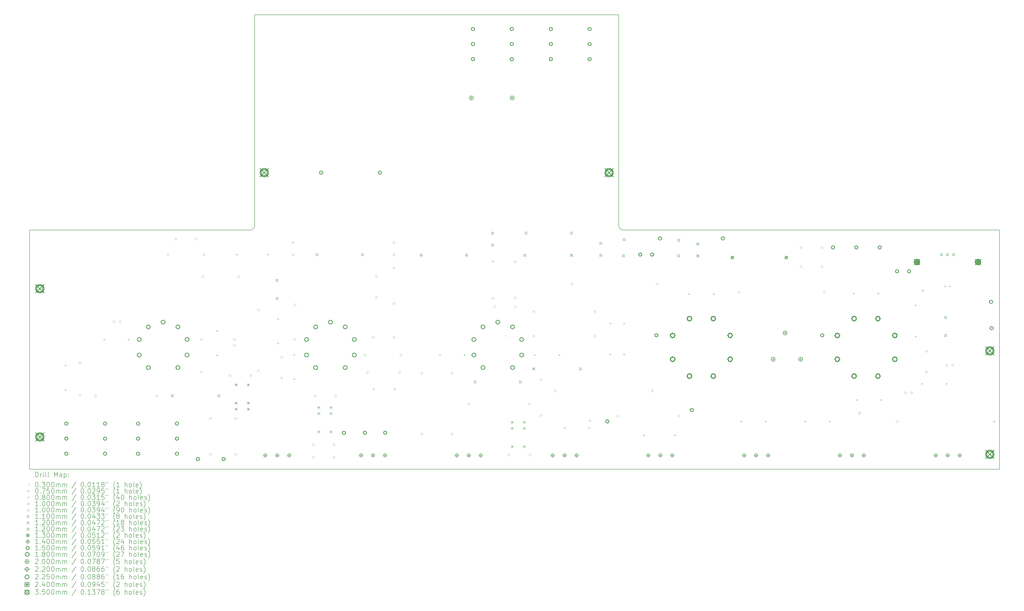
<source format=gbr>
%TF.GenerationSoftware,KiCad,Pcbnew,9.0.4*%
%TF.CreationDate,2025-10-07T22:59:05+02:00*%
%TF.ProjectId,wb50,77623530-2e6b-4696-9361-645f70636258,rev?*%
%TF.SameCoordinates,Original*%
%TF.FileFunction,Drillmap*%
%TF.FilePolarity,Positive*%
%FSLAX45Y45*%
G04 Gerber Fmt 4.5, Leading zero omitted, Abs format (unit mm)*
G04 Created by KiCad (PCBNEW 9.0.4) date 2025-10-07 22:59:05*
%MOMM*%
%LPD*%
G01*
G04 APERTURE LIST*
%ADD10C,0.200000*%
%ADD11C,0.100000*%
%ADD12C,0.110002*%
%ADD13C,0.119989*%
%ADD14C,0.120000*%
%ADD15C,0.130002*%
%ADD16C,0.140000*%
%ADD17C,0.150000*%
%ADD18C,0.180000*%
%ADD19C,0.220000*%
%ADD20C,0.225000*%
%ADD21C,0.240000*%
%ADD22C,0.350000*%
G04 APERTURE END LIST*
D10*
X36750000Y-17600000D02*
G75*
G02*
X36550000Y-17400000I0J200000D01*
G01*
X52450000Y-17600000D02*
X52450000Y-27600000D01*
X52450000Y-27600000D02*
X11950000Y-27600000D01*
X36550000Y-17400000D02*
X36550000Y-8600000D01*
X21350000Y-8600000D02*
X36550000Y-8600000D01*
X21350000Y-17400000D02*
G75*
G02*
X21150000Y-17600000I-200000J0D01*
G01*
X36750000Y-17600000D02*
X52450000Y-17600000D01*
X11950000Y-17600000D02*
X21150000Y-17600000D01*
X11950000Y-27600000D02*
X11950000Y-17600000D01*
X21350000Y-17400000D02*
X21350000Y-8600000D01*
D11*
X31835000Y-22010000D02*
X31865000Y-22040000D01*
X31865000Y-22010000D02*
X31835000Y-22040000D01*
X35387500Y-25575000D02*
G75*
G02*
X35312500Y-25575000I-37500J0D01*
G01*
X35312500Y-25575000D02*
G75*
G02*
X35387500Y-25575000I37500J0D01*
G01*
X13450000Y-23219989D02*
X13450000Y-23299989D01*
X13410000Y-23259989D02*
X13490000Y-23259989D01*
X13450000Y-24250011D02*
X13450000Y-24330011D01*
X13410000Y-24290011D02*
X13490000Y-24290011D01*
X15064992Y-22135000D02*
X15064992Y-22215000D01*
X15024992Y-22175000D02*
X15104992Y-22175000D01*
X16085008Y-22135000D02*
X16085008Y-22215000D01*
X16045008Y-22175000D02*
X16125008Y-22175000D01*
X19775000Y-21774992D02*
X19775000Y-21854992D01*
X19735000Y-21814992D02*
X19815000Y-21814992D01*
X19775000Y-22795008D02*
X19775000Y-22875008D01*
X19735000Y-22835008D02*
X19815000Y-22835008D01*
X20599987Y-18585000D02*
X20599987Y-18665000D01*
X20559987Y-18625000D02*
X20639987Y-18625000D01*
X21900013Y-18585000D02*
X21900013Y-18665000D01*
X21860013Y-18625000D02*
X21940013Y-18625000D01*
X22325000Y-21274992D02*
X22325000Y-21354992D01*
X22285000Y-21314992D02*
X22365000Y-21314992D01*
X22325000Y-22295008D02*
X22325000Y-22375008D01*
X22285000Y-22335008D02*
X22365000Y-22335008D01*
X23000000Y-22774992D02*
X23000000Y-22854992D01*
X22960000Y-22814992D02*
X23040000Y-22814992D01*
X23000000Y-23795008D02*
X23000000Y-23875008D01*
X22960000Y-23835008D02*
X23040000Y-23835008D01*
X29084989Y-22785000D02*
X29084989Y-22865000D01*
X29044989Y-22825000D02*
X29124989Y-22825000D01*
X30115011Y-22785000D02*
X30115011Y-22865000D01*
X30075011Y-22825000D02*
X30155011Y-22825000D01*
X33034989Y-22785000D02*
X33034989Y-22865000D01*
X32994989Y-22825000D02*
X33074989Y-22825000D01*
X34065011Y-22785000D02*
X34065011Y-22865000D01*
X34025011Y-22825000D02*
X34105011Y-22825000D01*
X34289992Y-25835000D02*
X34289992Y-25915000D01*
X34249992Y-25875000D02*
X34329992Y-25875000D01*
X35310008Y-25835000D02*
X35310008Y-25915000D01*
X35270008Y-25875000D02*
X35350008Y-25875000D01*
X36200000Y-21459987D02*
X36200000Y-21539987D01*
X36160000Y-21499987D02*
X36240000Y-21499987D01*
X36200000Y-22760013D02*
X36200000Y-22840013D01*
X36160000Y-22800013D02*
X36240000Y-22800013D01*
X36775000Y-21459987D02*
X36775000Y-21539987D01*
X36735000Y-21499987D02*
X36815000Y-21499987D01*
X36775000Y-22760013D02*
X36775000Y-22840013D01*
X36735000Y-22800013D02*
X36815000Y-22800013D01*
X37599987Y-26135000D02*
X37599987Y-26215000D01*
X37559987Y-26175000D02*
X37639987Y-26175000D01*
X38900013Y-26135000D02*
X38900013Y-26215000D01*
X38860013Y-26175000D02*
X38940013Y-26175000D01*
X39484989Y-20235000D02*
X39484989Y-20315000D01*
X39444989Y-20275000D02*
X39524989Y-20275000D01*
X40515011Y-20235000D02*
X40515011Y-20315000D01*
X40475011Y-20275000D02*
X40555011Y-20275000D01*
X41664992Y-25560000D02*
X41664992Y-25640000D01*
X41624992Y-25600000D02*
X41704992Y-25600000D01*
X42685008Y-25560000D02*
X42685008Y-25640000D01*
X42645008Y-25600000D02*
X42725008Y-25600000D01*
X44339992Y-25560000D02*
X44339992Y-25640000D01*
X44299992Y-25600000D02*
X44379992Y-25600000D01*
X45360008Y-25560000D02*
X45360008Y-25640000D01*
X45320008Y-25600000D02*
X45400008Y-25600000D01*
X46359989Y-20210000D02*
X46359989Y-20290000D01*
X46319989Y-20250000D02*
X46399989Y-20250000D01*
X46489992Y-24660000D02*
X46489992Y-24740000D01*
X46449992Y-24700000D02*
X46529992Y-24700000D01*
X47390011Y-20210000D02*
X47390011Y-20290000D01*
X47350011Y-20250000D02*
X47430011Y-20250000D01*
X47510008Y-24660000D02*
X47510008Y-24740000D01*
X47470008Y-24700000D02*
X47550008Y-24700000D01*
X48950000Y-20709987D02*
X48950000Y-20789987D01*
X48910000Y-20749987D02*
X48990000Y-20749987D01*
X48950000Y-22010013D02*
X48950000Y-22090013D01*
X48910000Y-22050013D02*
X48990000Y-22050013D01*
X49214992Y-23985000D02*
X49214992Y-24065000D01*
X49174992Y-24025000D02*
X49254992Y-24025000D01*
X50175000Y-19910000D02*
X50175000Y-19990000D01*
X50135000Y-19950000D02*
X50215000Y-19950000D01*
X50235008Y-23985000D02*
X50235008Y-24065000D01*
X50195008Y-24025000D02*
X50275008Y-24025000D01*
X50375000Y-19910000D02*
X50375000Y-19990000D01*
X50335000Y-19950000D02*
X50415000Y-19950000D01*
X46635356Y-25285356D02*
X46635356Y-25214644D01*
X46564644Y-25214644D01*
X46564644Y-25285356D01*
X46635356Y-25285356D01*
X49285356Y-20160356D02*
X49285356Y-20089644D01*
X49214644Y-20089644D01*
X49214644Y-20160356D01*
X49285356Y-20160356D01*
X14050000Y-23199994D02*
X14100000Y-23149994D01*
X14050000Y-23099994D01*
X14000000Y-23149994D01*
X14050000Y-23199994D01*
X14050000Y-24550006D02*
X14100000Y-24500006D01*
X14050000Y-24450006D01*
X14000000Y-24500006D01*
X14050000Y-24550006D01*
X14700000Y-24575000D02*
X14750000Y-24525000D01*
X14700000Y-24475000D01*
X14650000Y-24525000D01*
X14700000Y-24575000D01*
X15473000Y-21475000D02*
X15523000Y-21425000D01*
X15473000Y-21375000D01*
X15423000Y-21425000D01*
X15473000Y-21475000D01*
X15727000Y-21475000D02*
X15777000Y-21425000D01*
X15727000Y-21375000D01*
X15677000Y-21425000D01*
X15727000Y-21475000D01*
X17250000Y-24575000D02*
X17300000Y-24525000D01*
X17250000Y-24475000D01*
X17200000Y-24525000D01*
X17250000Y-24575000D01*
X17725000Y-18675000D02*
X17775000Y-18625000D01*
X17725000Y-18575000D01*
X17675000Y-18625000D01*
X17725000Y-18675000D01*
X18040000Y-18025000D02*
X18090000Y-17975000D01*
X18040000Y-17925000D01*
X17990000Y-17975000D01*
X18040000Y-18025000D01*
X18910000Y-18025000D02*
X18960000Y-17975000D01*
X18910000Y-17925000D01*
X18860000Y-17975000D01*
X18910000Y-18025000D01*
X19125000Y-22224994D02*
X19175000Y-22174994D01*
X19125000Y-22124994D01*
X19075000Y-22174994D01*
X19125000Y-22224994D01*
X19125000Y-23575006D02*
X19175000Y-23525006D01*
X19125000Y-23475006D01*
X19075000Y-23525006D01*
X19125000Y-23575006D01*
X19175000Y-19600000D02*
X19225000Y-19550000D01*
X19175000Y-19500000D01*
X19125000Y-19550000D01*
X19175000Y-19600000D01*
X19225000Y-18675000D02*
X19275000Y-18625000D01*
X19225000Y-18575000D01*
X19175000Y-18625000D01*
X19225000Y-18675000D01*
X19500000Y-25525000D02*
X19550000Y-25475000D01*
X19500000Y-25425000D01*
X19450000Y-25475000D01*
X19500000Y-25525000D01*
X19500000Y-27025000D02*
X19550000Y-26975000D01*
X19500000Y-26925000D01*
X19450000Y-26975000D01*
X19500000Y-27025000D01*
X20314999Y-23725000D02*
X20364999Y-23675000D01*
X20314999Y-23625000D01*
X20264999Y-23675000D01*
X20314999Y-23725000D01*
X20500000Y-22223000D02*
X20550000Y-22173000D01*
X20500000Y-22123000D01*
X20450000Y-22173000D01*
X20500000Y-22223000D01*
X20500000Y-22477000D02*
X20550000Y-22427000D01*
X20500000Y-22377000D01*
X20450000Y-22427000D01*
X20500000Y-22477000D01*
X20550000Y-25525000D02*
X20600000Y-25475000D01*
X20550000Y-25425000D01*
X20500000Y-25475000D01*
X20550000Y-25525000D01*
X20550000Y-27025000D02*
X20600000Y-26975000D01*
X20550000Y-26925000D01*
X20500000Y-26975000D01*
X20550000Y-27025000D01*
X20675000Y-19600000D02*
X20725000Y-19550000D01*
X20675000Y-19500000D01*
X20625000Y-19550000D01*
X20675000Y-19600000D01*
X21185001Y-23725000D02*
X21235001Y-23675000D01*
X21185001Y-23625000D01*
X21135001Y-23675000D01*
X21185001Y-23725000D01*
X21500000Y-20975000D02*
X21550000Y-20925000D01*
X21500000Y-20875000D01*
X21450000Y-20925000D01*
X21500000Y-20975000D01*
X21500000Y-23525000D02*
X21550000Y-23475000D01*
X21500000Y-23425000D01*
X21450000Y-23475000D01*
X21500000Y-23525000D01*
X22475000Y-22965000D02*
X22525000Y-22915000D01*
X22475000Y-22865000D01*
X22425000Y-22915000D01*
X22475000Y-22965000D01*
X22475000Y-23835000D02*
X22525000Y-23785000D01*
X22475000Y-23735000D01*
X22425000Y-23785000D01*
X22475000Y-23835000D01*
X22950000Y-18171000D02*
X23000000Y-18121000D01*
X22950000Y-18071000D01*
X22900000Y-18121000D01*
X22950000Y-18171000D01*
X22950000Y-18679001D02*
X23000000Y-18629001D01*
X22950000Y-18579001D01*
X22900000Y-18629001D01*
X22950000Y-18679001D01*
X23025000Y-20775006D02*
X23075000Y-20725006D01*
X23025000Y-20675006D01*
X22975000Y-20725006D01*
X23025000Y-20775006D01*
X23025000Y-22224994D02*
X23075000Y-22174994D01*
X23025000Y-22124994D01*
X22975000Y-22174994D01*
X23025000Y-22224994D01*
X23790000Y-26625000D02*
X23840000Y-26575000D01*
X23790000Y-26525000D01*
X23740000Y-26575000D01*
X23790000Y-26625000D01*
X23790000Y-27150000D02*
X23840000Y-27100000D01*
X23790000Y-27050000D01*
X23740000Y-27100000D01*
X23790000Y-27150000D01*
X23864999Y-24575000D02*
X23914999Y-24525000D01*
X23864999Y-24475000D01*
X23814999Y-24525000D01*
X23864999Y-24575000D01*
X24660000Y-26625000D02*
X24710000Y-26575000D01*
X24660000Y-26525000D01*
X24610000Y-26575000D01*
X24660000Y-26625000D01*
X24660000Y-27150000D02*
X24710000Y-27100000D01*
X24660000Y-27050000D01*
X24610000Y-27100000D01*
X24660000Y-27150000D01*
X24735001Y-24575000D02*
X24785001Y-24525000D01*
X24735001Y-24475000D01*
X24685001Y-24525000D01*
X24735001Y-24575000D01*
X25950000Y-22875000D02*
X26000000Y-22825000D01*
X25950000Y-22775000D01*
X25900000Y-22825000D01*
X25950000Y-22875000D01*
X26049994Y-23600000D02*
X26099994Y-23550000D01*
X26049994Y-23500000D01*
X25999994Y-23550000D01*
X26049994Y-23600000D01*
X26290000Y-22125000D02*
X26340000Y-22075000D01*
X26290000Y-22025000D01*
X26240000Y-22075000D01*
X26290000Y-22125000D01*
X26315000Y-24300000D02*
X26365000Y-24250000D01*
X26315000Y-24200000D01*
X26265000Y-24250000D01*
X26315000Y-24300000D01*
X26425000Y-19590000D02*
X26475000Y-19540000D01*
X26425000Y-19490000D01*
X26375000Y-19540000D01*
X26425000Y-19590000D01*
X26425000Y-20460000D02*
X26475000Y-20410000D01*
X26425000Y-20360000D01*
X26375000Y-20410000D01*
X26425000Y-20460000D01*
X27150000Y-18175000D02*
X27200000Y-18125000D01*
X27150000Y-18075000D01*
X27100000Y-18125000D01*
X27150000Y-18175000D01*
X27150000Y-18683001D02*
X27200000Y-18633001D01*
X27150000Y-18583001D01*
X27100000Y-18633001D01*
X27150000Y-18683001D01*
X27150000Y-19225000D02*
X27200000Y-19175000D01*
X27150000Y-19125000D01*
X27100000Y-19175000D01*
X27150000Y-19225000D01*
X27150000Y-20725000D02*
X27200000Y-20675000D01*
X27150000Y-20625000D01*
X27100000Y-20675000D01*
X27150000Y-20725000D01*
X27160000Y-22125000D02*
X27210000Y-22075000D01*
X27160000Y-22025000D01*
X27110000Y-22075000D01*
X27160000Y-22125000D01*
X27185000Y-24300000D02*
X27235000Y-24250000D01*
X27185000Y-24200000D01*
X27135000Y-24250000D01*
X27185000Y-24300000D01*
X27400006Y-23600000D02*
X27450006Y-23550000D01*
X27400006Y-23500000D01*
X27350006Y-23550000D01*
X27400006Y-23600000D01*
X27450000Y-22875000D02*
X27500000Y-22825000D01*
X27450000Y-22775000D01*
X27400000Y-22825000D01*
X27450000Y-22875000D01*
X28325000Y-23625000D02*
X28375000Y-23575000D01*
X28325000Y-23525000D01*
X28275000Y-23575000D01*
X28325000Y-23625000D01*
X28325000Y-26175000D02*
X28375000Y-26125000D01*
X28325000Y-26075000D01*
X28275000Y-26125000D01*
X28325000Y-26175000D01*
X29575000Y-23625000D02*
X29625000Y-23575000D01*
X29575000Y-23525000D01*
X29525000Y-23575000D01*
X29575000Y-23625000D01*
X29575000Y-26175000D02*
X29625000Y-26125000D01*
X29575000Y-26075000D01*
X29525000Y-26125000D01*
X29575000Y-26175000D01*
X30275000Y-24925000D02*
X30325000Y-24875000D01*
X30275000Y-24825000D01*
X30225000Y-24875000D01*
X30275000Y-24925000D01*
X31300000Y-18950006D02*
X31350000Y-18900006D01*
X31300000Y-18850006D01*
X31250000Y-18900006D01*
X31300000Y-18950006D01*
X31300000Y-20499994D02*
X31350000Y-20449994D01*
X31300000Y-20399994D01*
X31250000Y-20449994D01*
X31300000Y-20499994D01*
X31365000Y-20850000D02*
X31415000Y-20800000D01*
X31365000Y-20750000D01*
X31315000Y-20800000D01*
X31365000Y-20850000D01*
X31964999Y-27050000D02*
X32014999Y-27000000D01*
X31964999Y-26950000D01*
X31914999Y-27000000D01*
X31964999Y-27050000D01*
X32225000Y-18975000D02*
X32275000Y-18925000D01*
X32225000Y-18875000D01*
X32175000Y-18925000D01*
X32225000Y-18975000D01*
X32225000Y-20475000D02*
X32275000Y-20425000D01*
X32225000Y-20375000D01*
X32175000Y-20425000D01*
X32225000Y-20475000D01*
X32235000Y-20850000D02*
X32285000Y-20800000D01*
X32235000Y-20750000D01*
X32185000Y-20800000D01*
X32235000Y-20850000D01*
X32825000Y-24925000D02*
X32875000Y-24875000D01*
X32825000Y-24825000D01*
X32775000Y-24875000D01*
X32825000Y-24925000D01*
X32835001Y-27050000D02*
X32885001Y-27000000D01*
X32835001Y-26950000D01*
X32785001Y-27000000D01*
X32835001Y-27050000D01*
X33000000Y-21050000D02*
X33050000Y-21000000D01*
X33000000Y-20950000D01*
X32950000Y-21000000D01*
X33000000Y-21050000D01*
X33000000Y-22075000D02*
X33050000Y-22025000D01*
X33000000Y-21975000D01*
X32950000Y-22025000D01*
X33000000Y-22075000D01*
X33300000Y-23900000D02*
X33350000Y-23850000D01*
X33300000Y-23800000D01*
X33250000Y-23850000D01*
X33300000Y-23900000D01*
X33300000Y-25400000D02*
X33350000Y-25350000D01*
X33300000Y-25300000D01*
X33250000Y-25350000D01*
X33300000Y-25400000D01*
X33905000Y-24375000D02*
X33955000Y-24325000D01*
X33905000Y-24275000D01*
X33855000Y-24325000D01*
X33905000Y-24375000D01*
X34596996Y-19900000D02*
X34646996Y-19850000D01*
X34596996Y-19800000D01*
X34546996Y-19850000D01*
X34596996Y-19900000D01*
X35550000Y-21050000D02*
X35600000Y-21000000D01*
X35550000Y-20950000D01*
X35500000Y-21000000D01*
X35550000Y-21050000D01*
X35550000Y-22075000D02*
X35600000Y-22025000D01*
X35550000Y-21975000D01*
X35500000Y-22025000D01*
X35550000Y-22075000D01*
X36500000Y-25425000D02*
X36550000Y-25375000D01*
X36500000Y-25325000D01*
X36450000Y-25375000D01*
X36500000Y-25425000D01*
X37945000Y-24375000D02*
X37995000Y-24325000D01*
X37945000Y-24275000D01*
X37895000Y-24325000D01*
X37945000Y-24375000D01*
X38153004Y-19900000D02*
X38203004Y-19850000D01*
X38153004Y-19800000D01*
X38103004Y-19850000D01*
X38153004Y-19900000D01*
X39050000Y-25425000D02*
X39100000Y-25375000D01*
X39050000Y-25325000D01*
X39000000Y-25375000D01*
X39050000Y-25425000D01*
X41571996Y-20250000D02*
X41621996Y-20200000D01*
X41571996Y-20150000D01*
X41521996Y-20200000D01*
X41571996Y-20250000D01*
X44164999Y-18375000D02*
X44214999Y-18325000D01*
X44164999Y-18275000D01*
X44114999Y-18325000D01*
X44164999Y-18375000D01*
X44164999Y-19175000D02*
X44214999Y-19125000D01*
X44164999Y-19075000D01*
X44114999Y-19125000D01*
X44164999Y-19175000D01*
X45035001Y-18375000D02*
X45085001Y-18325000D01*
X45035001Y-18275000D01*
X44985001Y-18325000D01*
X45035001Y-18375000D01*
X45035001Y-19175000D02*
X45085001Y-19125000D01*
X45035001Y-19075000D01*
X44985001Y-19125000D01*
X45035001Y-19175000D01*
X45128004Y-20250000D02*
X45178004Y-20200000D01*
X45128004Y-20150000D01*
X45078004Y-20200000D01*
X45128004Y-20250000D01*
X48180000Y-25650000D02*
X48230000Y-25600000D01*
X48180000Y-25550000D01*
X48130000Y-25600000D01*
X48180000Y-25650000D01*
X48523000Y-24450000D02*
X48573000Y-24400000D01*
X48523000Y-24350000D01*
X48473000Y-24400000D01*
X48523000Y-24450000D01*
X48777000Y-24450000D02*
X48827000Y-24400000D01*
X48777000Y-24350000D01*
X48727000Y-24400000D01*
X48777000Y-24450000D01*
X49400000Y-22714999D02*
X49450000Y-22664999D01*
X49400000Y-22614999D01*
X49350000Y-22664999D01*
X49400000Y-22714999D01*
X49400000Y-23585001D02*
X49450000Y-23535001D01*
X49400000Y-23485001D01*
X49350000Y-23535001D01*
X49400000Y-23585001D01*
X50248000Y-23300000D02*
X50298000Y-23250000D01*
X50248000Y-23200000D01*
X50198000Y-23250000D01*
X50248000Y-23300000D01*
X50502000Y-23300000D02*
X50552000Y-23250000D01*
X50502000Y-23200000D01*
X50452000Y-23250000D01*
X50502000Y-23300000D01*
X52220000Y-25650000D02*
X52270000Y-25600000D01*
X52220000Y-25550000D01*
X52170000Y-25600000D01*
X52220000Y-25650000D01*
D12*
X23894999Y-18569999D02*
X24005001Y-18680001D01*
X24005001Y-18569999D02*
X23894999Y-18680001D01*
X24005001Y-18625000D02*
G75*
G02*
X23894999Y-18625000I-55001J0D01*
G01*
X23894999Y-18625000D02*
G75*
G02*
X24005001Y-18625000I55001J0D01*
G01*
X25794999Y-18569999D02*
X25905001Y-18680001D01*
X25905001Y-18569999D02*
X25794999Y-18680001D01*
X25905001Y-18625000D02*
G75*
G02*
X25794999Y-18625000I-55001J0D01*
G01*
X25794999Y-18625000D02*
G75*
G02*
X25905001Y-18625000I55001J0D01*
G01*
X28244999Y-18594999D02*
X28355001Y-18705001D01*
X28355001Y-18594999D02*
X28244999Y-18705001D01*
X28355001Y-18650000D02*
G75*
G02*
X28244999Y-18650000I-55001J0D01*
G01*
X28244999Y-18650000D02*
G75*
G02*
X28355001Y-18650000I55001J0D01*
G01*
X30144999Y-18594999D02*
X30255001Y-18705001D01*
X30255001Y-18594999D02*
X30144999Y-18705001D01*
X30255001Y-18650000D02*
G75*
G02*
X30144999Y-18650000I-55001J0D01*
G01*
X30144999Y-18650000D02*
G75*
G02*
X30255001Y-18650000I55001J0D01*
G01*
X30494999Y-23894999D02*
X30605001Y-24005001D01*
X30605001Y-23894999D02*
X30494999Y-24005001D01*
X30605001Y-23950000D02*
G75*
G02*
X30494999Y-23950000I-55001J0D01*
G01*
X30494999Y-23950000D02*
G75*
G02*
X30605001Y-23950000I55001J0D01*
G01*
X32394999Y-23894999D02*
X32505001Y-24005001D01*
X32505001Y-23894999D02*
X32394999Y-24005001D01*
X32505001Y-23950000D02*
G75*
G02*
X32394999Y-23950000I-55001J0D01*
G01*
X32394999Y-23950000D02*
G75*
G02*
X32505001Y-23950000I55001J0D01*
G01*
X32619999Y-17669999D02*
X32730001Y-17780001D01*
X32730001Y-17669999D02*
X32619999Y-17780001D01*
X32730001Y-17725000D02*
G75*
G02*
X32619999Y-17725000I-55001J0D01*
G01*
X32619999Y-17725000D02*
G75*
G02*
X32730001Y-17725000I55001J0D01*
G01*
X34519999Y-17669999D02*
X34630001Y-17780001D01*
X34630001Y-17669999D02*
X34519999Y-17780001D01*
X34630001Y-17725000D02*
G75*
G02*
X34519999Y-17725000I-55001J0D01*
G01*
X34519999Y-17725000D02*
G75*
G02*
X34630001Y-17725000I55001J0D01*
G01*
D13*
X20511005Y-24007004D02*
X20630994Y-24126994D01*
X20630994Y-24007004D02*
X20511005Y-24126994D01*
X20571000Y-24007004D02*
X20571000Y-24126994D01*
X20511005Y-24066999D02*
X20630994Y-24066999D01*
X20511005Y-24769006D02*
X20630994Y-24888995D01*
X20630994Y-24769006D02*
X20511005Y-24888995D01*
X20571000Y-24769006D02*
X20571000Y-24888995D01*
X20511005Y-24829000D02*
X20630994Y-24829000D01*
X20511005Y-25023006D02*
X20630994Y-25142996D01*
X20630994Y-25023006D02*
X20511005Y-25142996D01*
X20571000Y-25023006D02*
X20571000Y-25142996D01*
X20511005Y-25083001D02*
X20630994Y-25083001D01*
X21019006Y-24007004D02*
X21138995Y-24126994D01*
X21138995Y-24007004D02*
X21019006Y-24126994D01*
X21079001Y-24007004D02*
X21079001Y-24126994D01*
X21019006Y-24066999D02*
X21138995Y-24066999D01*
X21019006Y-24769006D02*
X21138995Y-24888995D01*
X21138995Y-24769006D02*
X21019006Y-24888995D01*
X21079001Y-24769006D02*
X21079001Y-24888995D01*
X21019006Y-24829000D02*
X21138995Y-24829000D01*
X21019006Y-25023006D02*
X21138995Y-25142996D01*
X21138995Y-25023006D02*
X21019006Y-25142996D01*
X21079001Y-25023006D02*
X21079001Y-25142996D01*
X21019006Y-25083001D02*
X21138995Y-25083001D01*
X23961005Y-24957004D02*
X24080994Y-25076994D01*
X24080994Y-24957004D02*
X23961005Y-25076994D01*
X24020999Y-24957004D02*
X24020999Y-25076994D01*
X23961005Y-25016999D02*
X24080994Y-25016999D01*
X23961005Y-25211005D02*
X24080994Y-25330994D01*
X24080994Y-25211005D02*
X23961005Y-25330994D01*
X24020999Y-25211005D02*
X24020999Y-25330994D01*
X23961005Y-25270999D02*
X24080994Y-25270999D01*
X23961005Y-25973006D02*
X24080994Y-26092996D01*
X24080994Y-25973006D02*
X23961005Y-26092996D01*
X24020999Y-25973006D02*
X24020999Y-26092996D01*
X23961005Y-26033001D02*
X24080994Y-26033001D01*
X24469006Y-24957004D02*
X24588995Y-25076994D01*
X24588995Y-24957004D02*
X24469006Y-25076994D01*
X24529000Y-24957004D02*
X24529000Y-25076994D01*
X24469006Y-25016999D02*
X24588995Y-25016999D01*
X24469006Y-25211005D02*
X24588995Y-25330994D01*
X24588995Y-25211005D02*
X24469006Y-25330994D01*
X24529000Y-25211005D02*
X24529000Y-25330994D01*
X24469006Y-25270999D02*
X24588995Y-25270999D01*
X24469006Y-25973006D02*
X24588995Y-26092996D01*
X24588995Y-25973006D02*
X24469006Y-26092996D01*
X24529000Y-25973006D02*
X24529000Y-26092996D01*
X24469006Y-26033001D02*
X24588995Y-26033001D01*
X32040005Y-25574003D02*
X32159995Y-25693993D01*
X32159995Y-25574003D02*
X32040005Y-25693993D01*
X32100000Y-25574003D02*
X32100000Y-25693993D01*
X32040005Y-25633998D02*
X32159995Y-25633998D01*
X32040005Y-25828004D02*
X32159995Y-25947993D01*
X32159995Y-25828004D02*
X32040005Y-25947993D01*
X32100000Y-25828004D02*
X32100000Y-25947993D01*
X32040005Y-25887998D02*
X32159995Y-25887998D01*
X32040005Y-26590005D02*
X32159995Y-26709995D01*
X32159995Y-26590005D02*
X32040005Y-26709995D01*
X32100000Y-26590005D02*
X32100000Y-26709995D01*
X32040005Y-26650000D02*
X32159995Y-26650000D01*
X32548006Y-25574003D02*
X32667996Y-25693993D01*
X32667996Y-25574003D02*
X32548006Y-25693993D01*
X32608001Y-25574003D02*
X32608001Y-25693993D01*
X32548006Y-25633998D02*
X32667996Y-25633998D01*
X32548006Y-25828004D02*
X32667996Y-25947993D01*
X32667996Y-25828004D02*
X32548006Y-25947993D01*
X32608001Y-25828004D02*
X32608001Y-25947993D01*
X32548006Y-25887998D02*
X32667996Y-25887998D01*
X32548006Y-26590005D02*
X32667996Y-26709995D01*
X32667996Y-26590005D02*
X32548006Y-26709995D01*
X32608001Y-26590005D02*
X32608001Y-26709995D01*
X32548006Y-26650000D02*
X32667996Y-26650000D01*
D14*
X17839994Y-24465000D02*
X17959994Y-24585000D01*
X17959994Y-24465000D02*
X17839994Y-24585000D01*
X17942420Y-24567427D02*
X17942420Y-24482573D01*
X17857567Y-24482573D01*
X17857567Y-24567427D01*
X17942420Y-24567427D01*
X19790006Y-24465000D02*
X19910006Y-24585000D01*
X19910006Y-24465000D02*
X19790006Y-24585000D01*
X19892433Y-24567427D02*
X19892433Y-24482573D01*
X19807580Y-24482573D01*
X19807580Y-24567427D01*
X19892433Y-24567427D01*
X22215000Y-19640006D02*
X22335000Y-19760006D01*
X22335000Y-19640006D02*
X22215000Y-19760006D01*
X22317427Y-19742433D02*
X22317427Y-19657580D01*
X22232573Y-19657580D01*
X22232573Y-19742433D01*
X22317427Y-19742433D01*
X22215000Y-20389994D02*
X22335000Y-20509994D01*
X22335000Y-20389994D02*
X22215000Y-20509994D01*
X22317427Y-20492420D02*
X22317427Y-20407567D01*
X22232573Y-20407567D01*
X22232573Y-20492420D01*
X22317427Y-20492420D01*
X31215000Y-17665000D02*
X31335000Y-17785000D01*
X31335000Y-17665000D02*
X31215000Y-17785000D01*
X31317427Y-17767427D02*
X31317427Y-17682573D01*
X31232573Y-17682573D01*
X31232573Y-17767427D01*
X31317427Y-17767427D01*
X31215000Y-18165000D02*
X31335000Y-18285000D01*
X31335000Y-18165000D02*
X31215000Y-18285000D01*
X31317427Y-18267427D02*
X31317427Y-18182573D01*
X31232573Y-18182573D01*
X31232573Y-18267427D01*
X31317427Y-18267427D01*
X32564994Y-18590000D02*
X32684994Y-18710000D01*
X32684994Y-18590000D02*
X32564994Y-18710000D01*
X32667420Y-18692427D02*
X32667420Y-18607573D01*
X32582567Y-18607573D01*
X32582567Y-18692427D01*
X32667420Y-18692427D01*
X32939994Y-23340000D02*
X33059994Y-23460000D01*
X33059994Y-23340000D02*
X32939994Y-23460000D01*
X33042420Y-23442427D02*
X33042420Y-23357573D01*
X32957567Y-23357573D01*
X32957567Y-23442427D01*
X33042420Y-23442427D01*
X34515006Y-18590000D02*
X34635006Y-18710000D01*
X34635006Y-18590000D02*
X34515006Y-18710000D01*
X34617433Y-18692427D02*
X34617433Y-18607573D01*
X34532580Y-18607573D01*
X34532580Y-18692427D01*
X34617433Y-18692427D01*
X34890006Y-23340000D02*
X35010006Y-23460000D01*
X35010006Y-23340000D02*
X34890006Y-23460000D01*
X34992433Y-23442427D02*
X34992433Y-23357573D01*
X34907580Y-23357573D01*
X34907580Y-23442427D01*
X34992433Y-23442427D01*
X35740000Y-18090000D02*
X35860000Y-18210000D01*
X35860000Y-18090000D02*
X35740000Y-18210000D01*
X35842427Y-18192427D02*
X35842427Y-18107573D01*
X35757573Y-18107573D01*
X35757573Y-18192427D01*
X35842427Y-18192427D01*
X35740000Y-18590000D02*
X35860000Y-18710000D01*
X35860000Y-18590000D02*
X35740000Y-18710000D01*
X35842427Y-18692427D02*
X35842427Y-18607573D01*
X35757573Y-18607573D01*
X35757573Y-18692427D01*
X35842427Y-18692427D01*
X36689987Y-18615000D02*
X36809987Y-18735000D01*
X36809987Y-18615000D02*
X36689987Y-18735000D01*
X36792414Y-18717427D02*
X36792414Y-18632573D01*
X36707561Y-18632573D01*
X36707561Y-18717427D01*
X36792414Y-18717427D01*
X36715000Y-17940000D02*
X36835000Y-18060000D01*
X36835000Y-17940000D02*
X36715000Y-18060000D01*
X36817427Y-18042427D02*
X36817427Y-17957573D01*
X36732573Y-17957573D01*
X36732573Y-18042427D01*
X36817427Y-18042427D01*
X38990000Y-17965000D02*
X39110000Y-18085000D01*
X39110000Y-17965000D02*
X38990000Y-18085000D01*
X39092427Y-18067427D02*
X39092427Y-17982573D01*
X39007573Y-17982573D01*
X39007573Y-18067427D01*
X39092427Y-18067427D01*
X38990013Y-18615000D02*
X39110013Y-18735000D01*
X39110013Y-18615000D02*
X38990013Y-18735000D01*
X39092440Y-18717427D02*
X39092440Y-18632573D01*
X39007586Y-18632573D01*
X39007586Y-18717427D01*
X39092440Y-18717427D01*
X39790000Y-18115000D02*
X39910000Y-18235000D01*
X39910000Y-18115000D02*
X39790000Y-18235000D01*
X39892427Y-18217427D02*
X39892427Y-18132573D01*
X39807573Y-18132573D01*
X39807573Y-18217427D01*
X39892427Y-18217427D01*
X39790000Y-18615000D02*
X39910000Y-18735000D01*
X39910000Y-18615000D02*
X39790000Y-18735000D01*
X39892427Y-18717427D02*
X39892427Y-18632573D01*
X39807573Y-18632573D01*
X39807573Y-18717427D01*
X39892427Y-18717427D01*
X49965000Y-18565000D02*
X50085000Y-18685000D01*
X50085000Y-18565000D02*
X49965000Y-18685000D01*
X50067427Y-18667427D02*
X50067427Y-18582573D01*
X49982573Y-18582573D01*
X49982573Y-18667427D01*
X50067427Y-18667427D01*
X50140000Y-21190006D02*
X50260000Y-21310006D01*
X50260000Y-21190006D02*
X50140000Y-21310006D01*
X50242427Y-21292433D02*
X50242427Y-21207580D01*
X50157573Y-21207580D01*
X50157573Y-21292433D01*
X50242427Y-21292433D01*
X50140000Y-21939994D02*
X50260000Y-22059994D01*
X50260000Y-21939994D02*
X50140000Y-22059994D01*
X50242427Y-22042420D02*
X50242427Y-21957567D01*
X50157573Y-21957567D01*
X50157573Y-22042420D01*
X50242427Y-22042420D01*
X50219026Y-18565991D02*
X50339026Y-18685991D01*
X50339026Y-18565991D02*
X50219026Y-18685991D01*
X50321453Y-18668417D02*
X50321453Y-18583564D01*
X50236599Y-18583564D01*
X50236599Y-18668417D01*
X50321453Y-18668417D01*
X50473026Y-18565991D02*
X50593026Y-18685991D01*
X50593026Y-18565991D02*
X50473026Y-18685991D01*
X50575453Y-18668417D02*
X50575453Y-18583564D01*
X50490600Y-18583564D01*
X50490600Y-18668417D01*
X50575453Y-18668417D01*
D15*
X41235005Y-18684999D02*
X41365008Y-18815001D01*
X41365008Y-18684999D02*
X41235005Y-18815001D01*
X41300006Y-18815001D02*
X41365008Y-18750000D01*
X41300006Y-18684999D01*
X41235005Y-18750000D01*
X41300006Y-18815001D01*
X43484992Y-18684999D02*
X43614995Y-18815001D01*
X43614995Y-18684999D02*
X43484992Y-18815001D01*
X43549994Y-18815001D02*
X43614995Y-18750000D01*
X43549994Y-18684999D01*
X43484992Y-18750000D01*
X43549994Y-18815001D01*
D16*
X21790000Y-26950000D02*
X21790000Y-27090000D01*
X21720000Y-27020000D02*
X21860000Y-27020000D01*
X21860000Y-27020000D02*
G75*
G02*
X21720000Y-27020000I-70000J0D01*
G01*
X21720000Y-27020000D02*
G75*
G02*
X21860000Y-27020000I70000J0D01*
G01*
X22290000Y-26950000D02*
X22290000Y-27090000D01*
X22220000Y-27020000D02*
X22360000Y-27020000D01*
X22360000Y-27020000D02*
G75*
G02*
X22220000Y-27020000I-70000J0D01*
G01*
X22220000Y-27020000D02*
G75*
G02*
X22360000Y-27020000I70000J0D01*
G01*
X22790000Y-26950000D02*
X22790000Y-27090000D01*
X22720000Y-27020000D02*
X22860000Y-27020000D01*
X22860000Y-27020000D02*
G75*
G02*
X22720000Y-27020000I-70000J0D01*
G01*
X22720000Y-27020000D02*
G75*
G02*
X22860000Y-27020000I70000J0D01*
G01*
X25790000Y-26950000D02*
X25790000Y-27090000D01*
X25720000Y-27020000D02*
X25860000Y-27020000D01*
X25860000Y-27020000D02*
G75*
G02*
X25720000Y-27020000I-70000J0D01*
G01*
X25720000Y-27020000D02*
G75*
G02*
X25860000Y-27020000I70000J0D01*
G01*
X26290000Y-26950000D02*
X26290000Y-27090000D01*
X26220000Y-27020000D02*
X26360000Y-27020000D01*
X26360000Y-27020000D02*
G75*
G02*
X26220000Y-27020000I-70000J0D01*
G01*
X26220000Y-27020000D02*
G75*
G02*
X26360000Y-27020000I70000J0D01*
G01*
X26790000Y-26950000D02*
X26790000Y-27090000D01*
X26720000Y-27020000D02*
X26860000Y-27020000D01*
X26860000Y-27020000D02*
G75*
G02*
X26720000Y-27020000I-70000J0D01*
G01*
X26720000Y-27020000D02*
G75*
G02*
X26860000Y-27020000I70000J0D01*
G01*
X29790000Y-26950000D02*
X29790000Y-27090000D01*
X29720000Y-27020000D02*
X29860000Y-27020000D01*
X29860000Y-27020000D02*
G75*
G02*
X29720000Y-27020000I-70000J0D01*
G01*
X29720000Y-27020000D02*
G75*
G02*
X29860000Y-27020000I70000J0D01*
G01*
X30290000Y-26950000D02*
X30290000Y-27090000D01*
X30220000Y-27020000D02*
X30360000Y-27020000D01*
X30360000Y-27020000D02*
G75*
G02*
X30220000Y-27020000I-70000J0D01*
G01*
X30220000Y-27020000D02*
G75*
G02*
X30360000Y-27020000I70000J0D01*
G01*
X30790000Y-26950000D02*
X30790000Y-27090000D01*
X30720000Y-27020000D02*
X30860000Y-27020000D01*
X30860000Y-27020000D02*
G75*
G02*
X30720000Y-27020000I-70000J0D01*
G01*
X30720000Y-27020000D02*
G75*
G02*
X30860000Y-27020000I70000J0D01*
G01*
X33790000Y-26950000D02*
X33790000Y-27090000D01*
X33720000Y-27020000D02*
X33860000Y-27020000D01*
X33860000Y-27020000D02*
G75*
G02*
X33720000Y-27020000I-70000J0D01*
G01*
X33720000Y-27020000D02*
G75*
G02*
X33860000Y-27020000I70000J0D01*
G01*
X34290000Y-26950000D02*
X34290000Y-27090000D01*
X34220000Y-27020000D02*
X34360000Y-27020000D01*
X34360000Y-27020000D02*
G75*
G02*
X34220000Y-27020000I-70000J0D01*
G01*
X34220000Y-27020000D02*
G75*
G02*
X34360000Y-27020000I70000J0D01*
G01*
X34790000Y-26950000D02*
X34790000Y-27090000D01*
X34720000Y-27020000D02*
X34860000Y-27020000D01*
X34860000Y-27020000D02*
G75*
G02*
X34720000Y-27020000I-70000J0D01*
G01*
X34720000Y-27020000D02*
G75*
G02*
X34860000Y-27020000I70000J0D01*
G01*
X37790000Y-26950000D02*
X37790000Y-27090000D01*
X37720000Y-27020000D02*
X37860000Y-27020000D01*
X37860000Y-27020000D02*
G75*
G02*
X37720000Y-27020000I-70000J0D01*
G01*
X37720000Y-27020000D02*
G75*
G02*
X37860000Y-27020000I70000J0D01*
G01*
X38290000Y-26950000D02*
X38290000Y-27090000D01*
X38220000Y-27020000D02*
X38360000Y-27020000D01*
X38360000Y-27020000D02*
G75*
G02*
X38220000Y-27020000I-70000J0D01*
G01*
X38220000Y-27020000D02*
G75*
G02*
X38360000Y-27020000I70000J0D01*
G01*
X38790000Y-26950000D02*
X38790000Y-27090000D01*
X38720000Y-27020000D02*
X38860000Y-27020000D01*
X38860000Y-27020000D02*
G75*
G02*
X38720000Y-27020000I-70000J0D01*
G01*
X38720000Y-27020000D02*
G75*
G02*
X38860000Y-27020000I70000J0D01*
G01*
X41790000Y-26950000D02*
X41790000Y-27090000D01*
X41720000Y-27020000D02*
X41860000Y-27020000D01*
X41860000Y-27020000D02*
G75*
G02*
X41720000Y-27020000I-70000J0D01*
G01*
X41720000Y-27020000D02*
G75*
G02*
X41860000Y-27020000I70000J0D01*
G01*
X42290000Y-26950000D02*
X42290000Y-27090000D01*
X42220000Y-27020000D02*
X42360000Y-27020000D01*
X42360000Y-27020000D02*
G75*
G02*
X42220000Y-27020000I-70000J0D01*
G01*
X42220000Y-27020000D02*
G75*
G02*
X42360000Y-27020000I70000J0D01*
G01*
X42790000Y-26950000D02*
X42790000Y-27090000D01*
X42720000Y-27020000D02*
X42860000Y-27020000D01*
X42860000Y-27020000D02*
G75*
G02*
X42720000Y-27020000I-70000J0D01*
G01*
X42720000Y-27020000D02*
G75*
G02*
X42860000Y-27020000I70000J0D01*
G01*
X45790000Y-26950000D02*
X45790000Y-27090000D01*
X45720000Y-27020000D02*
X45860000Y-27020000D01*
X45860000Y-27020000D02*
G75*
G02*
X45720000Y-27020000I-70000J0D01*
G01*
X45720000Y-27020000D02*
G75*
G02*
X45860000Y-27020000I70000J0D01*
G01*
X46290000Y-26950000D02*
X46290000Y-27090000D01*
X46220000Y-27020000D02*
X46360000Y-27020000D01*
X46360000Y-27020000D02*
G75*
G02*
X46220000Y-27020000I-70000J0D01*
G01*
X46220000Y-27020000D02*
G75*
G02*
X46360000Y-27020000I70000J0D01*
G01*
X46790000Y-26950000D02*
X46790000Y-27090000D01*
X46720000Y-27020000D02*
X46860000Y-27020000D01*
X46860000Y-27020000D02*
G75*
G02*
X46720000Y-27020000I-70000J0D01*
G01*
X46720000Y-27020000D02*
G75*
G02*
X46860000Y-27020000I70000J0D01*
G01*
X49790000Y-26950000D02*
X49790000Y-27090000D01*
X49720000Y-27020000D02*
X49860000Y-27020000D01*
X49860000Y-27020000D02*
G75*
G02*
X49720000Y-27020000I-70000J0D01*
G01*
X49720000Y-27020000D02*
G75*
G02*
X49860000Y-27020000I70000J0D01*
G01*
X50290000Y-26950000D02*
X50290000Y-27090000D01*
X50220000Y-27020000D02*
X50360000Y-27020000D01*
X50360000Y-27020000D02*
G75*
G02*
X50220000Y-27020000I-70000J0D01*
G01*
X50220000Y-27020000D02*
G75*
G02*
X50360000Y-27020000I70000J0D01*
G01*
X50790000Y-26950000D02*
X50790000Y-27090000D01*
X50720000Y-27020000D02*
X50860000Y-27020000D01*
X50860000Y-27020000D02*
G75*
G02*
X50720000Y-27020000I-70000J0D01*
G01*
X50720000Y-27020000D02*
G75*
G02*
X50860000Y-27020000I70000J0D01*
G01*
D17*
X13533033Y-25743033D02*
X13533033Y-25636966D01*
X13426966Y-25636966D01*
X13426966Y-25743033D01*
X13533033Y-25743033D01*
X13555000Y-25690000D02*
G75*
G02*
X13405000Y-25690000I-75000J0D01*
G01*
X13405000Y-25690000D02*
G75*
G02*
X13555000Y-25690000I75000J0D01*
G01*
X13533033Y-26373033D02*
X13533033Y-26266966D01*
X13426966Y-26266966D01*
X13426966Y-26373033D01*
X13533033Y-26373033D01*
X13555000Y-26320000D02*
G75*
G02*
X13405000Y-26320000I-75000J0D01*
G01*
X13405000Y-26320000D02*
G75*
G02*
X13555000Y-26320000I75000J0D01*
G01*
X13533033Y-27003033D02*
X13533033Y-26896966D01*
X13426966Y-26896966D01*
X13426966Y-27003033D01*
X13533033Y-27003033D01*
X13555000Y-26950000D02*
G75*
G02*
X13405000Y-26950000I-75000J0D01*
G01*
X13405000Y-26950000D02*
G75*
G02*
X13555000Y-26950000I75000J0D01*
G01*
X15153033Y-25743033D02*
X15153033Y-25636966D01*
X15046966Y-25636966D01*
X15046966Y-25743033D01*
X15153033Y-25743033D01*
X15175000Y-25690000D02*
G75*
G02*
X15025000Y-25690000I-75000J0D01*
G01*
X15025000Y-25690000D02*
G75*
G02*
X15175000Y-25690000I75000J0D01*
G01*
X15153033Y-26373033D02*
X15153033Y-26266966D01*
X15046966Y-26266966D01*
X15046966Y-26373033D01*
X15153033Y-26373033D01*
X15175000Y-26320000D02*
G75*
G02*
X15025000Y-26320000I-75000J0D01*
G01*
X15025000Y-26320000D02*
G75*
G02*
X15175000Y-26320000I75000J0D01*
G01*
X15153033Y-27003033D02*
X15153033Y-26896966D01*
X15046966Y-26896966D01*
X15046966Y-27003033D01*
X15153033Y-27003033D01*
X15175000Y-26950000D02*
G75*
G02*
X15025000Y-26950000I-75000J0D01*
G01*
X15025000Y-26950000D02*
G75*
G02*
X15175000Y-26950000I75000J0D01*
G01*
X16533033Y-25743033D02*
X16533033Y-25636966D01*
X16426966Y-25636966D01*
X16426966Y-25743033D01*
X16533033Y-25743033D01*
X16555000Y-25690000D02*
G75*
G02*
X16405000Y-25690000I-75000J0D01*
G01*
X16405000Y-25690000D02*
G75*
G02*
X16555000Y-25690000I75000J0D01*
G01*
X16533033Y-26373033D02*
X16533033Y-26266966D01*
X16426966Y-26266966D01*
X16426966Y-26373033D01*
X16533033Y-26373033D01*
X16555000Y-26320000D02*
G75*
G02*
X16405000Y-26320000I-75000J0D01*
G01*
X16405000Y-26320000D02*
G75*
G02*
X16555000Y-26320000I75000J0D01*
G01*
X16533033Y-27003033D02*
X16533033Y-26896966D01*
X16426966Y-26896966D01*
X16426966Y-27003033D01*
X16533033Y-27003033D01*
X16555000Y-26950000D02*
G75*
G02*
X16405000Y-26950000I-75000J0D01*
G01*
X16405000Y-26950000D02*
G75*
G02*
X16555000Y-26950000I75000J0D01*
G01*
X18153034Y-25743033D02*
X18153034Y-25636966D01*
X18046967Y-25636966D01*
X18046967Y-25743033D01*
X18153034Y-25743033D01*
X18175000Y-25690000D02*
G75*
G02*
X18025000Y-25690000I-75000J0D01*
G01*
X18025000Y-25690000D02*
G75*
G02*
X18175000Y-25690000I75000J0D01*
G01*
X18153034Y-26373033D02*
X18153034Y-26266966D01*
X18046967Y-26266966D01*
X18046967Y-26373033D01*
X18153034Y-26373033D01*
X18175000Y-26320000D02*
G75*
G02*
X18025000Y-26320000I-75000J0D01*
G01*
X18025000Y-26320000D02*
G75*
G02*
X18175000Y-26320000I75000J0D01*
G01*
X18153034Y-27003033D02*
X18153034Y-26896966D01*
X18046967Y-26896966D01*
X18046967Y-27003033D01*
X18153034Y-27003033D01*
X18175000Y-26950000D02*
G75*
G02*
X18025000Y-26950000I-75000J0D01*
G01*
X18025000Y-26950000D02*
G75*
G02*
X18175000Y-26950000I75000J0D01*
G01*
X19028034Y-27228033D02*
X19028034Y-27121966D01*
X18921967Y-27121966D01*
X18921967Y-27228033D01*
X19028034Y-27228033D01*
X19050000Y-27175000D02*
G75*
G02*
X18900000Y-27175000I-75000J0D01*
G01*
X18900000Y-27175000D02*
G75*
G02*
X19050000Y-27175000I75000J0D01*
G01*
X20103034Y-27228033D02*
X20103034Y-27121966D01*
X19996967Y-27121966D01*
X19996967Y-27228033D01*
X20103034Y-27228033D01*
X20125000Y-27175000D02*
G75*
G02*
X19975000Y-27175000I-75000J0D01*
G01*
X19975000Y-27175000D02*
G75*
G02*
X20125000Y-27175000I75000J0D01*
G01*
X24178033Y-15253033D02*
X24178033Y-15146966D01*
X24071966Y-15146966D01*
X24071966Y-15253033D01*
X24178033Y-15253033D01*
X24200000Y-15200000D02*
G75*
G02*
X24050000Y-15200000I-75000J0D01*
G01*
X24050000Y-15200000D02*
G75*
G02*
X24200000Y-15200000I75000J0D01*
G01*
X25128033Y-26128033D02*
X25128033Y-26021966D01*
X25021966Y-26021966D01*
X25021966Y-26128033D01*
X25128033Y-26128033D01*
X25150000Y-26075000D02*
G75*
G02*
X25000000Y-26075000I-75000J0D01*
G01*
X25000000Y-26075000D02*
G75*
G02*
X25150000Y-26075000I75000J0D01*
G01*
X26003033Y-26128033D02*
X26003033Y-26021966D01*
X25896966Y-26021966D01*
X25896966Y-26128033D01*
X26003033Y-26128033D01*
X26025000Y-26075000D02*
G75*
G02*
X25875000Y-26075000I-75000J0D01*
G01*
X25875000Y-26075000D02*
G75*
G02*
X26025000Y-26075000I75000J0D01*
G01*
X26628033Y-15253033D02*
X26628033Y-15146966D01*
X26521966Y-15146966D01*
X26521966Y-15253033D01*
X26628033Y-15253033D01*
X26650000Y-15200000D02*
G75*
G02*
X26500000Y-15200000I-75000J0D01*
G01*
X26500000Y-15200000D02*
G75*
G02*
X26650000Y-15200000I75000J0D01*
G01*
X26853033Y-26128033D02*
X26853033Y-26021966D01*
X26746966Y-26021966D01*
X26746966Y-26128033D01*
X26853033Y-26128033D01*
X26875000Y-26075000D02*
G75*
G02*
X26725000Y-26075000I-75000J0D01*
G01*
X26725000Y-26075000D02*
G75*
G02*
X26875000Y-26075000I75000J0D01*
G01*
X30518033Y-9248034D02*
X30518033Y-9141967D01*
X30411966Y-9141967D01*
X30411966Y-9248034D01*
X30518033Y-9248034D01*
X30540000Y-9195000D02*
G75*
G02*
X30390000Y-9195000I-75000J0D01*
G01*
X30390000Y-9195000D02*
G75*
G02*
X30540000Y-9195000I75000J0D01*
G01*
X30518033Y-9878034D02*
X30518033Y-9771967D01*
X30411966Y-9771967D01*
X30411966Y-9878034D01*
X30518033Y-9878034D01*
X30540000Y-9825000D02*
G75*
G02*
X30390000Y-9825000I-75000J0D01*
G01*
X30390000Y-9825000D02*
G75*
G02*
X30540000Y-9825000I75000J0D01*
G01*
X30518033Y-10508034D02*
X30518033Y-10401967D01*
X30411966Y-10401967D01*
X30411966Y-10508034D01*
X30518033Y-10508034D01*
X30540000Y-10455000D02*
G75*
G02*
X30390000Y-10455000I-75000J0D01*
G01*
X30390000Y-10455000D02*
G75*
G02*
X30540000Y-10455000I75000J0D01*
G01*
X32138033Y-9248034D02*
X32138033Y-9141967D01*
X32031966Y-9141967D01*
X32031966Y-9248034D01*
X32138033Y-9248034D01*
X32160000Y-9195000D02*
G75*
G02*
X32010000Y-9195000I-75000J0D01*
G01*
X32010000Y-9195000D02*
G75*
G02*
X32160000Y-9195000I75000J0D01*
G01*
X32138033Y-9878034D02*
X32138033Y-9771967D01*
X32031966Y-9771967D01*
X32031966Y-9878034D01*
X32138033Y-9878034D01*
X32160000Y-9825000D02*
G75*
G02*
X32010000Y-9825000I-75000J0D01*
G01*
X32010000Y-9825000D02*
G75*
G02*
X32160000Y-9825000I75000J0D01*
G01*
X32138033Y-10508034D02*
X32138033Y-10401967D01*
X32031966Y-10401967D01*
X32031966Y-10508034D01*
X32138033Y-10508034D01*
X32160000Y-10455000D02*
G75*
G02*
X32010000Y-10455000I-75000J0D01*
G01*
X32010000Y-10455000D02*
G75*
G02*
X32160000Y-10455000I75000J0D01*
G01*
X33768034Y-9248034D02*
X33768034Y-9141967D01*
X33661967Y-9141967D01*
X33661967Y-9248034D01*
X33768034Y-9248034D01*
X33790000Y-9195000D02*
G75*
G02*
X33640000Y-9195000I-75000J0D01*
G01*
X33640000Y-9195000D02*
G75*
G02*
X33790000Y-9195000I75000J0D01*
G01*
X33768034Y-9878034D02*
X33768034Y-9771967D01*
X33661967Y-9771967D01*
X33661967Y-9878034D01*
X33768034Y-9878034D01*
X33790000Y-9825000D02*
G75*
G02*
X33640000Y-9825000I-75000J0D01*
G01*
X33640000Y-9825000D02*
G75*
G02*
X33790000Y-9825000I75000J0D01*
G01*
X33768034Y-10508034D02*
X33768034Y-10401967D01*
X33661967Y-10401967D01*
X33661967Y-10508034D01*
X33768034Y-10508034D01*
X33790000Y-10455000D02*
G75*
G02*
X33640000Y-10455000I-75000J0D01*
G01*
X33640000Y-10455000D02*
G75*
G02*
X33790000Y-10455000I75000J0D01*
G01*
X35388034Y-9248034D02*
X35388034Y-9141967D01*
X35281967Y-9141967D01*
X35281967Y-9248034D01*
X35388034Y-9248034D01*
X35410000Y-9195000D02*
G75*
G02*
X35260000Y-9195000I-75000J0D01*
G01*
X35260000Y-9195000D02*
G75*
G02*
X35410000Y-9195000I75000J0D01*
G01*
X35388034Y-9878034D02*
X35388034Y-9771967D01*
X35281967Y-9771967D01*
X35281967Y-9878034D01*
X35388034Y-9878034D01*
X35410000Y-9825000D02*
G75*
G02*
X35260000Y-9825000I-75000J0D01*
G01*
X35260000Y-9825000D02*
G75*
G02*
X35410000Y-9825000I75000J0D01*
G01*
X35388034Y-10508034D02*
X35388034Y-10401967D01*
X35281967Y-10401967D01*
X35281967Y-10508034D01*
X35388034Y-10508034D01*
X35410000Y-10455000D02*
G75*
G02*
X35260000Y-10455000I-75000J0D01*
G01*
X35260000Y-10455000D02*
G75*
G02*
X35410000Y-10455000I75000J0D01*
G01*
X36128034Y-25653033D02*
X36128034Y-25546966D01*
X36021967Y-25546966D01*
X36021967Y-25653033D01*
X36128034Y-25653033D01*
X36150000Y-25600000D02*
G75*
G02*
X36000000Y-25600000I-75000J0D01*
G01*
X36000000Y-25600000D02*
G75*
G02*
X36150000Y-25600000I75000J0D01*
G01*
X37503034Y-18678034D02*
X37503034Y-18571967D01*
X37396967Y-18571967D01*
X37396967Y-18678034D01*
X37503034Y-18678034D01*
X37525000Y-18625000D02*
G75*
G02*
X37375000Y-18625000I-75000J0D01*
G01*
X37375000Y-18625000D02*
G75*
G02*
X37525000Y-18625000I75000J0D01*
G01*
X38003034Y-18678034D02*
X38003034Y-18571967D01*
X37896967Y-18571967D01*
X37896967Y-18678034D01*
X38003034Y-18678034D01*
X38025000Y-18625000D02*
G75*
G02*
X37875000Y-18625000I-75000J0D01*
G01*
X37875000Y-18625000D02*
G75*
G02*
X38025000Y-18625000I75000J0D01*
G01*
X38178034Y-22053034D02*
X38178034Y-21946967D01*
X38071967Y-21946967D01*
X38071967Y-22053034D01*
X38178034Y-22053034D01*
X38200000Y-22000000D02*
G75*
G02*
X38050000Y-22000000I-75000J0D01*
G01*
X38050000Y-22000000D02*
G75*
G02*
X38200000Y-22000000I75000J0D01*
G01*
X38328034Y-18003034D02*
X38328034Y-17896967D01*
X38221967Y-17896967D01*
X38221967Y-18003034D01*
X38328034Y-18003034D01*
X38350000Y-17950000D02*
G75*
G02*
X38200000Y-17950000I-75000J0D01*
G01*
X38200000Y-17950000D02*
G75*
G02*
X38350000Y-17950000I75000J0D01*
G01*
X39653034Y-25178033D02*
X39653034Y-25071966D01*
X39546967Y-25071966D01*
X39546967Y-25178033D01*
X39653034Y-25178033D01*
X39675000Y-25125000D02*
G75*
G02*
X39525000Y-25125000I-75000J0D01*
G01*
X39525000Y-25125000D02*
G75*
G02*
X39675000Y-25125000I75000J0D01*
G01*
X40953034Y-18003034D02*
X40953034Y-17896967D01*
X40846967Y-17896967D01*
X40846967Y-18003034D01*
X40953034Y-18003034D01*
X40975000Y-17950000D02*
G75*
G02*
X40825000Y-17950000I-75000J0D01*
G01*
X40825000Y-17950000D02*
G75*
G02*
X40975000Y-17950000I75000J0D01*
G01*
X45103033Y-22053034D02*
X45103033Y-21946967D01*
X44996966Y-21946967D01*
X44996966Y-22053034D01*
X45103033Y-22053034D01*
X45125000Y-22000000D02*
G75*
G02*
X44975000Y-22000000I-75000J0D01*
G01*
X44975000Y-22000000D02*
G75*
G02*
X45125000Y-22000000I75000J0D01*
G01*
X45553033Y-18378034D02*
X45553033Y-18271967D01*
X45446966Y-18271967D01*
X45446966Y-18378034D01*
X45553033Y-18378034D01*
X45575000Y-18325000D02*
G75*
G02*
X45425000Y-18325000I-75000J0D01*
G01*
X45425000Y-18325000D02*
G75*
G02*
X45575000Y-18325000I75000J0D01*
G01*
X46528033Y-18378034D02*
X46528033Y-18271967D01*
X46421966Y-18271967D01*
X46421966Y-18378034D01*
X46528033Y-18378034D01*
X46550000Y-18325000D02*
G75*
G02*
X46400000Y-18325000I-75000J0D01*
G01*
X46400000Y-18325000D02*
G75*
G02*
X46550000Y-18325000I75000J0D01*
G01*
X47503033Y-18378034D02*
X47503033Y-18271967D01*
X47396966Y-18271967D01*
X47396966Y-18378034D01*
X47503033Y-18378034D01*
X47525000Y-18325000D02*
G75*
G02*
X47375000Y-18325000I-75000J0D01*
G01*
X47375000Y-18325000D02*
G75*
G02*
X47525000Y-18325000I75000J0D01*
G01*
X48228033Y-19378034D02*
X48228033Y-19271967D01*
X48121966Y-19271967D01*
X48121966Y-19378034D01*
X48228033Y-19378034D01*
X48250000Y-19325000D02*
G75*
G02*
X48100000Y-19325000I-75000J0D01*
G01*
X48100000Y-19325000D02*
G75*
G02*
X48250000Y-19325000I75000J0D01*
G01*
X48728033Y-19378034D02*
X48728033Y-19271967D01*
X48621966Y-19271967D01*
X48621966Y-19378034D01*
X48728033Y-19378034D01*
X48750000Y-19325000D02*
G75*
G02*
X48600000Y-19325000I-75000J0D01*
G01*
X48600000Y-19325000D02*
G75*
G02*
X48750000Y-19325000I75000J0D01*
G01*
X52153033Y-20653034D02*
X52153033Y-20546967D01*
X52046966Y-20546967D01*
X52046966Y-20653034D01*
X52153033Y-20653034D01*
X52175000Y-20600000D02*
G75*
G02*
X52025000Y-20600000I-75000J0D01*
G01*
X52025000Y-20600000D02*
G75*
G02*
X52175000Y-20600000I75000J0D01*
G01*
X52178033Y-21753034D02*
X52178033Y-21646967D01*
X52071966Y-21646967D01*
X52071966Y-21753034D01*
X52178033Y-21753034D01*
X52200000Y-21700000D02*
G75*
G02*
X52050000Y-21700000I-75000J0D01*
G01*
X52050000Y-21700000D02*
G75*
G02*
X52200000Y-21700000I75000J0D01*
G01*
D18*
X16526352Y-22914482D02*
X16616352Y-22824482D01*
X16526352Y-22734482D01*
X16436352Y-22824482D01*
X16526352Y-22914482D01*
X16616352Y-22824482D02*
G75*
G02*
X16436352Y-22824482I-90000J0D01*
G01*
X16436352Y-22824482D02*
G75*
G02*
X16616352Y-22824482I90000J0D01*
G01*
X16526391Y-22265532D02*
X16616391Y-22175532D01*
X16526391Y-22085532D01*
X16436391Y-22175532D01*
X16526391Y-22265532D01*
X16616391Y-22175532D02*
G75*
G02*
X16436391Y-22175532I-90000J0D01*
G01*
X16436391Y-22175532D02*
G75*
G02*
X16616391Y-22175532I90000J0D01*
G01*
X16907798Y-23439449D02*
X16997798Y-23349449D01*
X16907798Y-23259449D01*
X16817798Y-23349449D01*
X16907798Y-23439449D01*
X16997798Y-23349449D02*
G75*
G02*
X16817798Y-23349449I-90000J0D01*
G01*
X16817798Y-23349449D02*
G75*
G02*
X16997798Y-23349449I90000J0D01*
G01*
X16907803Y-21740498D02*
X16997803Y-21650498D01*
X16907803Y-21560498D01*
X16817803Y-21650498D01*
X16907803Y-21740498D01*
X16997803Y-21650498D02*
G75*
G02*
X16817803Y-21650498I-90000J0D01*
G01*
X16817803Y-21650498D02*
G75*
G02*
X16997803Y-21650498I90000J0D01*
G01*
X17524967Y-21539999D02*
X17614967Y-21449999D01*
X17524967Y-21359999D01*
X17434967Y-21449999D01*
X17524967Y-21539999D01*
X17614967Y-21449999D02*
G75*
G02*
X17434967Y-21449999I-90000J0D01*
G01*
X17434967Y-21449999D02*
G75*
G02*
X17614967Y-21449999I90000J0D01*
G01*
X18142197Y-23439502D02*
X18232197Y-23349502D01*
X18142197Y-23259502D01*
X18052197Y-23349502D01*
X18142197Y-23439502D01*
X18232197Y-23349502D02*
G75*
G02*
X18052197Y-23349502I-90000J0D01*
G01*
X18052197Y-23349502D02*
G75*
G02*
X18232197Y-23349502I90000J0D01*
G01*
X18142202Y-21740551D02*
X18232202Y-21650551D01*
X18142202Y-21560551D01*
X18052202Y-21650551D01*
X18142202Y-21740551D01*
X18232202Y-21650551D02*
G75*
G02*
X18052202Y-21650551I-90000J0D01*
G01*
X18052202Y-21650551D02*
G75*
G02*
X18232202Y-21650551I90000J0D01*
G01*
X18523609Y-22914468D02*
X18613609Y-22824468D01*
X18523609Y-22734468D01*
X18433609Y-22824468D01*
X18523609Y-22914468D01*
X18613609Y-22824468D02*
G75*
G02*
X18433609Y-22824468I-90000J0D01*
G01*
X18433609Y-22824468D02*
G75*
G02*
X18613609Y-22824468I90000J0D01*
G01*
X18523648Y-22265518D02*
X18613648Y-22175518D01*
X18523648Y-22085518D01*
X18433648Y-22175518D01*
X18523648Y-22265518D01*
X18613648Y-22175518D02*
G75*
G02*
X18433648Y-22175518I-90000J0D01*
G01*
X18433648Y-22175518D02*
G75*
G02*
X18613648Y-22175518I90000J0D01*
G01*
X23513852Y-22914482D02*
X23603852Y-22824482D01*
X23513852Y-22734482D01*
X23423852Y-22824482D01*
X23513852Y-22914482D01*
X23603852Y-22824482D02*
G75*
G02*
X23423852Y-22824482I-90000J0D01*
G01*
X23423852Y-22824482D02*
G75*
G02*
X23603852Y-22824482I90000J0D01*
G01*
X23513891Y-22265532D02*
X23603891Y-22175532D01*
X23513891Y-22085532D01*
X23423891Y-22175532D01*
X23513891Y-22265532D01*
X23603891Y-22175532D02*
G75*
G02*
X23423891Y-22175532I-90000J0D01*
G01*
X23423891Y-22175532D02*
G75*
G02*
X23603891Y-22175532I90000J0D01*
G01*
X23895298Y-23439449D02*
X23985298Y-23349449D01*
X23895298Y-23259449D01*
X23805298Y-23349449D01*
X23895298Y-23439449D01*
X23985298Y-23349449D02*
G75*
G02*
X23805298Y-23349449I-90000J0D01*
G01*
X23805298Y-23349449D02*
G75*
G02*
X23985298Y-23349449I90000J0D01*
G01*
X23895303Y-21740498D02*
X23985303Y-21650498D01*
X23895303Y-21560498D01*
X23805303Y-21650498D01*
X23895303Y-21740498D01*
X23985303Y-21650498D02*
G75*
G02*
X23805303Y-21650498I-90000J0D01*
G01*
X23805303Y-21650498D02*
G75*
G02*
X23985303Y-21650498I90000J0D01*
G01*
X24512466Y-21539999D02*
X24602466Y-21449999D01*
X24512466Y-21359999D01*
X24422466Y-21449999D01*
X24512466Y-21539999D01*
X24602466Y-21449999D02*
G75*
G02*
X24422466Y-21449999I-90000J0D01*
G01*
X24422466Y-21449999D02*
G75*
G02*
X24602466Y-21449999I90000J0D01*
G01*
X25129697Y-23439502D02*
X25219697Y-23349502D01*
X25129697Y-23259502D01*
X25039697Y-23349502D01*
X25129697Y-23439502D01*
X25219697Y-23349502D02*
G75*
G02*
X25039697Y-23349502I-90000J0D01*
G01*
X25039697Y-23349502D02*
G75*
G02*
X25219697Y-23349502I90000J0D01*
G01*
X25129702Y-21740551D02*
X25219702Y-21650551D01*
X25129702Y-21560551D01*
X25039702Y-21650551D01*
X25129702Y-21740551D01*
X25219702Y-21650551D02*
G75*
G02*
X25039702Y-21650551I-90000J0D01*
G01*
X25039702Y-21650551D02*
G75*
G02*
X25219702Y-21650551I90000J0D01*
G01*
X25511109Y-22914468D02*
X25601109Y-22824468D01*
X25511109Y-22734468D01*
X25421109Y-22824468D01*
X25511109Y-22914468D01*
X25601109Y-22824468D02*
G75*
G02*
X25421109Y-22824468I-90000J0D01*
G01*
X25421109Y-22824468D02*
G75*
G02*
X25601109Y-22824468I90000J0D01*
G01*
X25511148Y-22265518D02*
X25601148Y-22175518D01*
X25511148Y-22085518D01*
X25421148Y-22175518D01*
X25511148Y-22265518D01*
X25601148Y-22175518D02*
G75*
G02*
X25421148Y-22175518I-90000J0D01*
G01*
X25421148Y-22175518D02*
G75*
G02*
X25601148Y-22175518I90000J0D01*
G01*
X30501352Y-22914482D02*
X30591352Y-22824482D01*
X30501352Y-22734482D01*
X30411352Y-22824482D01*
X30501352Y-22914482D01*
X30591352Y-22824482D02*
G75*
G02*
X30411352Y-22824482I-90000J0D01*
G01*
X30411352Y-22824482D02*
G75*
G02*
X30591352Y-22824482I90000J0D01*
G01*
X30501391Y-22265532D02*
X30591391Y-22175532D01*
X30501391Y-22085532D01*
X30411391Y-22175532D01*
X30501391Y-22265532D01*
X30591391Y-22175532D02*
G75*
G02*
X30411391Y-22175532I-90000J0D01*
G01*
X30411391Y-22175532D02*
G75*
G02*
X30591391Y-22175532I90000J0D01*
G01*
X30882798Y-23439449D02*
X30972798Y-23349449D01*
X30882798Y-23259449D01*
X30792798Y-23349449D01*
X30882798Y-23439449D01*
X30972798Y-23349449D02*
G75*
G02*
X30792798Y-23349449I-90000J0D01*
G01*
X30792798Y-23349449D02*
G75*
G02*
X30972798Y-23349449I90000J0D01*
G01*
X30882803Y-21740498D02*
X30972803Y-21650498D01*
X30882803Y-21560498D01*
X30792803Y-21650498D01*
X30882803Y-21740498D01*
X30972803Y-21650498D02*
G75*
G02*
X30792803Y-21650498I-90000J0D01*
G01*
X30792803Y-21650498D02*
G75*
G02*
X30972803Y-21650498I90000J0D01*
G01*
X31499966Y-21539999D02*
X31589966Y-21449999D01*
X31499966Y-21359999D01*
X31409966Y-21449999D01*
X31499966Y-21539999D01*
X31589966Y-21449999D02*
G75*
G02*
X31409966Y-21449999I-90000J0D01*
G01*
X31409966Y-21449999D02*
G75*
G02*
X31589966Y-21449999I90000J0D01*
G01*
X32117197Y-23439502D02*
X32207197Y-23349502D01*
X32117197Y-23259502D01*
X32027197Y-23349502D01*
X32117197Y-23439502D01*
X32207197Y-23349502D02*
G75*
G02*
X32027197Y-23349502I-90000J0D01*
G01*
X32027197Y-23349502D02*
G75*
G02*
X32207197Y-23349502I90000J0D01*
G01*
X32117202Y-21740551D02*
X32207202Y-21650551D01*
X32117202Y-21560551D01*
X32027202Y-21650551D01*
X32117202Y-21740551D01*
X32207202Y-21650551D02*
G75*
G02*
X32027202Y-21650551I-90000J0D01*
G01*
X32027202Y-21650551D02*
G75*
G02*
X32207202Y-21650551I90000J0D01*
G01*
X32498609Y-22914468D02*
X32588609Y-22824468D01*
X32498609Y-22734468D01*
X32408609Y-22824468D01*
X32498609Y-22914468D01*
X32588609Y-22824468D02*
G75*
G02*
X32408609Y-22824468I-90000J0D01*
G01*
X32408609Y-22824468D02*
G75*
G02*
X32588609Y-22824468I90000J0D01*
G01*
X32498648Y-22265518D02*
X32588648Y-22175518D01*
X32498648Y-22085518D01*
X32408648Y-22175518D01*
X32498648Y-22265518D01*
X32588648Y-22175518D02*
G75*
G02*
X32408648Y-22175518I-90000J0D01*
G01*
X32408648Y-22175518D02*
G75*
G02*
X32588648Y-22175518I90000J0D01*
G01*
D10*
X30400000Y-11975000D02*
X30400000Y-12175000D01*
X30300000Y-12075000D02*
X30500000Y-12075000D01*
X30470711Y-12145711D02*
X30470711Y-12004289D01*
X30329289Y-12004289D01*
X30329289Y-12145711D01*
X30470711Y-12145711D01*
X32100000Y-11975000D02*
X32100000Y-12175000D01*
X32000000Y-12075000D02*
X32200000Y-12075000D01*
X32170711Y-12145711D02*
X32170711Y-12004289D01*
X32029289Y-12004289D01*
X32029289Y-12145711D01*
X32170711Y-12145711D01*
X43000000Y-22900000D02*
X43000000Y-23100000D01*
X42900000Y-23000000D02*
X43100000Y-23000000D01*
X43070711Y-23070711D02*
X43070711Y-22929289D01*
X42929289Y-22929289D01*
X42929289Y-23070711D01*
X43070711Y-23070711D01*
X43500000Y-21800000D02*
X43500000Y-22000000D01*
X43400000Y-21900000D02*
X43600000Y-21900000D01*
X43570711Y-21970711D02*
X43570711Y-21829289D01*
X43429289Y-21829289D01*
X43429289Y-21970711D01*
X43570711Y-21970711D01*
X44150000Y-22900000D02*
X44150000Y-23100000D01*
X44050000Y-23000000D02*
X44250000Y-23000000D01*
X44220711Y-23070711D02*
X44220711Y-22929289D01*
X44079289Y-22929289D01*
X44079289Y-23070711D01*
X44220711Y-23070711D01*
D19*
X49004026Y-18825495D02*
X49004026Y-19045495D01*
X48894026Y-18935495D02*
X49114026Y-18935495D01*
X49004026Y-19045495D02*
X49114026Y-18935495D01*
X49004026Y-18825495D01*
X48894026Y-18935495D01*
X49004026Y-19045495D01*
X51554026Y-18825495D02*
X51554026Y-19045495D01*
X51444026Y-18935495D02*
X51664026Y-18935495D01*
X51554026Y-19045495D02*
X51664026Y-18935495D01*
X51554026Y-18825495D01*
X51444026Y-18935495D01*
X51554026Y-19045495D01*
D20*
X38799000Y-22115000D02*
X38911500Y-22002500D01*
X38799000Y-21890000D01*
X38686500Y-22002500D01*
X38799000Y-22115000D01*
X38878550Y-22082050D02*
X38878550Y-21922950D01*
X38719450Y-21922950D01*
X38719450Y-22082050D01*
X38878550Y-22082050D01*
X38799000Y-23110000D02*
X38911500Y-22997500D01*
X38799000Y-22885000D01*
X38686500Y-22997500D01*
X38799000Y-23110000D01*
X38878550Y-23077050D02*
X38878550Y-22917950D01*
X38719450Y-22917950D01*
X38719450Y-23077050D01*
X38878550Y-23077050D01*
X39502500Y-21411500D02*
X39615000Y-21299000D01*
X39502500Y-21186500D01*
X39390000Y-21299000D01*
X39502500Y-21411500D01*
X39582050Y-21378550D02*
X39582050Y-21219450D01*
X39422950Y-21219450D01*
X39422950Y-21378550D01*
X39582050Y-21378550D01*
X39502500Y-23813500D02*
X39615000Y-23701000D01*
X39502500Y-23588500D01*
X39390000Y-23701000D01*
X39502500Y-23813500D01*
X39582050Y-23780550D02*
X39582050Y-23621450D01*
X39422950Y-23621450D01*
X39422950Y-23780550D01*
X39582050Y-23780550D01*
X40497500Y-21411500D02*
X40610000Y-21299000D01*
X40497500Y-21186500D01*
X40385000Y-21299000D01*
X40497500Y-21411500D01*
X40577050Y-21378550D02*
X40577050Y-21219450D01*
X40417950Y-21219450D01*
X40417950Y-21378550D01*
X40577050Y-21378550D01*
X40497500Y-23813500D02*
X40610000Y-23701000D01*
X40497500Y-23588500D01*
X40385000Y-23701000D01*
X40497500Y-23813500D01*
X40577050Y-23780550D02*
X40577050Y-23621450D01*
X40417950Y-23621450D01*
X40417950Y-23780550D01*
X40577050Y-23780550D01*
X41201000Y-22115000D02*
X41313500Y-22002500D01*
X41201000Y-21890000D01*
X41088500Y-22002500D01*
X41201000Y-22115000D01*
X41280550Y-22082050D02*
X41280550Y-21922950D01*
X41121450Y-21922950D01*
X41121450Y-22082050D01*
X41280550Y-22082050D01*
X41201000Y-23110000D02*
X41313500Y-22997500D01*
X41201000Y-22885000D01*
X41088500Y-22997500D01*
X41201000Y-23110000D01*
X41280550Y-23077050D02*
X41280550Y-22917950D01*
X41121450Y-22917950D01*
X41121450Y-23077050D01*
X41280550Y-23077050D01*
X45674000Y-22115000D02*
X45786500Y-22002500D01*
X45674000Y-21890000D01*
X45561500Y-22002500D01*
X45674000Y-22115000D01*
X45753550Y-22082050D02*
X45753550Y-21922950D01*
X45594450Y-21922950D01*
X45594450Y-22082050D01*
X45753550Y-22082050D01*
X45674000Y-23110000D02*
X45786500Y-22997500D01*
X45674000Y-22885000D01*
X45561500Y-22997500D01*
X45674000Y-23110000D01*
X45753550Y-23077050D02*
X45753550Y-22917950D01*
X45594450Y-22917950D01*
X45594450Y-23077050D01*
X45753550Y-23077050D01*
X46377500Y-21411500D02*
X46490000Y-21299000D01*
X46377500Y-21186500D01*
X46265000Y-21299000D01*
X46377500Y-21411500D01*
X46457050Y-21378550D02*
X46457050Y-21219450D01*
X46297950Y-21219450D01*
X46297950Y-21378550D01*
X46457050Y-21378550D01*
X46377500Y-23813500D02*
X46490000Y-23701000D01*
X46377500Y-23588500D01*
X46265000Y-23701000D01*
X46377500Y-23813500D01*
X46457050Y-23780550D02*
X46457050Y-23621450D01*
X46297950Y-23621450D01*
X46297950Y-23780550D01*
X46457050Y-23780550D01*
X47372500Y-21411500D02*
X47485000Y-21299000D01*
X47372500Y-21186500D01*
X47260000Y-21299000D01*
X47372500Y-21411500D01*
X47452050Y-21378550D02*
X47452050Y-21219450D01*
X47292950Y-21219450D01*
X47292950Y-21378550D01*
X47452050Y-21378550D01*
X47372500Y-23813500D02*
X47485000Y-23701000D01*
X47372500Y-23588500D01*
X47260000Y-23701000D01*
X47372500Y-23813500D01*
X47452050Y-23780550D02*
X47452050Y-23621450D01*
X47292950Y-23621450D01*
X47292950Y-23780550D01*
X47452050Y-23780550D01*
X48076000Y-22115000D02*
X48188500Y-22002500D01*
X48076000Y-21890000D01*
X47963500Y-22002500D01*
X48076000Y-22115000D01*
X48155550Y-22082050D02*
X48155550Y-21922950D01*
X47996450Y-21922950D01*
X47996450Y-22082050D01*
X48155550Y-22082050D01*
X48076000Y-23110000D02*
X48188500Y-22997500D01*
X48076000Y-22885000D01*
X47963500Y-22997500D01*
X48076000Y-23110000D01*
X48155550Y-23077050D02*
X48155550Y-22917950D01*
X47996450Y-22917950D01*
X47996450Y-23077050D01*
X48155550Y-23077050D01*
D21*
X48884025Y-18815495D02*
X49124025Y-19055495D01*
X49124025Y-18815495D02*
X48884025Y-19055495D01*
X49004025Y-18815495D02*
X49004025Y-19055495D01*
X48884025Y-18935495D02*
X49124025Y-18935495D01*
X49124025Y-18935495D02*
G75*
G02*
X48884025Y-18935495I-120000J0D01*
G01*
X48884025Y-18935495D02*
G75*
G02*
X49124025Y-18935495I120000J0D01*
G01*
X51434037Y-18815495D02*
X51674037Y-19055495D01*
X51674037Y-18815495D02*
X51434037Y-19055495D01*
X51554037Y-18815495D02*
X51554037Y-19055495D01*
X51434037Y-18935495D02*
X51674037Y-18935495D01*
X51674037Y-18935495D02*
G75*
G02*
X51434037Y-18935495I-120000J0D01*
G01*
X51434037Y-18935495D02*
G75*
G02*
X51674037Y-18935495I120000J0D01*
G01*
D22*
X12200000Y-19875000D02*
X12550000Y-20225000D01*
X12550000Y-19875000D02*
X12200000Y-20225000D01*
X12498745Y-20173745D02*
X12498745Y-19926255D01*
X12251255Y-19926255D01*
X12251255Y-20173745D01*
X12498745Y-20173745D01*
X12550000Y-20050000D02*
G75*
G02*
X12200000Y-20050000I-175000J0D01*
G01*
X12200000Y-20050000D02*
G75*
G02*
X12550000Y-20050000I175000J0D01*
G01*
X12200000Y-26075000D02*
X12550000Y-26425000D01*
X12550000Y-26075000D02*
X12200000Y-26425000D01*
X12498745Y-26373745D02*
X12498745Y-26126255D01*
X12251255Y-26126255D01*
X12251255Y-26373745D01*
X12498745Y-26373745D01*
X12550000Y-26250000D02*
G75*
G02*
X12200000Y-26250000I-175000J0D01*
G01*
X12200000Y-26250000D02*
G75*
G02*
X12550000Y-26250000I175000J0D01*
G01*
X21575000Y-15025000D02*
X21925000Y-15375000D01*
X21925000Y-15025000D02*
X21575000Y-15375000D01*
X21873745Y-15323745D02*
X21873745Y-15076255D01*
X21626255Y-15076255D01*
X21626255Y-15323745D01*
X21873745Y-15323745D01*
X21925000Y-15200000D02*
G75*
G02*
X21575000Y-15200000I-175000J0D01*
G01*
X21575000Y-15200000D02*
G75*
G02*
X21925000Y-15200000I175000J0D01*
G01*
X35975000Y-15025000D02*
X36325000Y-15375000D01*
X36325000Y-15025000D02*
X35975000Y-15375000D01*
X36273745Y-15323745D02*
X36273745Y-15076255D01*
X36026255Y-15076255D01*
X36026255Y-15323745D01*
X36273745Y-15323745D01*
X36325000Y-15200000D02*
G75*
G02*
X35975000Y-15200000I-175000J0D01*
G01*
X35975000Y-15200000D02*
G75*
G02*
X36325000Y-15200000I175000J0D01*
G01*
X51875000Y-22475000D02*
X52225000Y-22825000D01*
X52225000Y-22475000D02*
X51875000Y-22825000D01*
X52173745Y-22773745D02*
X52173745Y-22526255D01*
X51926255Y-22526255D01*
X51926255Y-22773745D01*
X52173745Y-22773745D01*
X52225000Y-22650000D02*
G75*
G02*
X51875000Y-22650000I-175000J0D01*
G01*
X51875000Y-22650000D02*
G75*
G02*
X52225000Y-22650000I175000J0D01*
G01*
X51875000Y-26800000D02*
X52225000Y-27150000D01*
X52225000Y-26800000D02*
X51875000Y-27150000D01*
X52173745Y-27098745D02*
X52173745Y-26851255D01*
X51926255Y-26851255D01*
X51926255Y-27098745D01*
X52173745Y-27098745D01*
X52225000Y-26975000D02*
G75*
G02*
X51875000Y-26975000I-175000J0D01*
G01*
X51875000Y-26975000D02*
G75*
G02*
X52225000Y-26975000I175000J0D01*
G01*
D10*
X12200777Y-27921484D02*
X12200777Y-27721484D01*
X12200777Y-27721484D02*
X12248396Y-27721484D01*
X12248396Y-27721484D02*
X12276967Y-27731008D01*
X12276967Y-27731008D02*
X12296015Y-27750055D01*
X12296015Y-27750055D02*
X12305539Y-27769103D01*
X12305539Y-27769103D02*
X12315062Y-27807198D01*
X12315062Y-27807198D02*
X12315062Y-27835769D01*
X12315062Y-27835769D02*
X12305539Y-27873865D01*
X12305539Y-27873865D02*
X12296015Y-27892912D01*
X12296015Y-27892912D02*
X12276967Y-27911960D01*
X12276967Y-27911960D02*
X12248396Y-27921484D01*
X12248396Y-27921484D02*
X12200777Y-27921484D01*
X12400777Y-27921484D02*
X12400777Y-27788150D01*
X12400777Y-27826246D02*
X12410301Y-27807198D01*
X12410301Y-27807198D02*
X12419824Y-27797674D01*
X12419824Y-27797674D02*
X12438872Y-27788150D01*
X12438872Y-27788150D02*
X12457920Y-27788150D01*
X12524586Y-27921484D02*
X12524586Y-27788150D01*
X12524586Y-27721484D02*
X12515062Y-27731008D01*
X12515062Y-27731008D02*
X12524586Y-27740531D01*
X12524586Y-27740531D02*
X12534110Y-27731008D01*
X12534110Y-27731008D02*
X12524586Y-27721484D01*
X12524586Y-27721484D02*
X12524586Y-27740531D01*
X12648396Y-27921484D02*
X12629348Y-27911960D01*
X12629348Y-27911960D02*
X12619824Y-27892912D01*
X12619824Y-27892912D02*
X12619824Y-27721484D01*
X12753158Y-27921484D02*
X12734110Y-27911960D01*
X12734110Y-27911960D02*
X12724586Y-27892912D01*
X12724586Y-27892912D02*
X12724586Y-27721484D01*
X12981729Y-27921484D02*
X12981729Y-27721484D01*
X12981729Y-27721484D02*
X13048396Y-27864341D01*
X13048396Y-27864341D02*
X13115062Y-27721484D01*
X13115062Y-27721484D02*
X13115062Y-27921484D01*
X13296015Y-27921484D02*
X13296015Y-27816722D01*
X13296015Y-27816722D02*
X13286491Y-27797674D01*
X13286491Y-27797674D02*
X13267443Y-27788150D01*
X13267443Y-27788150D02*
X13229348Y-27788150D01*
X13229348Y-27788150D02*
X13210301Y-27797674D01*
X13296015Y-27911960D02*
X13276967Y-27921484D01*
X13276967Y-27921484D02*
X13229348Y-27921484D01*
X13229348Y-27921484D02*
X13210301Y-27911960D01*
X13210301Y-27911960D02*
X13200777Y-27892912D01*
X13200777Y-27892912D02*
X13200777Y-27873865D01*
X13200777Y-27873865D02*
X13210301Y-27854817D01*
X13210301Y-27854817D02*
X13229348Y-27845293D01*
X13229348Y-27845293D02*
X13276967Y-27845293D01*
X13276967Y-27845293D02*
X13296015Y-27835769D01*
X13391253Y-27788150D02*
X13391253Y-27988150D01*
X13391253Y-27797674D02*
X13410301Y-27788150D01*
X13410301Y-27788150D02*
X13448396Y-27788150D01*
X13448396Y-27788150D02*
X13467443Y-27797674D01*
X13467443Y-27797674D02*
X13476967Y-27807198D01*
X13476967Y-27807198D02*
X13486491Y-27826246D01*
X13486491Y-27826246D02*
X13486491Y-27883388D01*
X13486491Y-27883388D02*
X13476967Y-27902436D01*
X13476967Y-27902436D02*
X13467443Y-27911960D01*
X13467443Y-27911960D02*
X13448396Y-27921484D01*
X13448396Y-27921484D02*
X13410301Y-27921484D01*
X13410301Y-27921484D02*
X13391253Y-27911960D01*
X13572205Y-27902436D02*
X13581729Y-27911960D01*
X13581729Y-27911960D02*
X13572205Y-27921484D01*
X13572205Y-27921484D02*
X13562682Y-27911960D01*
X13562682Y-27911960D02*
X13572205Y-27902436D01*
X13572205Y-27902436D02*
X13572205Y-27921484D01*
X13572205Y-27797674D02*
X13581729Y-27807198D01*
X13581729Y-27807198D02*
X13572205Y-27816722D01*
X13572205Y-27816722D02*
X13562682Y-27807198D01*
X13562682Y-27807198D02*
X13572205Y-27797674D01*
X13572205Y-27797674D02*
X13572205Y-27816722D01*
D11*
X11910000Y-28235000D02*
X11940000Y-28265000D01*
X11940000Y-28235000D02*
X11910000Y-28265000D01*
D10*
X12238872Y-28141484D02*
X12257920Y-28141484D01*
X12257920Y-28141484D02*
X12276967Y-28151008D01*
X12276967Y-28151008D02*
X12286491Y-28160531D01*
X12286491Y-28160531D02*
X12296015Y-28179579D01*
X12296015Y-28179579D02*
X12305539Y-28217674D01*
X12305539Y-28217674D02*
X12305539Y-28265293D01*
X12305539Y-28265293D02*
X12296015Y-28303388D01*
X12296015Y-28303388D02*
X12286491Y-28322436D01*
X12286491Y-28322436D02*
X12276967Y-28331960D01*
X12276967Y-28331960D02*
X12257920Y-28341484D01*
X12257920Y-28341484D02*
X12238872Y-28341484D01*
X12238872Y-28341484D02*
X12219824Y-28331960D01*
X12219824Y-28331960D02*
X12210301Y-28322436D01*
X12210301Y-28322436D02*
X12200777Y-28303388D01*
X12200777Y-28303388D02*
X12191253Y-28265293D01*
X12191253Y-28265293D02*
X12191253Y-28217674D01*
X12191253Y-28217674D02*
X12200777Y-28179579D01*
X12200777Y-28179579D02*
X12210301Y-28160531D01*
X12210301Y-28160531D02*
X12219824Y-28151008D01*
X12219824Y-28151008D02*
X12238872Y-28141484D01*
X12391253Y-28322436D02*
X12400777Y-28331960D01*
X12400777Y-28331960D02*
X12391253Y-28341484D01*
X12391253Y-28341484D02*
X12381729Y-28331960D01*
X12381729Y-28331960D02*
X12391253Y-28322436D01*
X12391253Y-28322436D02*
X12391253Y-28341484D01*
X12467443Y-28141484D02*
X12591253Y-28141484D01*
X12591253Y-28141484D02*
X12524586Y-28217674D01*
X12524586Y-28217674D02*
X12553158Y-28217674D01*
X12553158Y-28217674D02*
X12572205Y-28227198D01*
X12572205Y-28227198D02*
X12581729Y-28236722D01*
X12581729Y-28236722D02*
X12591253Y-28255769D01*
X12591253Y-28255769D02*
X12591253Y-28303388D01*
X12591253Y-28303388D02*
X12581729Y-28322436D01*
X12581729Y-28322436D02*
X12572205Y-28331960D01*
X12572205Y-28331960D02*
X12553158Y-28341484D01*
X12553158Y-28341484D02*
X12496015Y-28341484D01*
X12496015Y-28341484D02*
X12476967Y-28331960D01*
X12476967Y-28331960D02*
X12467443Y-28322436D01*
X12715062Y-28141484D02*
X12734110Y-28141484D01*
X12734110Y-28141484D02*
X12753158Y-28151008D01*
X12753158Y-28151008D02*
X12762682Y-28160531D01*
X12762682Y-28160531D02*
X12772205Y-28179579D01*
X12772205Y-28179579D02*
X12781729Y-28217674D01*
X12781729Y-28217674D02*
X12781729Y-28265293D01*
X12781729Y-28265293D02*
X12772205Y-28303388D01*
X12772205Y-28303388D02*
X12762682Y-28322436D01*
X12762682Y-28322436D02*
X12753158Y-28331960D01*
X12753158Y-28331960D02*
X12734110Y-28341484D01*
X12734110Y-28341484D02*
X12715062Y-28341484D01*
X12715062Y-28341484D02*
X12696015Y-28331960D01*
X12696015Y-28331960D02*
X12686491Y-28322436D01*
X12686491Y-28322436D02*
X12676967Y-28303388D01*
X12676967Y-28303388D02*
X12667443Y-28265293D01*
X12667443Y-28265293D02*
X12667443Y-28217674D01*
X12667443Y-28217674D02*
X12676967Y-28179579D01*
X12676967Y-28179579D02*
X12686491Y-28160531D01*
X12686491Y-28160531D02*
X12696015Y-28151008D01*
X12696015Y-28151008D02*
X12715062Y-28141484D01*
X12905539Y-28141484D02*
X12924586Y-28141484D01*
X12924586Y-28141484D02*
X12943634Y-28151008D01*
X12943634Y-28151008D02*
X12953158Y-28160531D01*
X12953158Y-28160531D02*
X12962682Y-28179579D01*
X12962682Y-28179579D02*
X12972205Y-28217674D01*
X12972205Y-28217674D02*
X12972205Y-28265293D01*
X12972205Y-28265293D02*
X12962682Y-28303388D01*
X12962682Y-28303388D02*
X12953158Y-28322436D01*
X12953158Y-28322436D02*
X12943634Y-28331960D01*
X12943634Y-28331960D02*
X12924586Y-28341484D01*
X12924586Y-28341484D02*
X12905539Y-28341484D01*
X12905539Y-28341484D02*
X12886491Y-28331960D01*
X12886491Y-28331960D02*
X12876967Y-28322436D01*
X12876967Y-28322436D02*
X12867443Y-28303388D01*
X12867443Y-28303388D02*
X12857920Y-28265293D01*
X12857920Y-28265293D02*
X12857920Y-28217674D01*
X12857920Y-28217674D02*
X12867443Y-28179579D01*
X12867443Y-28179579D02*
X12876967Y-28160531D01*
X12876967Y-28160531D02*
X12886491Y-28151008D01*
X12886491Y-28151008D02*
X12905539Y-28141484D01*
X13057920Y-28341484D02*
X13057920Y-28208150D01*
X13057920Y-28227198D02*
X13067443Y-28217674D01*
X13067443Y-28217674D02*
X13086491Y-28208150D01*
X13086491Y-28208150D02*
X13115063Y-28208150D01*
X13115063Y-28208150D02*
X13134110Y-28217674D01*
X13134110Y-28217674D02*
X13143634Y-28236722D01*
X13143634Y-28236722D02*
X13143634Y-28341484D01*
X13143634Y-28236722D02*
X13153158Y-28217674D01*
X13153158Y-28217674D02*
X13172205Y-28208150D01*
X13172205Y-28208150D02*
X13200777Y-28208150D01*
X13200777Y-28208150D02*
X13219824Y-28217674D01*
X13219824Y-28217674D02*
X13229348Y-28236722D01*
X13229348Y-28236722D02*
X13229348Y-28341484D01*
X13324586Y-28341484D02*
X13324586Y-28208150D01*
X13324586Y-28227198D02*
X13334110Y-28217674D01*
X13334110Y-28217674D02*
X13353158Y-28208150D01*
X13353158Y-28208150D02*
X13381729Y-28208150D01*
X13381729Y-28208150D02*
X13400777Y-28217674D01*
X13400777Y-28217674D02*
X13410301Y-28236722D01*
X13410301Y-28236722D02*
X13410301Y-28341484D01*
X13410301Y-28236722D02*
X13419824Y-28217674D01*
X13419824Y-28217674D02*
X13438872Y-28208150D01*
X13438872Y-28208150D02*
X13467443Y-28208150D01*
X13467443Y-28208150D02*
X13486491Y-28217674D01*
X13486491Y-28217674D02*
X13496015Y-28236722D01*
X13496015Y-28236722D02*
X13496015Y-28341484D01*
X13886491Y-28131960D02*
X13715063Y-28389103D01*
X14143634Y-28141484D02*
X14162682Y-28141484D01*
X14162682Y-28141484D02*
X14181729Y-28151008D01*
X14181729Y-28151008D02*
X14191253Y-28160531D01*
X14191253Y-28160531D02*
X14200777Y-28179579D01*
X14200777Y-28179579D02*
X14210301Y-28217674D01*
X14210301Y-28217674D02*
X14210301Y-28265293D01*
X14210301Y-28265293D02*
X14200777Y-28303388D01*
X14200777Y-28303388D02*
X14191253Y-28322436D01*
X14191253Y-28322436D02*
X14181729Y-28331960D01*
X14181729Y-28331960D02*
X14162682Y-28341484D01*
X14162682Y-28341484D02*
X14143634Y-28341484D01*
X14143634Y-28341484D02*
X14124586Y-28331960D01*
X14124586Y-28331960D02*
X14115063Y-28322436D01*
X14115063Y-28322436D02*
X14105539Y-28303388D01*
X14105539Y-28303388D02*
X14096015Y-28265293D01*
X14096015Y-28265293D02*
X14096015Y-28217674D01*
X14096015Y-28217674D02*
X14105539Y-28179579D01*
X14105539Y-28179579D02*
X14115063Y-28160531D01*
X14115063Y-28160531D02*
X14124586Y-28151008D01*
X14124586Y-28151008D02*
X14143634Y-28141484D01*
X14296015Y-28322436D02*
X14305539Y-28331960D01*
X14305539Y-28331960D02*
X14296015Y-28341484D01*
X14296015Y-28341484D02*
X14286491Y-28331960D01*
X14286491Y-28331960D02*
X14296015Y-28322436D01*
X14296015Y-28322436D02*
X14296015Y-28341484D01*
X14429348Y-28141484D02*
X14448396Y-28141484D01*
X14448396Y-28141484D02*
X14467444Y-28151008D01*
X14467444Y-28151008D02*
X14476967Y-28160531D01*
X14476967Y-28160531D02*
X14486491Y-28179579D01*
X14486491Y-28179579D02*
X14496015Y-28217674D01*
X14496015Y-28217674D02*
X14496015Y-28265293D01*
X14496015Y-28265293D02*
X14486491Y-28303388D01*
X14486491Y-28303388D02*
X14476967Y-28322436D01*
X14476967Y-28322436D02*
X14467444Y-28331960D01*
X14467444Y-28331960D02*
X14448396Y-28341484D01*
X14448396Y-28341484D02*
X14429348Y-28341484D01*
X14429348Y-28341484D02*
X14410301Y-28331960D01*
X14410301Y-28331960D02*
X14400777Y-28322436D01*
X14400777Y-28322436D02*
X14391253Y-28303388D01*
X14391253Y-28303388D02*
X14381729Y-28265293D01*
X14381729Y-28265293D02*
X14381729Y-28217674D01*
X14381729Y-28217674D02*
X14391253Y-28179579D01*
X14391253Y-28179579D02*
X14400777Y-28160531D01*
X14400777Y-28160531D02*
X14410301Y-28151008D01*
X14410301Y-28151008D02*
X14429348Y-28141484D01*
X14686491Y-28341484D02*
X14572206Y-28341484D01*
X14629348Y-28341484D02*
X14629348Y-28141484D01*
X14629348Y-28141484D02*
X14610301Y-28170055D01*
X14610301Y-28170055D02*
X14591253Y-28189103D01*
X14591253Y-28189103D02*
X14572206Y-28198627D01*
X14876967Y-28341484D02*
X14762682Y-28341484D01*
X14819825Y-28341484D02*
X14819825Y-28141484D01*
X14819825Y-28141484D02*
X14800777Y-28170055D01*
X14800777Y-28170055D02*
X14781729Y-28189103D01*
X14781729Y-28189103D02*
X14762682Y-28198627D01*
X14991253Y-28227198D02*
X14972206Y-28217674D01*
X14972206Y-28217674D02*
X14962682Y-28208150D01*
X14962682Y-28208150D02*
X14953158Y-28189103D01*
X14953158Y-28189103D02*
X14953158Y-28179579D01*
X14953158Y-28179579D02*
X14962682Y-28160531D01*
X14962682Y-28160531D02*
X14972206Y-28151008D01*
X14972206Y-28151008D02*
X14991253Y-28141484D01*
X14991253Y-28141484D02*
X15029348Y-28141484D01*
X15029348Y-28141484D02*
X15048396Y-28151008D01*
X15048396Y-28151008D02*
X15057920Y-28160531D01*
X15057920Y-28160531D02*
X15067444Y-28179579D01*
X15067444Y-28179579D02*
X15067444Y-28189103D01*
X15067444Y-28189103D02*
X15057920Y-28208150D01*
X15057920Y-28208150D02*
X15048396Y-28217674D01*
X15048396Y-28217674D02*
X15029348Y-28227198D01*
X15029348Y-28227198D02*
X14991253Y-28227198D01*
X14991253Y-28227198D02*
X14972206Y-28236722D01*
X14972206Y-28236722D02*
X14962682Y-28246246D01*
X14962682Y-28246246D02*
X14953158Y-28265293D01*
X14953158Y-28265293D02*
X14953158Y-28303388D01*
X14953158Y-28303388D02*
X14962682Y-28322436D01*
X14962682Y-28322436D02*
X14972206Y-28331960D01*
X14972206Y-28331960D02*
X14991253Y-28341484D01*
X14991253Y-28341484D02*
X15029348Y-28341484D01*
X15029348Y-28341484D02*
X15048396Y-28331960D01*
X15048396Y-28331960D02*
X15057920Y-28322436D01*
X15057920Y-28322436D02*
X15067444Y-28303388D01*
X15067444Y-28303388D02*
X15067444Y-28265293D01*
X15067444Y-28265293D02*
X15057920Y-28246246D01*
X15057920Y-28246246D02*
X15048396Y-28236722D01*
X15048396Y-28236722D02*
X15029348Y-28227198D01*
X15143634Y-28141484D02*
X15143634Y-28179579D01*
X15219825Y-28141484D02*
X15219825Y-28179579D01*
X15515063Y-28417674D02*
X15505539Y-28408150D01*
X15505539Y-28408150D02*
X15486491Y-28379579D01*
X15486491Y-28379579D02*
X15476968Y-28360531D01*
X15476968Y-28360531D02*
X15467444Y-28331960D01*
X15467444Y-28331960D02*
X15457920Y-28284341D01*
X15457920Y-28284341D02*
X15457920Y-28246246D01*
X15457920Y-28246246D02*
X15467444Y-28198627D01*
X15467444Y-28198627D02*
X15476968Y-28170055D01*
X15476968Y-28170055D02*
X15486491Y-28151008D01*
X15486491Y-28151008D02*
X15505539Y-28122436D01*
X15505539Y-28122436D02*
X15515063Y-28112912D01*
X15696015Y-28341484D02*
X15581729Y-28341484D01*
X15638872Y-28341484D02*
X15638872Y-28141484D01*
X15638872Y-28141484D02*
X15619825Y-28170055D01*
X15619825Y-28170055D02*
X15600777Y-28189103D01*
X15600777Y-28189103D02*
X15581729Y-28198627D01*
X15934110Y-28341484D02*
X15934110Y-28141484D01*
X16019825Y-28341484D02*
X16019825Y-28236722D01*
X16019825Y-28236722D02*
X16010301Y-28217674D01*
X16010301Y-28217674D02*
X15991253Y-28208150D01*
X15991253Y-28208150D02*
X15962682Y-28208150D01*
X15962682Y-28208150D02*
X15943634Y-28217674D01*
X15943634Y-28217674D02*
X15934110Y-28227198D01*
X16143634Y-28341484D02*
X16124587Y-28331960D01*
X16124587Y-28331960D02*
X16115063Y-28322436D01*
X16115063Y-28322436D02*
X16105539Y-28303388D01*
X16105539Y-28303388D02*
X16105539Y-28246246D01*
X16105539Y-28246246D02*
X16115063Y-28227198D01*
X16115063Y-28227198D02*
X16124587Y-28217674D01*
X16124587Y-28217674D02*
X16143634Y-28208150D01*
X16143634Y-28208150D02*
X16172206Y-28208150D01*
X16172206Y-28208150D02*
X16191253Y-28217674D01*
X16191253Y-28217674D02*
X16200777Y-28227198D01*
X16200777Y-28227198D02*
X16210301Y-28246246D01*
X16210301Y-28246246D02*
X16210301Y-28303388D01*
X16210301Y-28303388D02*
X16200777Y-28322436D01*
X16200777Y-28322436D02*
X16191253Y-28331960D01*
X16191253Y-28331960D02*
X16172206Y-28341484D01*
X16172206Y-28341484D02*
X16143634Y-28341484D01*
X16324587Y-28341484D02*
X16305539Y-28331960D01*
X16305539Y-28331960D02*
X16296015Y-28312912D01*
X16296015Y-28312912D02*
X16296015Y-28141484D01*
X16476968Y-28331960D02*
X16457920Y-28341484D01*
X16457920Y-28341484D02*
X16419825Y-28341484D01*
X16419825Y-28341484D02*
X16400777Y-28331960D01*
X16400777Y-28331960D02*
X16391253Y-28312912D01*
X16391253Y-28312912D02*
X16391253Y-28236722D01*
X16391253Y-28236722D02*
X16400777Y-28217674D01*
X16400777Y-28217674D02*
X16419825Y-28208150D01*
X16419825Y-28208150D02*
X16457920Y-28208150D01*
X16457920Y-28208150D02*
X16476968Y-28217674D01*
X16476968Y-28217674D02*
X16486491Y-28236722D01*
X16486491Y-28236722D02*
X16486491Y-28255769D01*
X16486491Y-28255769D02*
X16391253Y-28274817D01*
X16553158Y-28417674D02*
X16562682Y-28408150D01*
X16562682Y-28408150D02*
X16581730Y-28379579D01*
X16581730Y-28379579D02*
X16591253Y-28360531D01*
X16591253Y-28360531D02*
X16600777Y-28331960D01*
X16600777Y-28331960D02*
X16610301Y-28284341D01*
X16610301Y-28284341D02*
X16610301Y-28246246D01*
X16610301Y-28246246D02*
X16600777Y-28198627D01*
X16600777Y-28198627D02*
X16591253Y-28170055D01*
X16591253Y-28170055D02*
X16581730Y-28151008D01*
X16581730Y-28151008D02*
X16562682Y-28122436D01*
X16562682Y-28122436D02*
X16553158Y-28112912D01*
D11*
X11940000Y-28514000D02*
G75*
G02*
X11865000Y-28514000I-37500J0D01*
G01*
X11865000Y-28514000D02*
G75*
G02*
X11940000Y-28514000I37500J0D01*
G01*
D10*
X12238872Y-28405484D02*
X12257920Y-28405484D01*
X12257920Y-28405484D02*
X12276967Y-28415008D01*
X12276967Y-28415008D02*
X12286491Y-28424531D01*
X12286491Y-28424531D02*
X12296015Y-28443579D01*
X12296015Y-28443579D02*
X12305539Y-28481674D01*
X12305539Y-28481674D02*
X12305539Y-28529293D01*
X12305539Y-28529293D02*
X12296015Y-28567388D01*
X12296015Y-28567388D02*
X12286491Y-28586436D01*
X12286491Y-28586436D02*
X12276967Y-28595960D01*
X12276967Y-28595960D02*
X12257920Y-28605484D01*
X12257920Y-28605484D02*
X12238872Y-28605484D01*
X12238872Y-28605484D02*
X12219824Y-28595960D01*
X12219824Y-28595960D02*
X12210301Y-28586436D01*
X12210301Y-28586436D02*
X12200777Y-28567388D01*
X12200777Y-28567388D02*
X12191253Y-28529293D01*
X12191253Y-28529293D02*
X12191253Y-28481674D01*
X12191253Y-28481674D02*
X12200777Y-28443579D01*
X12200777Y-28443579D02*
X12210301Y-28424531D01*
X12210301Y-28424531D02*
X12219824Y-28415008D01*
X12219824Y-28415008D02*
X12238872Y-28405484D01*
X12391253Y-28586436D02*
X12400777Y-28595960D01*
X12400777Y-28595960D02*
X12391253Y-28605484D01*
X12391253Y-28605484D02*
X12381729Y-28595960D01*
X12381729Y-28595960D02*
X12391253Y-28586436D01*
X12391253Y-28586436D02*
X12391253Y-28605484D01*
X12467443Y-28405484D02*
X12600777Y-28405484D01*
X12600777Y-28405484D02*
X12515062Y-28605484D01*
X12772205Y-28405484D02*
X12676967Y-28405484D01*
X12676967Y-28405484D02*
X12667443Y-28500722D01*
X12667443Y-28500722D02*
X12676967Y-28491198D01*
X12676967Y-28491198D02*
X12696015Y-28481674D01*
X12696015Y-28481674D02*
X12743634Y-28481674D01*
X12743634Y-28481674D02*
X12762682Y-28491198D01*
X12762682Y-28491198D02*
X12772205Y-28500722D01*
X12772205Y-28500722D02*
X12781729Y-28519769D01*
X12781729Y-28519769D02*
X12781729Y-28567388D01*
X12781729Y-28567388D02*
X12772205Y-28586436D01*
X12772205Y-28586436D02*
X12762682Y-28595960D01*
X12762682Y-28595960D02*
X12743634Y-28605484D01*
X12743634Y-28605484D02*
X12696015Y-28605484D01*
X12696015Y-28605484D02*
X12676967Y-28595960D01*
X12676967Y-28595960D02*
X12667443Y-28586436D01*
X12905539Y-28405484D02*
X12924586Y-28405484D01*
X12924586Y-28405484D02*
X12943634Y-28415008D01*
X12943634Y-28415008D02*
X12953158Y-28424531D01*
X12953158Y-28424531D02*
X12962682Y-28443579D01*
X12962682Y-28443579D02*
X12972205Y-28481674D01*
X12972205Y-28481674D02*
X12972205Y-28529293D01*
X12972205Y-28529293D02*
X12962682Y-28567388D01*
X12962682Y-28567388D02*
X12953158Y-28586436D01*
X12953158Y-28586436D02*
X12943634Y-28595960D01*
X12943634Y-28595960D02*
X12924586Y-28605484D01*
X12924586Y-28605484D02*
X12905539Y-28605484D01*
X12905539Y-28605484D02*
X12886491Y-28595960D01*
X12886491Y-28595960D02*
X12876967Y-28586436D01*
X12876967Y-28586436D02*
X12867443Y-28567388D01*
X12867443Y-28567388D02*
X12857920Y-28529293D01*
X12857920Y-28529293D02*
X12857920Y-28481674D01*
X12857920Y-28481674D02*
X12867443Y-28443579D01*
X12867443Y-28443579D02*
X12876967Y-28424531D01*
X12876967Y-28424531D02*
X12886491Y-28415008D01*
X12886491Y-28415008D02*
X12905539Y-28405484D01*
X13057920Y-28605484D02*
X13057920Y-28472150D01*
X13057920Y-28491198D02*
X13067443Y-28481674D01*
X13067443Y-28481674D02*
X13086491Y-28472150D01*
X13086491Y-28472150D02*
X13115063Y-28472150D01*
X13115063Y-28472150D02*
X13134110Y-28481674D01*
X13134110Y-28481674D02*
X13143634Y-28500722D01*
X13143634Y-28500722D02*
X13143634Y-28605484D01*
X13143634Y-28500722D02*
X13153158Y-28481674D01*
X13153158Y-28481674D02*
X13172205Y-28472150D01*
X13172205Y-28472150D02*
X13200777Y-28472150D01*
X13200777Y-28472150D02*
X13219824Y-28481674D01*
X13219824Y-28481674D02*
X13229348Y-28500722D01*
X13229348Y-28500722D02*
X13229348Y-28605484D01*
X13324586Y-28605484D02*
X13324586Y-28472150D01*
X13324586Y-28491198D02*
X13334110Y-28481674D01*
X13334110Y-28481674D02*
X13353158Y-28472150D01*
X13353158Y-28472150D02*
X13381729Y-28472150D01*
X13381729Y-28472150D02*
X13400777Y-28481674D01*
X13400777Y-28481674D02*
X13410301Y-28500722D01*
X13410301Y-28500722D02*
X13410301Y-28605484D01*
X13410301Y-28500722D02*
X13419824Y-28481674D01*
X13419824Y-28481674D02*
X13438872Y-28472150D01*
X13438872Y-28472150D02*
X13467443Y-28472150D01*
X13467443Y-28472150D02*
X13486491Y-28481674D01*
X13486491Y-28481674D02*
X13496015Y-28500722D01*
X13496015Y-28500722D02*
X13496015Y-28605484D01*
X13886491Y-28395960D02*
X13715063Y-28653103D01*
X14143634Y-28405484D02*
X14162682Y-28405484D01*
X14162682Y-28405484D02*
X14181729Y-28415008D01*
X14181729Y-28415008D02*
X14191253Y-28424531D01*
X14191253Y-28424531D02*
X14200777Y-28443579D01*
X14200777Y-28443579D02*
X14210301Y-28481674D01*
X14210301Y-28481674D02*
X14210301Y-28529293D01*
X14210301Y-28529293D02*
X14200777Y-28567388D01*
X14200777Y-28567388D02*
X14191253Y-28586436D01*
X14191253Y-28586436D02*
X14181729Y-28595960D01*
X14181729Y-28595960D02*
X14162682Y-28605484D01*
X14162682Y-28605484D02*
X14143634Y-28605484D01*
X14143634Y-28605484D02*
X14124586Y-28595960D01*
X14124586Y-28595960D02*
X14115063Y-28586436D01*
X14115063Y-28586436D02*
X14105539Y-28567388D01*
X14105539Y-28567388D02*
X14096015Y-28529293D01*
X14096015Y-28529293D02*
X14096015Y-28481674D01*
X14096015Y-28481674D02*
X14105539Y-28443579D01*
X14105539Y-28443579D02*
X14115063Y-28424531D01*
X14115063Y-28424531D02*
X14124586Y-28415008D01*
X14124586Y-28415008D02*
X14143634Y-28405484D01*
X14296015Y-28586436D02*
X14305539Y-28595960D01*
X14305539Y-28595960D02*
X14296015Y-28605484D01*
X14296015Y-28605484D02*
X14286491Y-28595960D01*
X14286491Y-28595960D02*
X14296015Y-28586436D01*
X14296015Y-28586436D02*
X14296015Y-28605484D01*
X14429348Y-28405484D02*
X14448396Y-28405484D01*
X14448396Y-28405484D02*
X14467444Y-28415008D01*
X14467444Y-28415008D02*
X14476967Y-28424531D01*
X14476967Y-28424531D02*
X14486491Y-28443579D01*
X14486491Y-28443579D02*
X14496015Y-28481674D01*
X14496015Y-28481674D02*
X14496015Y-28529293D01*
X14496015Y-28529293D02*
X14486491Y-28567388D01*
X14486491Y-28567388D02*
X14476967Y-28586436D01*
X14476967Y-28586436D02*
X14467444Y-28595960D01*
X14467444Y-28595960D02*
X14448396Y-28605484D01*
X14448396Y-28605484D02*
X14429348Y-28605484D01*
X14429348Y-28605484D02*
X14410301Y-28595960D01*
X14410301Y-28595960D02*
X14400777Y-28586436D01*
X14400777Y-28586436D02*
X14391253Y-28567388D01*
X14391253Y-28567388D02*
X14381729Y-28529293D01*
X14381729Y-28529293D02*
X14381729Y-28481674D01*
X14381729Y-28481674D02*
X14391253Y-28443579D01*
X14391253Y-28443579D02*
X14400777Y-28424531D01*
X14400777Y-28424531D02*
X14410301Y-28415008D01*
X14410301Y-28415008D02*
X14429348Y-28405484D01*
X14572206Y-28424531D02*
X14581729Y-28415008D01*
X14581729Y-28415008D02*
X14600777Y-28405484D01*
X14600777Y-28405484D02*
X14648396Y-28405484D01*
X14648396Y-28405484D02*
X14667444Y-28415008D01*
X14667444Y-28415008D02*
X14676967Y-28424531D01*
X14676967Y-28424531D02*
X14686491Y-28443579D01*
X14686491Y-28443579D02*
X14686491Y-28462627D01*
X14686491Y-28462627D02*
X14676967Y-28491198D01*
X14676967Y-28491198D02*
X14562682Y-28605484D01*
X14562682Y-28605484D02*
X14686491Y-28605484D01*
X14781729Y-28605484D02*
X14819825Y-28605484D01*
X14819825Y-28605484D02*
X14838872Y-28595960D01*
X14838872Y-28595960D02*
X14848396Y-28586436D01*
X14848396Y-28586436D02*
X14867444Y-28557865D01*
X14867444Y-28557865D02*
X14876967Y-28519769D01*
X14876967Y-28519769D02*
X14876967Y-28443579D01*
X14876967Y-28443579D02*
X14867444Y-28424531D01*
X14867444Y-28424531D02*
X14857920Y-28415008D01*
X14857920Y-28415008D02*
X14838872Y-28405484D01*
X14838872Y-28405484D02*
X14800777Y-28405484D01*
X14800777Y-28405484D02*
X14781729Y-28415008D01*
X14781729Y-28415008D02*
X14772206Y-28424531D01*
X14772206Y-28424531D02*
X14762682Y-28443579D01*
X14762682Y-28443579D02*
X14762682Y-28491198D01*
X14762682Y-28491198D02*
X14772206Y-28510246D01*
X14772206Y-28510246D02*
X14781729Y-28519769D01*
X14781729Y-28519769D02*
X14800777Y-28529293D01*
X14800777Y-28529293D02*
X14838872Y-28529293D01*
X14838872Y-28529293D02*
X14857920Y-28519769D01*
X14857920Y-28519769D02*
X14867444Y-28510246D01*
X14867444Y-28510246D02*
X14876967Y-28491198D01*
X15057920Y-28405484D02*
X14962682Y-28405484D01*
X14962682Y-28405484D02*
X14953158Y-28500722D01*
X14953158Y-28500722D02*
X14962682Y-28491198D01*
X14962682Y-28491198D02*
X14981729Y-28481674D01*
X14981729Y-28481674D02*
X15029348Y-28481674D01*
X15029348Y-28481674D02*
X15048396Y-28491198D01*
X15048396Y-28491198D02*
X15057920Y-28500722D01*
X15057920Y-28500722D02*
X15067444Y-28519769D01*
X15067444Y-28519769D02*
X15067444Y-28567388D01*
X15067444Y-28567388D02*
X15057920Y-28586436D01*
X15057920Y-28586436D02*
X15048396Y-28595960D01*
X15048396Y-28595960D02*
X15029348Y-28605484D01*
X15029348Y-28605484D02*
X14981729Y-28605484D01*
X14981729Y-28605484D02*
X14962682Y-28595960D01*
X14962682Y-28595960D02*
X14953158Y-28586436D01*
X15143634Y-28405484D02*
X15143634Y-28443579D01*
X15219825Y-28405484D02*
X15219825Y-28443579D01*
X15515063Y-28681674D02*
X15505539Y-28672150D01*
X15505539Y-28672150D02*
X15486491Y-28643579D01*
X15486491Y-28643579D02*
X15476968Y-28624531D01*
X15476968Y-28624531D02*
X15467444Y-28595960D01*
X15467444Y-28595960D02*
X15457920Y-28548341D01*
X15457920Y-28548341D02*
X15457920Y-28510246D01*
X15457920Y-28510246D02*
X15467444Y-28462627D01*
X15467444Y-28462627D02*
X15476968Y-28434055D01*
X15476968Y-28434055D02*
X15486491Y-28415008D01*
X15486491Y-28415008D02*
X15505539Y-28386436D01*
X15505539Y-28386436D02*
X15515063Y-28376912D01*
X15696015Y-28605484D02*
X15581729Y-28605484D01*
X15638872Y-28605484D02*
X15638872Y-28405484D01*
X15638872Y-28405484D02*
X15619825Y-28434055D01*
X15619825Y-28434055D02*
X15600777Y-28453103D01*
X15600777Y-28453103D02*
X15581729Y-28462627D01*
X15934110Y-28605484D02*
X15934110Y-28405484D01*
X16019825Y-28605484D02*
X16019825Y-28500722D01*
X16019825Y-28500722D02*
X16010301Y-28481674D01*
X16010301Y-28481674D02*
X15991253Y-28472150D01*
X15991253Y-28472150D02*
X15962682Y-28472150D01*
X15962682Y-28472150D02*
X15943634Y-28481674D01*
X15943634Y-28481674D02*
X15934110Y-28491198D01*
X16143634Y-28605484D02*
X16124587Y-28595960D01*
X16124587Y-28595960D02*
X16115063Y-28586436D01*
X16115063Y-28586436D02*
X16105539Y-28567388D01*
X16105539Y-28567388D02*
X16105539Y-28510246D01*
X16105539Y-28510246D02*
X16115063Y-28491198D01*
X16115063Y-28491198D02*
X16124587Y-28481674D01*
X16124587Y-28481674D02*
X16143634Y-28472150D01*
X16143634Y-28472150D02*
X16172206Y-28472150D01*
X16172206Y-28472150D02*
X16191253Y-28481674D01*
X16191253Y-28481674D02*
X16200777Y-28491198D01*
X16200777Y-28491198D02*
X16210301Y-28510246D01*
X16210301Y-28510246D02*
X16210301Y-28567388D01*
X16210301Y-28567388D02*
X16200777Y-28586436D01*
X16200777Y-28586436D02*
X16191253Y-28595960D01*
X16191253Y-28595960D02*
X16172206Y-28605484D01*
X16172206Y-28605484D02*
X16143634Y-28605484D01*
X16324587Y-28605484D02*
X16305539Y-28595960D01*
X16305539Y-28595960D02*
X16296015Y-28576912D01*
X16296015Y-28576912D02*
X16296015Y-28405484D01*
X16476968Y-28595960D02*
X16457920Y-28605484D01*
X16457920Y-28605484D02*
X16419825Y-28605484D01*
X16419825Y-28605484D02*
X16400777Y-28595960D01*
X16400777Y-28595960D02*
X16391253Y-28576912D01*
X16391253Y-28576912D02*
X16391253Y-28500722D01*
X16391253Y-28500722D02*
X16400777Y-28481674D01*
X16400777Y-28481674D02*
X16419825Y-28472150D01*
X16419825Y-28472150D02*
X16457920Y-28472150D01*
X16457920Y-28472150D02*
X16476968Y-28481674D01*
X16476968Y-28481674D02*
X16486491Y-28500722D01*
X16486491Y-28500722D02*
X16486491Y-28519769D01*
X16486491Y-28519769D02*
X16391253Y-28538817D01*
X16553158Y-28681674D02*
X16562682Y-28672150D01*
X16562682Y-28672150D02*
X16581730Y-28643579D01*
X16581730Y-28643579D02*
X16591253Y-28624531D01*
X16591253Y-28624531D02*
X16600777Y-28595960D01*
X16600777Y-28595960D02*
X16610301Y-28548341D01*
X16610301Y-28548341D02*
X16610301Y-28510246D01*
X16610301Y-28510246D02*
X16600777Y-28462627D01*
X16600777Y-28462627D02*
X16591253Y-28434055D01*
X16591253Y-28434055D02*
X16581730Y-28415008D01*
X16581730Y-28415008D02*
X16562682Y-28386436D01*
X16562682Y-28386436D02*
X16553158Y-28376912D01*
D11*
X11900000Y-28738000D02*
X11900000Y-28818000D01*
X11860000Y-28778000D02*
X11940000Y-28778000D01*
D10*
X12238872Y-28669484D02*
X12257920Y-28669484D01*
X12257920Y-28669484D02*
X12276967Y-28679008D01*
X12276967Y-28679008D02*
X12286491Y-28688531D01*
X12286491Y-28688531D02*
X12296015Y-28707579D01*
X12296015Y-28707579D02*
X12305539Y-28745674D01*
X12305539Y-28745674D02*
X12305539Y-28793293D01*
X12305539Y-28793293D02*
X12296015Y-28831388D01*
X12296015Y-28831388D02*
X12286491Y-28850436D01*
X12286491Y-28850436D02*
X12276967Y-28859960D01*
X12276967Y-28859960D02*
X12257920Y-28869484D01*
X12257920Y-28869484D02*
X12238872Y-28869484D01*
X12238872Y-28869484D02*
X12219824Y-28859960D01*
X12219824Y-28859960D02*
X12210301Y-28850436D01*
X12210301Y-28850436D02*
X12200777Y-28831388D01*
X12200777Y-28831388D02*
X12191253Y-28793293D01*
X12191253Y-28793293D02*
X12191253Y-28745674D01*
X12191253Y-28745674D02*
X12200777Y-28707579D01*
X12200777Y-28707579D02*
X12210301Y-28688531D01*
X12210301Y-28688531D02*
X12219824Y-28679008D01*
X12219824Y-28679008D02*
X12238872Y-28669484D01*
X12391253Y-28850436D02*
X12400777Y-28859960D01*
X12400777Y-28859960D02*
X12391253Y-28869484D01*
X12391253Y-28869484D02*
X12381729Y-28859960D01*
X12381729Y-28859960D02*
X12391253Y-28850436D01*
X12391253Y-28850436D02*
X12391253Y-28869484D01*
X12515062Y-28755198D02*
X12496015Y-28745674D01*
X12496015Y-28745674D02*
X12486491Y-28736150D01*
X12486491Y-28736150D02*
X12476967Y-28717103D01*
X12476967Y-28717103D02*
X12476967Y-28707579D01*
X12476967Y-28707579D02*
X12486491Y-28688531D01*
X12486491Y-28688531D02*
X12496015Y-28679008D01*
X12496015Y-28679008D02*
X12515062Y-28669484D01*
X12515062Y-28669484D02*
X12553158Y-28669484D01*
X12553158Y-28669484D02*
X12572205Y-28679008D01*
X12572205Y-28679008D02*
X12581729Y-28688531D01*
X12581729Y-28688531D02*
X12591253Y-28707579D01*
X12591253Y-28707579D02*
X12591253Y-28717103D01*
X12591253Y-28717103D02*
X12581729Y-28736150D01*
X12581729Y-28736150D02*
X12572205Y-28745674D01*
X12572205Y-28745674D02*
X12553158Y-28755198D01*
X12553158Y-28755198D02*
X12515062Y-28755198D01*
X12515062Y-28755198D02*
X12496015Y-28764722D01*
X12496015Y-28764722D02*
X12486491Y-28774246D01*
X12486491Y-28774246D02*
X12476967Y-28793293D01*
X12476967Y-28793293D02*
X12476967Y-28831388D01*
X12476967Y-28831388D02*
X12486491Y-28850436D01*
X12486491Y-28850436D02*
X12496015Y-28859960D01*
X12496015Y-28859960D02*
X12515062Y-28869484D01*
X12515062Y-28869484D02*
X12553158Y-28869484D01*
X12553158Y-28869484D02*
X12572205Y-28859960D01*
X12572205Y-28859960D02*
X12581729Y-28850436D01*
X12581729Y-28850436D02*
X12591253Y-28831388D01*
X12591253Y-28831388D02*
X12591253Y-28793293D01*
X12591253Y-28793293D02*
X12581729Y-28774246D01*
X12581729Y-28774246D02*
X12572205Y-28764722D01*
X12572205Y-28764722D02*
X12553158Y-28755198D01*
X12715062Y-28669484D02*
X12734110Y-28669484D01*
X12734110Y-28669484D02*
X12753158Y-28679008D01*
X12753158Y-28679008D02*
X12762682Y-28688531D01*
X12762682Y-28688531D02*
X12772205Y-28707579D01*
X12772205Y-28707579D02*
X12781729Y-28745674D01*
X12781729Y-28745674D02*
X12781729Y-28793293D01*
X12781729Y-28793293D02*
X12772205Y-28831388D01*
X12772205Y-28831388D02*
X12762682Y-28850436D01*
X12762682Y-28850436D02*
X12753158Y-28859960D01*
X12753158Y-28859960D02*
X12734110Y-28869484D01*
X12734110Y-28869484D02*
X12715062Y-28869484D01*
X12715062Y-28869484D02*
X12696015Y-28859960D01*
X12696015Y-28859960D02*
X12686491Y-28850436D01*
X12686491Y-28850436D02*
X12676967Y-28831388D01*
X12676967Y-28831388D02*
X12667443Y-28793293D01*
X12667443Y-28793293D02*
X12667443Y-28745674D01*
X12667443Y-28745674D02*
X12676967Y-28707579D01*
X12676967Y-28707579D02*
X12686491Y-28688531D01*
X12686491Y-28688531D02*
X12696015Y-28679008D01*
X12696015Y-28679008D02*
X12715062Y-28669484D01*
X12905539Y-28669484D02*
X12924586Y-28669484D01*
X12924586Y-28669484D02*
X12943634Y-28679008D01*
X12943634Y-28679008D02*
X12953158Y-28688531D01*
X12953158Y-28688531D02*
X12962682Y-28707579D01*
X12962682Y-28707579D02*
X12972205Y-28745674D01*
X12972205Y-28745674D02*
X12972205Y-28793293D01*
X12972205Y-28793293D02*
X12962682Y-28831388D01*
X12962682Y-28831388D02*
X12953158Y-28850436D01*
X12953158Y-28850436D02*
X12943634Y-28859960D01*
X12943634Y-28859960D02*
X12924586Y-28869484D01*
X12924586Y-28869484D02*
X12905539Y-28869484D01*
X12905539Y-28869484D02*
X12886491Y-28859960D01*
X12886491Y-28859960D02*
X12876967Y-28850436D01*
X12876967Y-28850436D02*
X12867443Y-28831388D01*
X12867443Y-28831388D02*
X12857920Y-28793293D01*
X12857920Y-28793293D02*
X12857920Y-28745674D01*
X12857920Y-28745674D02*
X12867443Y-28707579D01*
X12867443Y-28707579D02*
X12876967Y-28688531D01*
X12876967Y-28688531D02*
X12886491Y-28679008D01*
X12886491Y-28679008D02*
X12905539Y-28669484D01*
X13057920Y-28869484D02*
X13057920Y-28736150D01*
X13057920Y-28755198D02*
X13067443Y-28745674D01*
X13067443Y-28745674D02*
X13086491Y-28736150D01*
X13086491Y-28736150D02*
X13115063Y-28736150D01*
X13115063Y-28736150D02*
X13134110Y-28745674D01*
X13134110Y-28745674D02*
X13143634Y-28764722D01*
X13143634Y-28764722D02*
X13143634Y-28869484D01*
X13143634Y-28764722D02*
X13153158Y-28745674D01*
X13153158Y-28745674D02*
X13172205Y-28736150D01*
X13172205Y-28736150D02*
X13200777Y-28736150D01*
X13200777Y-28736150D02*
X13219824Y-28745674D01*
X13219824Y-28745674D02*
X13229348Y-28764722D01*
X13229348Y-28764722D02*
X13229348Y-28869484D01*
X13324586Y-28869484D02*
X13324586Y-28736150D01*
X13324586Y-28755198D02*
X13334110Y-28745674D01*
X13334110Y-28745674D02*
X13353158Y-28736150D01*
X13353158Y-28736150D02*
X13381729Y-28736150D01*
X13381729Y-28736150D02*
X13400777Y-28745674D01*
X13400777Y-28745674D02*
X13410301Y-28764722D01*
X13410301Y-28764722D02*
X13410301Y-28869484D01*
X13410301Y-28764722D02*
X13419824Y-28745674D01*
X13419824Y-28745674D02*
X13438872Y-28736150D01*
X13438872Y-28736150D02*
X13467443Y-28736150D01*
X13467443Y-28736150D02*
X13486491Y-28745674D01*
X13486491Y-28745674D02*
X13496015Y-28764722D01*
X13496015Y-28764722D02*
X13496015Y-28869484D01*
X13886491Y-28659960D02*
X13715063Y-28917103D01*
X14143634Y-28669484D02*
X14162682Y-28669484D01*
X14162682Y-28669484D02*
X14181729Y-28679008D01*
X14181729Y-28679008D02*
X14191253Y-28688531D01*
X14191253Y-28688531D02*
X14200777Y-28707579D01*
X14200777Y-28707579D02*
X14210301Y-28745674D01*
X14210301Y-28745674D02*
X14210301Y-28793293D01*
X14210301Y-28793293D02*
X14200777Y-28831388D01*
X14200777Y-28831388D02*
X14191253Y-28850436D01*
X14191253Y-28850436D02*
X14181729Y-28859960D01*
X14181729Y-28859960D02*
X14162682Y-28869484D01*
X14162682Y-28869484D02*
X14143634Y-28869484D01*
X14143634Y-28869484D02*
X14124586Y-28859960D01*
X14124586Y-28859960D02*
X14115063Y-28850436D01*
X14115063Y-28850436D02*
X14105539Y-28831388D01*
X14105539Y-28831388D02*
X14096015Y-28793293D01*
X14096015Y-28793293D02*
X14096015Y-28745674D01*
X14096015Y-28745674D02*
X14105539Y-28707579D01*
X14105539Y-28707579D02*
X14115063Y-28688531D01*
X14115063Y-28688531D02*
X14124586Y-28679008D01*
X14124586Y-28679008D02*
X14143634Y-28669484D01*
X14296015Y-28850436D02*
X14305539Y-28859960D01*
X14305539Y-28859960D02*
X14296015Y-28869484D01*
X14296015Y-28869484D02*
X14286491Y-28859960D01*
X14286491Y-28859960D02*
X14296015Y-28850436D01*
X14296015Y-28850436D02*
X14296015Y-28869484D01*
X14429348Y-28669484D02*
X14448396Y-28669484D01*
X14448396Y-28669484D02*
X14467444Y-28679008D01*
X14467444Y-28679008D02*
X14476967Y-28688531D01*
X14476967Y-28688531D02*
X14486491Y-28707579D01*
X14486491Y-28707579D02*
X14496015Y-28745674D01*
X14496015Y-28745674D02*
X14496015Y-28793293D01*
X14496015Y-28793293D02*
X14486491Y-28831388D01*
X14486491Y-28831388D02*
X14476967Y-28850436D01*
X14476967Y-28850436D02*
X14467444Y-28859960D01*
X14467444Y-28859960D02*
X14448396Y-28869484D01*
X14448396Y-28869484D02*
X14429348Y-28869484D01*
X14429348Y-28869484D02*
X14410301Y-28859960D01*
X14410301Y-28859960D02*
X14400777Y-28850436D01*
X14400777Y-28850436D02*
X14391253Y-28831388D01*
X14391253Y-28831388D02*
X14381729Y-28793293D01*
X14381729Y-28793293D02*
X14381729Y-28745674D01*
X14381729Y-28745674D02*
X14391253Y-28707579D01*
X14391253Y-28707579D02*
X14400777Y-28688531D01*
X14400777Y-28688531D02*
X14410301Y-28679008D01*
X14410301Y-28679008D02*
X14429348Y-28669484D01*
X14562682Y-28669484D02*
X14686491Y-28669484D01*
X14686491Y-28669484D02*
X14619825Y-28745674D01*
X14619825Y-28745674D02*
X14648396Y-28745674D01*
X14648396Y-28745674D02*
X14667444Y-28755198D01*
X14667444Y-28755198D02*
X14676967Y-28764722D01*
X14676967Y-28764722D02*
X14686491Y-28783769D01*
X14686491Y-28783769D02*
X14686491Y-28831388D01*
X14686491Y-28831388D02*
X14676967Y-28850436D01*
X14676967Y-28850436D02*
X14667444Y-28859960D01*
X14667444Y-28859960D02*
X14648396Y-28869484D01*
X14648396Y-28869484D02*
X14591253Y-28869484D01*
X14591253Y-28869484D02*
X14572206Y-28859960D01*
X14572206Y-28859960D02*
X14562682Y-28850436D01*
X14876967Y-28869484D02*
X14762682Y-28869484D01*
X14819825Y-28869484D02*
X14819825Y-28669484D01*
X14819825Y-28669484D02*
X14800777Y-28698055D01*
X14800777Y-28698055D02*
X14781729Y-28717103D01*
X14781729Y-28717103D02*
X14762682Y-28726627D01*
X15057920Y-28669484D02*
X14962682Y-28669484D01*
X14962682Y-28669484D02*
X14953158Y-28764722D01*
X14953158Y-28764722D02*
X14962682Y-28755198D01*
X14962682Y-28755198D02*
X14981729Y-28745674D01*
X14981729Y-28745674D02*
X15029348Y-28745674D01*
X15029348Y-28745674D02*
X15048396Y-28755198D01*
X15048396Y-28755198D02*
X15057920Y-28764722D01*
X15057920Y-28764722D02*
X15067444Y-28783769D01*
X15067444Y-28783769D02*
X15067444Y-28831388D01*
X15067444Y-28831388D02*
X15057920Y-28850436D01*
X15057920Y-28850436D02*
X15048396Y-28859960D01*
X15048396Y-28859960D02*
X15029348Y-28869484D01*
X15029348Y-28869484D02*
X14981729Y-28869484D01*
X14981729Y-28869484D02*
X14962682Y-28859960D01*
X14962682Y-28859960D02*
X14953158Y-28850436D01*
X15143634Y-28669484D02*
X15143634Y-28707579D01*
X15219825Y-28669484D02*
X15219825Y-28707579D01*
X15515063Y-28945674D02*
X15505539Y-28936150D01*
X15505539Y-28936150D02*
X15486491Y-28907579D01*
X15486491Y-28907579D02*
X15476968Y-28888531D01*
X15476968Y-28888531D02*
X15467444Y-28859960D01*
X15467444Y-28859960D02*
X15457920Y-28812341D01*
X15457920Y-28812341D02*
X15457920Y-28774246D01*
X15457920Y-28774246D02*
X15467444Y-28726627D01*
X15467444Y-28726627D02*
X15476968Y-28698055D01*
X15476968Y-28698055D02*
X15486491Y-28679008D01*
X15486491Y-28679008D02*
X15505539Y-28650436D01*
X15505539Y-28650436D02*
X15515063Y-28640912D01*
X15676968Y-28736150D02*
X15676968Y-28869484D01*
X15629348Y-28659960D02*
X15581729Y-28802817D01*
X15581729Y-28802817D02*
X15705539Y-28802817D01*
X15819825Y-28669484D02*
X15838872Y-28669484D01*
X15838872Y-28669484D02*
X15857920Y-28679008D01*
X15857920Y-28679008D02*
X15867444Y-28688531D01*
X15867444Y-28688531D02*
X15876968Y-28707579D01*
X15876968Y-28707579D02*
X15886491Y-28745674D01*
X15886491Y-28745674D02*
X15886491Y-28793293D01*
X15886491Y-28793293D02*
X15876968Y-28831388D01*
X15876968Y-28831388D02*
X15867444Y-28850436D01*
X15867444Y-28850436D02*
X15857920Y-28859960D01*
X15857920Y-28859960D02*
X15838872Y-28869484D01*
X15838872Y-28869484D02*
X15819825Y-28869484D01*
X15819825Y-28869484D02*
X15800777Y-28859960D01*
X15800777Y-28859960D02*
X15791253Y-28850436D01*
X15791253Y-28850436D02*
X15781729Y-28831388D01*
X15781729Y-28831388D02*
X15772206Y-28793293D01*
X15772206Y-28793293D02*
X15772206Y-28745674D01*
X15772206Y-28745674D02*
X15781729Y-28707579D01*
X15781729Y-28707579D02*
X15791253Y-28688531D01*
X15791253Y-28688531D02*
X15800777Y-28679008D01*
X15800777Y-28679008D02*
X15819825Y-28669484D01*
X16124587Y-28869484D02*
X16124587Y-28669484D01*
X16210301Y-28869484D02*
X16210301Y-28764722D01*
X16210301Y-28764722D02*
X16200777Y-28745674D01*
X16200777Y-28745674D02*
X16181730Y-28736150D01*
X16181730Y-28736150D02*
X16153158Y-28736150D01*
X16153158Y-28736150D02*
X16134110Y-28745674D01*
X16134110Y-28745674D02*
X16124587Y-28755198D01*
X16334110Y-28869484D02*
X16315063Y-28859960D01*
X16315063Y-28859960D02*
X16305539Y-28850436D01*
X16305539Y-28850436D02*
X16296015Y-28831388D01*
X16296015Y-28831388D02*
X16296015Y-28774246D01*
X16296015Y-28774246D02*
X16305539Y-28755198D01*
X16305539Y-28755198D02*
X16315063Y-28745674D01*
X16315063Y-28745674D02*
X16334110Y-28736150D01*
X16334110Y-28736150D02*
X16362682Y-28736150D01*
X16362682Y-28736150D02*
X16381730Y-28745674D01*
X16381730Y-28745674D02*
X16391253Y-28755198D01*
X16391253Y-28755198D02*
X16400777Y-28774246D01*
X16400777Y-28774246D02*
X16400777Y-28831388D01*
X16400777Y-28831388D02*
X16391253Y-28850436D01*
X16391253Y-28850436D02*
X16381730Y-28859960D01*
X16381730Y-28859960D02*
X16362682Y-28869484D01*
X16362682Y-28869484D02*
X16334110Y-28869484D01*
X16515063Y-28869484D02*
X16496015Y-28859960D01*
X16496015Y-28859960D02*
X16486491Y-28840912D01*
X16486491Y-28840912D02*
X16486491Y-28669484D01*
X16667444Y-28859960D02*
X16648396Y-28869484D01*
X16648396Y-28869484D02*
X16610301Y-28869484D01*
X16610301Y-28869484D02*
X16591253Y-28859960D01*
X16591253Y-28859960D02*
X16581730Y-28840912D01*
X16581730Y-28840912D02*
X16581730Y-28764722D01*
X16581730Y-28764722D02*
X16591253Y-28745674D01*
X16591253Y-28745674D02*
X16610301Y-28736150D01*
X16610301Y-28736150D02*
X16648396Y-28736150D01*
X16648396Y-28736150D02*
X16667444Y-28745674D01*
X16667444Y-28745674D02*
X16676968Y-28764722D01*
X16676968Y-28764722D02*
X16676968Y-28783769D01*
X16676968Y-28783769D02*
X16581730Y-28802817D01*
X16753158Y-28859960D02*
X16772206Y-28869484D01*
X16772206Y-28869484D02*
X16810301Y-28869484D01*
X16810301Y-28869484D02*
X16829349Y-28859960D01*
X16829349Y-28859960D02*
X16838873Y-28840912D01*
X16838873Y-28840912D02*
X16838873Y-28831388D01*
X16838873Y-28831388D02*
X16829349Y-28812341D01*
X16829349Y-28812341D02*
X16810301Y-28802817D01*
X16810301Y-28802817D02*
X16781730Y-28802817D01*
X16781730Y-28802817D02*
X16762682Y-28793293D01*
X16762682Y-28793293D02*
X16753158Y-28774246D01*
X16753158Y-28774246D02*
X16753158Y-28764722D01*
X16753158Y-28764722D02*
X16762682Y-28745674D01*
X16762682Y-28745674D02*
X16781730Y-28736150D01*
X16781730Y-28736150D02*
X16810301Y-28736150D01*
X16810301Y-28736150D02*
X16829349Y-28745674D01*
X16905539Y-28945674D02*
X16915063Y-28936150D01*
X16915063Y-28936150D02*
X16934111Y-28907579D01*
X16934111Y-28907579D02*
X16943634Y-28888531D01*
X16943634Y-28888531D02*
X16953158Y-28859960D01*
X16953158Y-28859960D02*
X16962682Y-28812341D01*
X16962682Y-28812341D02*
X16962682Y-28774246D01*
X16962682Y-28774246D02*
X16953158Y-28726627D01*
X16953158Y-28726627D02*
X16943634Y-28698055D01*
X16943634Y-28698055D02*
X16934111Y-28679008D01*
X16934111Y-28679008D02*
X16915063Y-28650436D01*
X16915063Y-28650436D02*
X16905539Y-28640912D01*
D11*
X11925356Y-29077356D02*
X11925356Y-29006644D01*
X11854644Y-29006644D01*
X11854644Y-29077356D01*
X11925356Y-29077356D01*
D10*
X12305539Y-29133484D02*
X12191253Y-29133484D01*
X12248396Y-29133484D02*
X12248396Y-28933484D01*
X12248396Y-28933484D02*
X12229348Y-28962055D01*
X12229348Y-28962055D02*
X12210301Y-28981103D01*
X12210301Y-28981103D02*
X12191253Y-28990627D01*
X12391253Y-29114436D02*
X12400777Y-29123960D01*
X12400777Y-29123960D02*
X12391253Y-29133484D01*
X12391253Y-29133484D02*
X12381729Y-29123960D01*
X12381729Y-29123960D02*
X12391253Y-29114436D01*
X12391253Y-29114436D02*
X12391253Y-29133484D01*
X12524586Y-28933484D02*
X12543634Y-28933484D01*
X12543634Y-28933484D02*
X12562682Y-28943008D01*
X12562682Y-28943008D02*
X12572205Y-28952531D01*
X12572205Y-28952531D02*
X12581729Y-28971579D01*
X12581729Y-28971579D02*
X12591253Y-29009674D01*
X12591253Y-29009674D02*
X12591253Y-29057293D01*
X12591253Y-29057293D02*
X12581729Y-29095388D01*
X12581729Y-29095388D02*
X12572205Y-29114436D01*
X12572205Y-29114436D02*
X12562682Y-29123960D01*
X12562682Y-29123960D02*
X12543634Y-29133484D01*
X12543634Y-29133484D02*
X12524586Y-29133484D01*
X12524586Y-29133484D02*
X12505539Y-29123960D01*
X12505539Y-29123960D02*
X12496015Y-29114436D01*
X12496015Y-29114436D02*
X12486491Y-29095388D01*
X12486491Y-29095388D02*
X12476967Y-29057293D01*
X12476967Y-29057293D02*
X12476967Y-29009674D01*
X12476967Y-29009674D02*
X12486491Y-28971579D01*
X12486491Y-28971579D02*
X12496015Y-28952531D01*
X12496015Y-28952531D02*
X12505539Y-28943008D01*
X12505539Y-28943008D02*
X12524586Y-28933484D01*
X12715062Y-28933484D02*
X12734110Y-28933484D01*
X12734110Y-28933484D02*
X12753158Y-28943008D01*
X12753158Y-28943008D02*
X12762682Y-28952531D01*
X12762682Y-28952531D02*
X12772205Y-28971579D01*
X12772205Y-28971579D02*
X12781729Y-29009674D01*
X12781729Y-29009674D02*
X12781729Y-29057293D01*
X12781729Y-29057293D02*
X12772205Y-29095388D01*
X12772205Y-29095388D02*
X12762682Y-29114436D01*
X12762682Y-29114436D02*
X12753158Y-29123960D01*
X12753158Y-29123960D02*
X12734110Y-29133484D01*
X12734110Y-29133484D02*
X12715062Y-29133484D01*
X12715062Y-29133484D02*
X12696015Y-29123960D01*
X12696015Y-29123960D02*
X12686491Y-29114436D01*
X12686491Y-29114436D02*
X12676967Y-29095388D01*
X12676967Y-29095388D02*
X12667443Y-29057293D01*
X12667443Y-29057293D02*
X12667443Y-29009674D01*
X12667443Y-29009674D02*
X12676967Y-28971579D01*
X12676967Y-28971579D02*
X12686491Y-28952531D01*
X12686491Y-28952531D02*
X12696015Y-28943008D01*
X12696015Y-28943008D02*
X12715062Y-28933484D01*
X12905539Y-28933484D02*
X12924586Y-28933484D01*
X12924586Y-28933484D02*
X12943634Y-28943008D01*
X12943634Y-28943008D02*
X12953158Y-28952531D01*
X12953158Y-28952531D02*
X12962682Y-28971579D01*
X12962682Y-28971579D02*
X12972205Y-29009674D01*
X12972205Y-29009674D02*
X12972205Y-29057293D01*
X12972205Y-29057293D02*
X12962682Y-29095388D01*
X12962682Y-29095388D02*
X12953158Y-29114436D01*
X12953158Y-29114436D02*
X12943634Y-29123960D01*
X12943634Y-29123960D02*
X12924586Y-29133484D01*
X12924586Y-29133484D02*
X12905539Y-29133484D01*
X12905539Y-29133484D02*
X12886491Y-29123960D01*
X12886491Y-29123960D02*
X12876967Y-29114436D01*
X12876967Y-29114436D02*
X12867443Y-29095388D01*
X12867443Y-29095388D02*
X12857920Y-29057293D01*
X12857920Y-29057293D02*
X12857920Y-29009674D01*
X12857920Y-29009674D02*
X12867443Y-28971579D01*
X12867443Y-28971579D02*
X12876967Y-28952531D01*
X12876967Y-28952531D02*
X12886491Y-28943008D01*
X12886491Y-28943008D02*
X12905539Y-28933484D01*
X13057920Y-29133484D02*
X13057920Y-29000150D01*
X13057920Y-29019198D02*
X13067443Y-29009674D01*
X13067443Y-29009674D02*
X13086491Y-29000150D01*
X13086491Y-29000150D02*
X13115063Y-29000150D01*
X13115063Y-29000150D02*
X13134110Y-29009674D01*
X13134110Y-29009674D02*
X13143634Y-29028722D01*
X13143634Y-29028722D02*
X13143634Y-29133484D01*
X13143634Y-29028722D02*
X13153158Y-29009674D01*
X13153158Y-29009674D02*
X13172205Y-29000150D01*
X13172205Y-29000150D02*
X13200777Y-29000150D01*
X13200777Y-29000150D02*
X13219824Y-29009674D01*
X13219824Y-29009674D02*
X13229348Y-29028722D01*
X13229348Y-29028722D02*
X13229348Y-29133484D01*
X13324586Y-29133484D02*
X13324586Y-29000150D01*
X13324586Y-29019198D02*
X13334110Y-29009674D01*
X13334110Y-29009674D02*
X13353158Y-29000150D01*
X13353158Y-29000150D02*
X13381729Y-29000150D01*
X13381729Y-29000150D02*
X13400777Y-29009674D01*
X13400777Y-29009674D02*
X13410301Y-29028722D01*
X13410301Y-29028722D02*
X13410301Y-29133484D01*
X13410301Y-29028722D02*
X13419824Y-29009674D01*
X13419824Y-29009674D02*
X13438872Y-29000150D01*
X13438872Y-29000150D02*
X13467443Y-29000150D01*
X13467443Y-29000150D02*
X13486491Y-29009674D01*
X13486491Y-29009674D02*
X13496015Y-29028722D01*
X13496015Y-29028722D02*
X13496015Y-29133484D01*
X13886491Y-28923960D02*
X13715063Y-29181103D01*
X14143634Y-28933484D02*
X14162682Y-28933484D01*
X14162682Y-28933484D02*
X14181729Y-28943008D01*
X14181729Y-28943008D02*
X14191253Y-28952531D01*
X14191253Y-28952531D02*
X14200777Y-28971579D01*
X14200777Y-28971579D02*
X14210301Y-29009674D01*
X14210301Y-29009674D02*
X14210301Y-29057293D01*
X14210301Y-29057293D02*
X14200777Y-29095388D01*
X14200777Y-29095388D02*
X14191253Y-29114436D01*
X14191253Y-29114436D02*
X14181729Y-29123960D01*
X14181729Y-29123960D02*
X14162682Y-29133484D01*
X14162682Y-29133484D02*
X14143634Y-29133484D01*
X14143634Y-29133484D02*
X14124586Y-29123960D01*
X14124586Y-29123960D02*
X14115063Y-29114436D01*
X14115063Y-29114436D02*
X14105539Y-29095388D01*
X14105539Y-29095388D02*
X14096015Y-29057293D01*
X14096015Y-29057293D02*
X14096015Y-29009674D01*
X14096015Y-29009674D02*
X14105539Y-28971579D01*
X14105539Y-28971579D02*
X14115063Y-28952531D01*
X14115063Y-28952531D02*
X14124586Y-28943008D01*
X14124586Y-28943008D02*
X14143634Y-28933484D01*
X14296015Y-29114436D02*
X14305539Y-29123960D01*
X14305539Y-29123960D02*
X14296015Y-29133484D01*
X14296015Y-29133484D02*
X14286491Y-29123960D01*
X14286491Y-29123960D02*
X14296015Y-29114436D01*
X14296015Y-29114436D02*
X14296015Y-29133484D01*
X14429348Y-28933484D02*
X14448396Y-28933484D01*
X14448396Y-28933484D02*
X14467444Y-28943008D01*
X14467444Y-28943008D02*
X14476967Y-28952531D01*
X14476967Y-28952531D02*
X14486491Y-28971579D01*
X14486491Y-28971579D02*
X14496015Y-29009674D01*
X14496015Y-29009674D02*
X14496015Y-29057293D01*
X14496015Y-29057293D02*
X14486491Y-29095388D01*
X14486491Y-29095388D02*
X14476967Y-29114436D01*
X14476967Y-29114436D02*
X14467444Y-29123960D01*
X14467444Y-29123960D02*
X14448396Y-29133484D01*
X14448396Y-29133484D02*
X14429348Y-29133484D01*
X14429348Y-29133484D02*
X14410301Y-29123960D01*
X14410301Y-29123960D02*
X14400777Y-29114436D01*
X14400777Y-29114436D02*
X14391253Y-29095388D01*
X14391253Y-29095388D02*
X14381729Y-29057293D01*
X14381729Y-29057293D02*
X14381729Y-29009674D01*
X14381729Y-29009674D02*
X14391253Y-28971579D01*
X14391253Y-28971579D02*
X14400777Y-28952531D01*
X14400777Y-28952531D02*
X14410301Y-28943008D01*
X14410301Y-28943008D02*
X14429348Y-28933484D01*
X14562682Y-28933484D02*
X14686491Y-28933484D01*
X14686491Y-28933484D02*
X14619825Y-29009674D01*
X14619825Y-29009674D02*
X14648396Y-29009674D01*
X14648396Y-29009674D02*
X14667444Y-29019198D01*
X14667444Y-29019198D02*
X14676967Y-29028722D01*
X14676967Y-29028722D02*
X14686491Y-29047769D01*
X14686491Y-29047769D02*
X14686491Y-29095388D01*
X14686491Y-29095388D02*
X14676967Y-29114436D01*
X14676967Y-29114436D02*
X14667444Y-29123960D01*
X14667444Y-29123960D02*
X14648396Y-29133484D01*
X14648396Y-29133484D02*
X14591253Y-29133484D01*
X14591253Y-29133484D02*
X14572206Y-29123960D01*
X14572206Y-29123960D02*
X14562682Y-29114436D01*
X14781729Y-29133484D02*
X14819825Y-29133484D01*
X14819825Y-29133484D02*
X14838872Y-29123960D01*
X14838872Y-29123960D02*
X14848396Y-29114436D01*
X14848396Y-29114436D02*
X14867444Y-29085865D01*
X14867444Y-29085865D02*
X14876967Y-29047769D01*
X14876967Y-29047769D02*
X14876967Y-28971579D01*
X14876967Y-28971579D02*
X14867444Y-28952531D01*
X14867444Y-28952531D02*
X14857920Y-28943008D01*
X14857920Y-28943008D02*
X14838872Y-28933484D01*
X14838872Y-28933484D02*
X14800777Y-28933484D01*
X14800777Y-28933484D02*
X14781729Y-28943008D01*
X14781729Y-28943008D02*
X14772206Y-28952531D01*
X14772206Y-28952531D02*
X14762682Y-28971579D01*
X14762682Y-28971579D02*
X14762682Y-29019198D01*
X14762682Y-29019198D02*
X14772206Y-29038246D01*
X14772206Y-29038246D02*
X14781729Y-29047769D01*
X14781729Y-29047769D02*
X14800777Y-29057293D01*
X14800777Y-29057293D02*
X14838872Y-29057293D01*
X14838872Y-29057293D02*
X14857920Y-29047769D01*
X14857920Y-29047769D02*
X14867444Y-29038246D01*
X14867444Y-29038246D02*
X14876967Y-29019198D01*
X15048396Y-29000150D02*
X15048396Y-29133484D01*
X15000777Y-28923960D02*
X14953158Y-29066817D01*
X14953158Y-29066817D02*
X15076967Y-29066817D01*
X15143634Y-28933484D02*
X15143634Y-28971579D01*
X15219825Y-28933484D02*
X15219825Y-28971579D01*
X15515063Y-29209674D02*
X15505539Y-29200150D01*
X15505539Y-29200150D02*
X15486491Y-29171579D01*
X15486491Y-29171579D02*
X15476968Y-29152531D01*
X15476968Y-29152531D02*
X15467444Y-29123960D01*
X15467444Y-29123960D02*
X15457920Y-29076341D01*
X15457920Y-29076341D02*
X15457920Y-29038246D01*
X15457920Y-29038246D02*
X15467444Y-28990627D01*
X15467444Y-28990627D02*
X15476968Y-28962055D01*
X15476968Y-28962055D02*
X15486491Y-28943008D01*
X15486491Y-28943008D02*
X15505539Y-28914436D01*
X15505539Y-28914436D02*
X15515063Y-28904912D01*
X15581729Y-28952531D02*
X15591253Y-28943008D01*
X15591253Y-28943008D02*
X15610301Y-28933484D01*
X15610301Y-28933484D02*
X15657920Y-28933484D01*
X15657920Y-28933484D02*
X15676968Y-28943008D01*
X15676968Y-28943008D02*
X15686491Y-28952531D01*
X15686491Y-28952531D02*
X15696015Y-28971579D01*
X15696015Y-28971579D02*
X15696015Y-28990627D01*
X15696015Y-28990627D02*
X15686491Y-29019198D01*
X15686491Y-29019198D02*
X15572206Y-29133484D01*
X15572206Y-29133484D02*
X15696015Y-29133484D01*
X15934110Y-29133484D02*
X15934110Y-28933484D01*
X16019825Y-29133484D02*
X16019825Y-29028722D01*
X16019825Y-29028722D02*
X16010301Y-29009674D01*
X16010301Y-29009674D02*
X15991253Y-29000150D01*
X15991253Y-29000150D02*
X15962682Y-29000150D01*
X15962682Y-29000150D02*
X15943634Y-29009674D01*
X15943634Y-29009674D02*
X15934110Y-29019198D01*
X16143634Y-29133484D02*
X16124587Y-29123960D01*
X16124587Y-29123960D02*
X16115063Y-29114436D01*
X16115063Y-29114436D02*
X16105539Y-29095388D01*
X16105539Y-29095388D02*
X16105539Y-29038246D01*
X16105539Y-29038246D02*
X16115063Y-29019198D01*
X16115063Y-29019198D02*
X16124587Y-29009674D01*
X16124587Y-29009674D02*
X16143634Y-29000150D01*
X16143634Y-29000150D02*
X16172206Y-29000150D01*
X16172206Y-29000150D02*
X16191253Y-29009674D01*
X16191253Y-29009674D02*
X16200777Y-29019198D01*
X16200777Y-29019198D02*
X16210301Y-29038246D01*
X16210301Y-29038246D02*
X16210301Y-29095388D01*
X16210301Y-29095388D02*
X16200777Y-29114436D01*
X16200777Y-29114436D02*
X16191253Y-29123960D01*
X16191253Y-29123960D02*
X16172206Y-29133484D01*
X16172206Y-29133484D02*
X16143634Y-29133484D01*
X16324587Y-29133484D02*
X16305539Y-29123960D01*
X16305539Y-29123960D02*
X16296015Y-29104912D01*
X16296015Y-29104912D02*
X16296015Y-28933484D01*
X16476968Y-29123960D02*
X16457920Y-29133484D01*
X16457920Y-29133484D02*
X16419825Y-29133484D01*
X16419825Y-29133484D02*
X16400777Y-29123960D01*
X16400777Y-29123960D02*
X16391253Y-29104912D01*
X16391253Y-29104912D02*
X16391253Y-29028722D01*
X16391253Y-29028722D02*
X16400777Y-29009674D01*
X16400777Y-29009674D02*
X16419825Y-29000150D01*
X16419825Y-29000150D02*
X16457920Y-29000150D01*
X16457920Y-29000150D02*
X16476968Y-29009674D01*
X16476968Y-29009674D02*
X16486491Y-29028722D01*
X16486491Y-29028722D02*
X16486491Y-29047769D01*
X16486491Y-29047769D02*
X16391253Y-29066817D01*
X16562682Y-29123960D02*
X16581730Y-29133484D01*
X16581730Y-29133484D02*
X16619825Y-29133484D01*
X16619825Y-29133484D02*
X16638872Y-29123960D01*
X16638872Y-29123960D02*
X16648396Y-29104912D01*
X16648396Y-29104912D02*
X16648396Y-29095388D01*
X16648396Y-29095388D02*
X16638872Y-29076341D01*
X16638872Y-29076341D02*
X16619825Y-29066817D01*
X16619825Y-29066817D02*
X16591253Y-29066817D01*
X16591253Y-29066817D02*
X16572206Y-29057293D01*
X16572206Y-29057293D02*
X16562682Y-29038246D01*
X16562682Y-29038246D02*
X16562682Y-29028722D01*
X16562682Y-29028722D02*
X16572206Y-29009674D01*
X16572206Y-29009674D02*
X16591253Y-29000150D01*
X16591253Y-29000150D02*
X16619825Y-29000150D01*
X16619825Y-29000150D02*
X16638872Y-29009674D01*
X16715063Y-29209674D02*
X16724587Y-29200150D01*
X16724587Y-29200150D02*
X16743634Y-29171579D01*
X16743634Y-29171579D02*
X16753158Y-29152531D01*
X16753158Y-29152531D02*
X16762682Y-29123960D01*
X16762682Y-29123960D02*
X16772206Y-29076341D01*
X16772206Y-29076341D02*
X16772206Y-29038246D01*
X16772206Y-29038246D02*
X16762682Y-28990627D01*
X16762682Y-28990627D02*
X16753158Y-28962055D01*
X16753158Y-28962055D02*
X16743634Y-28943008D01*
X16743634Y-28943008D02*
X16724587Y-28914436D01*
X16724587Y-28914436D02*
X16715063Y-28904912D01*
D11*
X11890000Y-29356000D02*
X11940000Y-29306000D01*
X11890000Y-29256000D01*
X11840000Y-29306000D01*
X11890000Y-29356000D01*
D10*
X12305539Y-29397484D02*
X12191253Y-29397484D01*
X12248396Y-29397484D02*
X12248396Y-29197484D01*
X12248396Y-29197484D02*
X12229348Y-29226055D01*
X12229348Y-29226055D02*
X12210301Y-29245103D01*
X12210301Y-29245103D02*
X12191253Y-29254627D01*
X12391253Y-29378436D02*
X12400777Y-29387960D01*
X12400777Y-29387960D02*
X12391253Y-29397484D01*
X12391253Y-29397484D02*
X12381729Y-29387960D01*
X12381729Y-29387960D02*
X12391253Y-29378436D01*
X12391253Y-29378436D02*
X12391253Y-29397484D01*
X12524586Y-29197484D02*
X12543634Y-29197484D01*
X12543634Y-29197484D02*
X12562682Y-29207008D01*
X12562682Y-29207008D02*
X12572205Y-29216531D01*
X12572205Y-29216531D02*
X12581729Y-29235579D01*
X12581729Y-29235579D02*
X12591253Y-29273674D01*
X12591253Y-29273674D02*
X12591253Y-29321293D01*
X12591253Y-29321293D02*
X12581729Y-29359388D01*
X12581729Y-29359388D02*
X12572205Y-29378436D01*
X12572205Y-29378436D02*
X12562682Y-29387960D01*
X12562682Y-29387960D02*
X12543634Y-29397484D01*
X12543634Y-29397484D02*
X12524586Y-29397484D01*
X12524586Y-29397484D02*
X12505539Y-29387960D01*
X12505539Y-29387960D02*
X12496015Y-29378436D01*
X12496015Y-29378436D02*
X12486491Y-29359388D01*
X12486491Y-29359388D02*
X12476967Y-29321293D01*
X12476967Y-29321293D02*
X12476967Y-29273674D01*
X12476967Y-29273674D02*
X12486491Y-29235579D01*
X12486491Y-29235579D02*
X12496015Y-29216531D01*
X12496015Y-29216531D02*
X12505539Y-29207008D01*
X12505539Y-29207008D02*
X12524586Y-29197484D01*
X12715062Y-29197484D02*
X12734110Y-29197484D01*
X12734110Y-29197484D02*
X12753158Y-29207008D01*
X12753158Y-29207008D02*
X12762682Y-29216531D01*
X12762682Y-29216531D02*
X12772205Y-29235579D01*
X12772205Y-29235579D02*
X12781729Y-29273674D01*
X12781729Y-29273674D02*
X12781729Y-29321293D01*
X12781729Y-29321293D02*
X12772205Y-29359388D01*
X12772205Y-29359388D02*
X12762682Y-29378436D01*
X12762682Y-29378436D02*
X12753158Y-29387960D01*
X12753158Y-29387960D02*
X12734110Y-29397484D01*
X12734110Y-29397484D02*
X12715062Y-29397484D01*
X12715062Y-29397484D02*
X12696015Y-29387960D01*
X12696015Y-29387960D02*
X12686491Y-29378436D01*
X12686491Y-29378436D02*
X12676967Y-29359388D01*
X12676967Y-29359388D02*
X12667443Y-29321293D01*
X12667443Y-29321293D02*
X12667443Y-29273674D01*
X12667443Y-29273674D02*
X12676967Y-29235579D01*
X12676967Y-29235579D02*
X12686491Y-29216531D01*
X12686491Y-29216531D02*
X12696015Y-29207008D01*
X12696015Y-29207008D02*
X12715062Y-29197484D01*
X12905539Y-29197484D02*
X12924586Y-29197484D01*
X12924586Y-29197484D02*
X12943634Y-29207008D01*
X12943634Y-29207008D02*
X12953158Y-29216531D01*
X12953158Y-29216531D02*
X12962682Y-29235579D01*
X12962682Y-29235579D02*
X12972205Y-29273674D01*
X12972205Y-29273674D02*
X12972205Y-29321293D01*
X12972205Y-29321293D02*
X12962682Y-29359388D01*
X12962682Y-29359388D02*
X12953158Y-29378436D01*
X12953158Y-29378436D02*
X12943634Y-29387960D01*
X12943634Y-29387960D02*
X12924586Y-29397484D01*
X12924586Y-29397484D02*
X12905539Y-29397484D01*
X12905539Y-29397484D02*
X12886491Y-29387960D01*
X12886491Y-29387960D02*
X12876967Y-29378436D01*
X12876967Y-29378436D02*
X12867443Y-29359388D01*
X12867443Y-29359388D02*
X12857920Y-29321293D01*
X12857920Y-29321293D02*
X12857920Y-29273674D01*
X12857920Y-29273674D02*
X12867443Y-29235579D01*
X12867443Y-29235579D02*
X12876967Y-29216531D01*
X12876967Y-29216531D02*
X12886491Y-29207008D01*
X12886491Y-29207008D02*
X12905539Y-29197484D01*
X13057920Y-29397484D02*
X13057920Y-29264150D01*
X13057920Y-29283198D02*
X13067443Y-29273674D01*
X13067443Y-29273674D02*
X13086491Y-29264150D01*
X13086491Y-29264150D02*
X13115063Y-29264150D01*
X13115063Y-29264150D02*
X13134110Y-29273674D01*
X13134110Y-29273674D02*
X13143634Y-29292722D01*
X13143634Y-29292722D02*
X13143634Y-29397484D01*
X13143634Y-29292722D02*
X13153158Y-29273674D01*
X13153158Y-29273674D02*
X13172205Y-29264150D01*
X13172205Y-29264150D02*
X13200777Y-29264150D01*
X13200777Y-29264150D02*
X13219824Y-29273674D01*
X13219824Y-29273674D02*
X13229348Y-29292722D01*
X13229348Y-29292722D02*
X13229348Y-29397484D01*
X13324586Y-29397484D02*
X13324586Y-29264150D01*
X13324586Y-29283198D02*
X13334110Y-29273674D01*
X13334110Y-29273674D02*
X13353158Y-29264150D01*
X13353158Y-29264150D02*
X13381729Y-29264150D01*
X13381729Y-29264150D02*
X13400777Y-29273674D01*
X13400777Y-29273674D02*
X13410301Y-29292722D01*
X13410301Y-29292722D02*
X13410301Y-29397484D01*
X13410301Y-29292722D02*
X13419824Y-29273674D01*
X13419824Y-29273674D02*
X13438872Y-29264150D01*
X13438872Y-29264150D02*
X13467443Y-29264150D01*
X13467443Y-29264150D02*
X13486491Y-29273674D01*
X13486491Y-29273674D02*
X13496015Y-29292722D01*
X13496015Y-29292722D02*
X13496015Y-29397484D01*
X13886491Y-29187960D02*
X13715063Y-29445103D01*
X14143634Y-29197484D02*
X14162682Y-29197484D01*
X14162682Y-29197484D02*
X14181729Y-29207008D01*
X14181729Y-29207008D02*
X14191253Y-29216531D01*
X14191253Y-29216531D02*
X14200777Y-29235579D01*
X14200777Y-29235579D02*
X14210301Y-29273674D01*
X14210301Y-29273674D02*
X14210301Y-29321293D01*
X14210301Y-29321293D02*
X14200777Y-29359388D01*
X14200777Y-29359388D02*
X14191253Y-29378436D01*
X14191253Y-29378436D02*
X14181729Y-29387960D01*
X14181729Y-29387960D02*
X14162682Y-29397484D01*
X14162682Y-29397484D02*
X14143634Y-29397484D01*
X14143634Y-29397484D02*
X14124586Y-29387960D01*
X14124586Y-29387960D02*
X14115063Y-29378436D01*
X14115063Y-29378436D02*
X14105539Y-29359388D01*
X14105539Y-29359388D02*
X14096015Y-29321293D01*
X14096015Y-29321293D02*
X14096015Y-29273674D01*
X14096015Y-29273674D02*
X14105539Y-29235579D01*
X14105539Y-29235579D02*
X14115063Y-29216531D01*
X14115063Y-29216531D02*
X14124586Y-29207008D01*
X14124586Y-29207008D02*
X14143634Y-29197484D01*
X14296015Y-29378436D02*
X14305539Y-29387960D01*
X14305539Y-29387960D02*
X14296015Y-29397484D01*
X14296015Y-29397484D02*
X14286491Y-29387960D01*
X14286491Y-29387960D02*
X14296015Y-29378436D01*
X14296015Y-29378436D02*
X14296015Y-29397484D01*
X14429348Y-29197484D02*
X14448396Y-29197484D01*
X14448396Y-29197484D02*
X14467444Y-29207008D01*
X14467444Y-29207008D02*
X14476967Y-29216531D01*
X14476967Y-29216531D02*
X14486491Y-29235579D01*
X14486491Y-29235579D02*
X14496015Y-29273674D01*
X14496015Y-29273674D02*
X14496015Y-29321293D01*
X14496015Y-29321293D02*
X14486491Y-29359388D01*
X14486491Y-29359388D02*
X14476967Y-29378436D01*
X14476967Y-29378436D02*
X14467444Y-29387960D01*
X14467444Y-29387960D02*
X14448396Y-29397484D01*
X14448396Y-29397484D02*
X14429348Y-29397484D01*
X14429348Y-29397484D02*
X14410301Y-29387960D01*
X14410301Y-29387960D02*
X14400777Y-29378436D01*
X14400777Y-29378436D02*
X14391253Y-29359388D01*
X14391253Y-29359388D02*
X14381729Y-29321293D01*
X14381729Y-29321293D02*
X14381729Y-29273674D01*
X14381729Y-29273674D02*
X14391253Y-29235579D01*
X14391253Y-29235579D02*
X14400777Y-29216531D01*
X14400777Y-29216531D02*
X14410301Y-29207008D01*
X14410301Y-29207008D02*
X14429348Y-29197484D01*
X14562682Y-29197484D02*
X14686491Y-29197484D01*
X14686491Y-29197484D02*
X14619825Y-29273674D01*
X14619825Y-29273674D02*
X14648396Y-29273674D01*
X14648396Y-29273674D02*
X14667444Y-29283198D01*
X14667444Y-29283198D02*
X14676967Y-29292722D01*
X14676967Y-29292722D02*
X14686491Y-29311769D01*
X14686491Y-29311769D02*
X14686491Y-29359388D01*
X14686491Y-29359388D02*
X14676967Y-29378436D01*
X14676967Y-29378436D02*
X14667444Y-29387960D01*
X14667444Y-29387960D02*
X14648396Y-29397484D01*
X14648396Y-29397484D02*
X14591253Y-29397484D01*
X14591253Y-29397484D02*
X14572206Y-29387960D01*
X14572206Y-29387960D02*
X14562682Y-29378436D01*
X14781729Y-29397484D02*
X14819825Y-29397484D01*
X14819825Y-29397484D02*
X14838872Y-29387960D01*
X14838872Y-29387960D02*
X14848396Y-29378436D01*
X14848396Y-29378436D02*
X14867444Y-29349865D01*
X14867444Y-29349865D02*
X14876967Y-29311769D01*
X14876967Y-29311769D02*
X14876967Y-29235579D01*
X14876967Y-29235579D02*
X14867444Y-29216531D01*
X14867444Y-29216531D02*
X14857920Y-29207008D01*
X14857920Y-29207008D02*
X14838872Y-29197484D01*
X14838872Y-29197484D02*
X14800777Y-29197484D01*
X14800777Y-29197484D02*
X14781729Y-29207008D01*
X14781729Y-29207008D02*
X14772206Y-29216531D01*
X14772206Y-29216531D02*
X14762682Y-29235579D01*
X14762682Y-29235579D02*
X14762682Y-29283198D01*
X14762682Y-29283198D02*
X14772206Y-29302246D01*
X14772206Y-29302246D02*
X14781729Y-29311769D01*
X14781729Y-29311769D02*
X14800777Y-29321293D01*
X14800777Y-29321293D02*
X14838872Y-29321293D01*
X14838872Y-29321293D02*
X14857920Y-29311769D01*
X14857920Y-29311769D02*
X14867444Y-29302246D01*
X14867444Y-29302246D02*
X14876967Y-29283198D01*
X15048396Y-29264150D02*
X15048396Y-29397484D01*
X15000777Y-29187960D02*
X14953158Y-29330817D01*
X14953158Y-29330817D02*
X15076967Y-29330817D01*
X15143634Y-29197484D02*
X15143634Y-29235579D01*
X15219825Y-29197484D02*
X15219825Y-29235579D01*
X15515063Y-29473674D02*
X15505539Y-29464150D01*
X15505539Y-29464150D02*
X15486491Y-29435579D01*
X15486491Y-29435579D02*
X15476968Y-29416531D01*
X15476968Y-29416531D02*
X15467444Y-29387960D01*
X15467444Y-29387960D02*
X15457920Y-29340341D01*
X15457920Y-29340341D02*
X15457920Y-29302246D01*
X15457920Y-29302246D02*
X15467444Y-29254627D01*
X15467444Y-29254627D02*
X15476968Y-29226055D01*
X15476968Y-29226055D02*
X15486491Y-29207008D01*
X15486491Y-29207008D02*
X15505539Y-29178436D01*
X15505539Y-29178436D02*
X15515063Y-29168912D01*
X15600777Y-29397484D02*
X15638872Y-29397484D01*
X15638872Y-29397484D02*
X15657920Y-29387960D01*
X15657920Y-29387960D02*
X15667444Y-29378436D01*
X15667444Y-29378436D02*
X15686491Y-29349865D01*
X15686491Y-29349865D02*
X15696015Y-29311769D01*
X15696015Y-29311769D02*
X15696015Y-29235579D01*
X15696015Y-29235579D02*
X15686491Y-29216531D01*
X15686491Y-29216531D02*
X15676968Y-29207008D01*
X15676968Y-29207008D02*
X15657920Y-29197484D01*
X15657920Y-29197484D02*
X15619825Y-29197484D01*
X15619825Y-29197484D02*
X15600777Y-29207008D01*
X15600777Y-29207008D02*
X15591253Y-29216531D01*
X15591253Y-29216531D02*
X15581729Y-29235579D01*
X15581729Y-29235579D02*
X15581729Y-29283198D01*
X15581729Y-29283198D02*
X15591253Y-29302246D01*
X15591253Y-29302246D02*
X15600777Y-29311769D01*
X15600777Y-29311769D02*
X15619825Y-29321293D01*
X15619825Y-29321293D02*
X15657920Y-29321293D01*
X15657920Y-29321293D02*
X15676968Y-29311769D01*
X15676968Y-29311769D02*
X15686491Y-29302246D01*
X15686491Y-29302246D02*
X15696015Y-29283198D01*
X15819825Y-29197484D02*
X15838872Y-29197484D01*
X15838872Y-29197484D02*
X15857920Y-29207008D01*
X15857920Y-29207008D02*
X15867444Y-29216531D01*
X15867444Y-29216531D02*
X15876968Y-29235579D01*
X15876968Y-29235579D02*
X15886491Y-29273674D01*
X15886491Y-29273674D02*
X15886491Y-29321293D01*
X15886491Y-29321293D02*
X15876968Y-29359388D01*
X15876968Y-29359388D02*
X15867444Y-29378436D01*
X15867444Y-29378436D02*
X15857920Y-29387960D01*
X15857920Y-29387960D02*
X15838872Y-29397484D01*
X15838872Y-29397484D02*
X15819825Y-29397484D01*
X15819825Y-29397484D02*
X15800777Y-29387960D01*
X15800777Y-29387960D02*
X15791253Y-29378436D01*
X15791253Y-29378436D02*
X15781729Y-29359388D01*
X15781729Y-29359388D02*
X15772206Y-29321293D01*
X15772206Y-29321293D02*
X15772206Y-29273674D01*
X15772206Y-29273674D02*
X15781729Y-29235579D01*
X15781729Y-29235579D02*
X15791253Y-29216531D01*
X15791253Y-29216531D02*
X15800777Y-29207008D01*
X15800777Y-29207008D02*
X15819825Y-29197484D01*
X16124587Y-29397484D02*
X16124587Y-29197484D01*
X16210301Y-29397484D02*
X16210301Y-29292722D01*
X16210301Y-29292722D02*
X16200777Y-29273674D01*
X16200777Y-29273674D02*
X16181730Y-29264150D01*
X16181730Y-29264150D02*
X16153158Y-29264150D01*
X16153158Y-29264150D02*
X16134110Y-29273674D01*
X16134110Y-29273674D02*
X16124587Y-29283198D01*
X16334110Y-29397484D02*
X16315063Y-29387960D01*
X16315063Y-29387960D02*
X16305539Y-29378436D01*
X16305539Y-29378436D02*
X16296015Y-29359388D01*
X16296015Y-29359388D02*
X16296015Y-29302246D01*
X16296015Y-29302246D02*
X16305539Y-29283198D01*
X16305539Y-29283198D02*
X16315063Y-29273674D01*
X16315063Y-29273674D02*
X16334110Y-29264150D01*
X16334110Y-29264150D02*
X16362682Y-29264150D01*
X16362682Y-29264150D02*
X16381730Y-29273674D01*
X16381730Y-29273674D02*
X16391253Y-29283198D01*
X16391253Y-29283198D02*
X16400777Y-29302246D01*
X16400777Y-29302246D02*
X16400777Y-29359388D01*
X16400777Y-29359388D02*
X16391253Y-29378436D01*
X16391253Y-29378436D02*
X16381730Y-29387960D01*
X16381730Y-29387960D02*
X16362682Y-29397484D01*
X16362682Y-29397484D02*
X16334110Y-29397484D01*
X16515063Y-29397484D02*
X16496015Y-29387960D01*
X16496015Y-29387960D02*
X16486491Y-29368912D01*
X16486491Y-29368912D02*
X16486491Y-29197484D01*
X16667444Y-29387960D02*
X16648396Y-29397484D01*
X16648396Y-29397484D02*
X16610301Y-29397484D01*
X16610301Y-29397484D02*
X16591253Y-29387960D01*
X16591253Y-29387960D02*
X16581730Y-29368912D01*
X16581730Y-29368912D02*
X16581730Y-29292722D01*
X16581730Y-29292722D02*
X16591253Y-29273674D01*
X16591253Y-29273674D02*
X16610301Y-29264150D01*
X16610301Y-29264150D02*
X16648396Y-29264150D01*
X16648396Y-29264150D02*
X16667444Y-29273674D01*
X16667444Y-29273674D02*
X16676968Y-29292722D01*
X16676968Y-29292722D02*
X16676968Y-29311769D01*
X16676968Y-29311769D02*
X16581730Y-29330817D01*
X16753158Y-29387960D02*
X16772206Y-29397484D01*
X16772206Y-29397484D02*
X16810301Y-29397484D01*
X16810301Y-29397484D02*
X16829349Y-29387960D01*
X16829349Y-29387960D02*
X16838873Y-29368912D01*
X16838873Y-29368912D02*
X16838873Y-29359388D01*
X16838873Y-29359388D02*
X16829349Y-29340341D01*
X16829349Y-29340341D02*
X16810301Y-29330817D01*
X16810301Y-29330817D02*
X16781730Y-29330817D01*
X16781730Y-29330817D02*
X16762682Y-29321293D01*
X16762682Y-29321293D02*
X16753158Y-29302246D01*
X16753158Y-29302246D02*
X16753158Y-29292722D01*
X16753158Y-29292722D02*
X16762682Y-29273674D01*
X16762682Y-29273674D02*
X16781730Y-29264150D01*
X16781730Y-29264150D02*
X16810301Y-29264150D01*
X16810301Y-29264150D02*
X16829349Y-29273674D01*
X16905539Y-29473674D02*
X16915063Y-29464150D01*
X16915063Y-29464150D02*
X16934111Y-29435579D01*
X16934111Y-29435579D02*
X16943634Y-29416531D01*
X16943634Y-29416531D02*
X16953158Y-29387960D01*
X16953158Y-29387960D02*
X16962682Y-29340341D01*
X16962682Y-29340341D02*
X16962682Y-29302246D01*
X16962682Y-29302246D02*
X16953158Y-29254627D01*
X16953158Y-29254627D02*
X16943634Y-29226055D01*
X16943634Y-29226055D02*
X16934111Y-29207008D01*
X16934111Y-29207008D02*
X16915063Y-29178436D01*
X16915063Y-29178436D02*
X16905539Y-29168912D01*
D12*
X11829998Y-29514999D02*
X11940000Y-29625001D01*
X11940000Y-29514999D02*
X11829998Y-29625001D01*
X11940000Y-29570000D02*
G75*
G02*
X11829998Y-29570000I-55001J0D01*
G01*
X11829998Y-29570000D02*
G75*
G02*
X11940000Y-29570000I55001J0D01*
G01*
D10*
X12305539Y-29661484D02*
X12191253Y-29661484D01*
X12248396Y-29661484D02*
X12248396Y-29461484D01*
X12248396Y-29461484D02*
X12229348Y-29490055D01*
X12229348Y-29490055D02*
X12210301Y-29509103D01*
X12210301Y-29509103D02*
X12191253Y-29518627D01*
X12391253Y-29642436D02*
X12400777Y-29651960D01*
X12400777Y-29651960D02*
X12391253Y-29661484D01*
X12391253Y-29661484D02*
X12381729Y-29651960D01*
X12381729Y-29651960D02*
X12391253Y-29642436D01*
X12391253Y-29642436D02*
X12391253Y-29661484D01*
X12591253Y-29661484D02*
X12476967Y-29661484D01*
X12534110Y-29661484D02*
X12534110Y-29461484D01*
X12534110Y-29461484D02*
X12515062Y-29490055D01*
X12515062Y-29490055D02*
X12496015Y-29509103D01*
X12496015Y-29509103D02*
X12476967Y-29518627D01*
X12715062Y-29461484D02*
X12734110Y-29461484D01*
X12734110Y-29461484D02*
X12753158Y-29471008D01*
X12753158Y-29471008D02*
X12762682Y-29480531D01*
X12762682Y-29480531D02*
X12772205Y-29499579D01*
X12772205Y-29499579D02*
X12781729Y-29537674D01*
X12781729Y-29537674D02*
X12781729Y-29585293D01*
X12781729Y-29585293D02*
X12772205Y-29623388D01*
X12772205Y-29623388D02*
X12762682Y-29642436D01*
X12762682Y-29642436D02*
X12753158Y-29651960D01*
X12753158Y-29651960D02*
X12734110Y-29661484D01*
X12734110Y-29661484D02*
X12715062Y-29661484D01*
X12715062Y-29661484D02*
X12696015Y-29651960D01*
X12696015Y-29651960D02*
X12686491Y-29642436D01*
X12686491Y-29642436D02*
X12676967Y-29623388D01*
X12676967Y-29623388D02*
X12667443Y-29585293D01*
X12667443Y-29585293D02*
X12667443Y-29537674D01*
X12667443Y-29537674D02*
X12676967Y-29499579D01*
X12676967Y-29499579D02*
X12686491Y-29480531D01*
X12686491Y-29480531D02*
X12696015Y-29471008D01*
X12696015Y-29471008D02*
X12715062Y-29461484D01*
X12905539Y-29461484D02*
X12924586Y-29461484D01*
X12924586Y-29461484D02*
X12943634Y-29471008D01*
X12943634Y-29471008D02*
X12953158Y-29480531D01*
X12953158Y-29480531D02*
X12962682Y-29499579D01*
X12962682Y-29499579D02*
X12972205Y-29537674D01*
X12972205Y-29537674D02*
X12972205Y-29585293D01*
X12972205Y-29585293D02*
X12962682Y-29623388D01*
X12962682Y-29623388D02*
X12953158Y-29642436D01*
X12953158Y-29642436D02*
X12943634Y-29651960D01*
X12943634Y-29651960D02*
X12924586Y-29661484D01*
X12924586Y-29661484D02*
X12905539Y-29661484D01*
X12905539Y-29661484D02*
X12886491Y-29651960D01*
X12886491Y-29651960D02*
X12876967Y-29642436D01*
X12876967Y-29642436D02*
X12867443Y-29623388D01*
X12867443Y-29623388D02*
X12857920Y-29585293D01*
X12857920Y-29585293D02*
X12857920Y-29537674D01*
X12857920Y-29537674D02*
X12867443Y-29499579D01*
X12867443Y-29499579D02*
X12876967Y-29480531D01*
X12876967Y-29480531D02*
X12886491Y-29471008D01*
X12886491Y-29471008D02*
X12905539Y-29461484D01*
X13057920Y-29661484D02*
X13057920Y-29528150D01*
X13057920Y-29547198D02*
X13067443Y-29537674D01*
X13067443Y-29537674D02*
X13086491Y-29528150D01*
X13086491Y-29528150D02*
X13115063Y-29528150D01*
X13115063Y-29528150D02*
X13134110Y-29537674D01*
X13134110Y-29537674D02*
X13143634Y-29556722D01*
X13143634Y-29556722D02*
X13143634Y-29661484D01*
X13143634Y-29556722D02*
X13153158Y-29537674D01*
X13153158Y-29537674D02*
X13172205Y-29528150D01*
X13172205Y-29528150D02*
X13200777Y-29528150D01*
X13200777Y-29528150D02*
X13219824Y-29537674D01*
X13219824Y-29537674D02*
X13229348Y-29556722D01*
X13229348Y-29556722D02*
X13229348Y-29661484D01*
X13324586Y-29661484D02*
X13324586Y-29528150D01*
X13324586Y-29547198D02*
X13334110Y-29537674D01*
X13334110Y-29537674D02*
X13353158Y-29528150D01*
X13353158Y-29528150D02*
X13381729Y-29528150D01*
X13381729Y-29528150D02*
X13400777Y-29537674D01*
X13400777Y-29537674D02*
X13410301Y-29556722D01*
X13410301Y-29556722D02*
X13410301Y-29661484D01*
X13410301Y-29556722D02*
X13419824Y-29537674D01*
X13419824Y-29537674D02*
X13438872Y-29528150D01*
X13438872Y-29528150D02*
X13467443Y-29528150D01*
X13467443Y-29528150D02*
X13486491Y-29537674D01*
X13486491Y-29537674D02*
X13496015Y-29556722D01*
X13496015Y-29556722D02*
X13496015Y-29661484D01*
X13886491Y-29451960D02*
X13715063Y-29709103D01*
X14143634Y-29461484D02*
X14162682Y-29461484D01*
X14162682Y-29461484D02*
X14181729Y-29471008D01*
X14181729Y-29471008D02*
X14191253Y-29480531D01*
X14191253Y-29480531D02*
X14200777Y-29499579D01*
X14200777Y-29499579D02*
X14210301Y-29537674D01*
X14210301Y-29537674D02*
X14210301Y-29585293D01*
X14210301Y-29585293D02*
X14200777Y-29623388D01*
X14200777Y-29623388D02*
X14191253Y-29642436D01*
X14191253Y-29642436D02*
X14181729Y-29651960D01*
X14181729Y-29651960D02*
X14162682Y-29661484D01*
X14162682Y-29661484D02*
X14143634Y-29661484D01*
X14143634Y-29661484D02*
X14124586Y-29651960D01*
X14124586Y-29651960D02*
X14115063Y-29642436D01*
X14115063Y-29642436D02*
X14105539Y-29623388D01*
X14105539Y-29623388D02*
X14096015Y-29585293D01*
X14096015Y-29585293D02*
X14096015Y-29537674D01*
X14096015Y-29537674D02*
X14105539Y-29499579D01*
X14105539Y-29499579D02*
X14115063Y-29480531D01*
X14115063Y-29480531D02*
X14124586Y-29471008D01*
X14124586Y-29471008D02*
X14143634Y-29461484D01*
X14296015Y-29642436D02*
X14305539Y-29651960D01*
X14305539Y-29651960D02*
X14296015Y-29661484D01*
X14296015Y-29661484D02*
X14286491Y-29651960D01*
X14286491Y-29651960D02*
X14296015Y-29642436D01*
X14296015Y-29642436D02*
X14296015Y-29661484D01*
X14429348Y-29461484D02*
X14448396Y-29461484D01*
X14448396Y-29461484D02*
X14467444Y-29471008D01*
X14467444Y-29471008D02*
X14476967Y-29480531D01*
X14476967Y-29480531D02*
X14486491Y-29499579D01*
X14486491Y-29499579D02*
X14496015Y-29537674D01*
X14496015Y-29537674D02*
X14496015Y-29585293D01*
X14496015Y-29585293D02*
X14486491Y-29623388D01*
X14486491Y-29623388D02*
X14476967Y-29642436D01*
X14476967Y-29642436D02*
X14467444Y-29651960D01*
X14467444Y-29651960D02*
X14448396Y-29661484D01*
X14448396Y-29661484D02*
X14429348Y-29661484D01*
X14429348Y-29661484D02*
X14410301Y-29651960D01*
X14410301Y-29651960D02*
X14400777Y-29642436D01*
X14400777Y-29642436D02*
X14391253Y-29623388D01*
X14391253Y-29623388D02*
X14381729Y-29585293D01*
X14381729Y-29585293D02*
X14381729Y-29537674D01*
X14381729Y-29537674D02*
X14391253Y-29499579D01*
X14391253Y-29499579D02*
X14400777Y-29480531D01*
X14400777Y-29480531D02*
X14410301Y-29471008D01*
X14410301Y-29471008D02*
X14429348Y-29461484D01*
X14667444Y-29528150D02*
X14667444Y-29661484D01*
X14619825Y-29451960D02*
X14572206Y-29594817D01*
X14572206Y-29594817D02*
X14696015Y-29594817D01*
X14753158Y-29461484D02*
X14876967Y-29461484D01*
X14876967Y-29461484D02*
X14810301Y-29537674D01*
X14810301Y-29537674D02*
X14838872Y-29537674D01*
X14838872Y-29537674D02*
X14857920Y-29547198D01*
X14857920Y-29547198D02*
X14867444Y-29556722D01*
X14867444Y-29556722D02*
X14876967Y-29575769D01*
X14876967Y-29575769D02*
X14876967Y-29623388D01*
X14876967Y-29623388D02*
X14867444Y-29642436D01*
X14867444Y-29642436D02*
X14857920Y-29651960D01*
X14857920Y-29651960D02*
X14838872Y-29661484D01*
X14838872Y-29661484D02*
X14781729Y-29661484D01*
X14781729Y-29661484D02*
X14762682Y-29651960D01*
X14762682Y-29651960D02*
X14753158Y-29642436D01*
X14943634Y-29461484D02*
X15067444Y-29461484D01*
X15067444Y-29461484D02*
X15000777Y-29537674D01*
X15000777Y-29537674D02*
X15029348Y-29537674D01*
X15029348Y-29537674D02*
X15048396Y-29547198D01*
X15048396Y-29547198D02*
X15057920Y-29556722D01*
X15057920Y-29556722D02*
X15067444Y-29575769D01*
X15067444Y-29575769D02*
X15067444Y-29623388D01*
X15067444Y-29623388D02*
X15057920Y-29642436D01*
X15057920Y-29642436D02*
X15048396Y-29651960D01*
X15048396Y-29651960D02*
X15029348Y-29661484D01*
X15029348Y-29661484D02*
X14972206Y-29661484D01*
X14972206Y-29661484D02*
X14953158Y-29651960D01*
X14953158Y-29651960D02*
X14943634Y-29642436D01*
X15143634Y-29461484D02*
X15143634Y-29499579D01*
X15219825Y-29461484D02*
X15219825Y-29499579D01*
X15515063Y-29737674D02*
X15505539Y-29728150D01*
X15505539Y-29728150D02*
X15486491Y-29699579D01*
X15486491Y-29699579D02*
X15476968Y-29680531D01*
X15476968Y-29680531D02*
X15467444Y-29651960D01*
X15467444Y-29651960D02*
X15457920Y-29604341D01*
X15457920Y-29604341D02*
X15457920Y-29566246D01*
X15457920Y-29566246D02*
X15467444Y-29518627D01*
X15467444Y-29518627D02*
X15476968Y-29490055D01*
X15476968Y-29490055D02*
X15486491Y-29471008D01*
X15486491Y-29471008D02*
X15505539Y-29442436D01*
X15505539Y-29442436D02*
X15515063Y-29432912D01*
X15619825Y-29547198D02*
X15600777Y-29537674D01*
X15600777Y-29537674D02*
X15591253Y-29528150D01*
X15591253Y-29528150D02*
X15581729Y-29509103D01*
X15581729Y-29509103D02*
X15581729Y-29499579D01*
X15581729Y-29499579D02*
X15591253Y-29480531D01*
X15591253Y-29480531D02*
X15600777Y-29471008D01*
X15600777Y-29471008D02*
X15619825Y-29461484D01*
X15619825Y-29461484D02*
X15657920Y-29461484D01*
X15657920Y-29461484D02*
X15676968Y-29471008D01*
X15676968Y-29471008D02*
X15686491Y-29480531D01*
X15686491Y-29480531D02*
X15696015Y-29499579D01*
X15696015Y-29499579D02*
X15696015Y-29509103D01*
X15696015Y-29509103D02*
X15686491Y-29528150D01*
X15686491Y-29528150D02*
X15676968Y-29537674D01*
X15676968Y-29537674D02*
X15657920Y-29547198D01*
X15657920Y-29547198D02*
X15619825Y-29547198D01*
X15619825Y-29547198D02*
X15600777Y-29556722D01*
X15600777Y-29556722D02*
X15591253Y-29566246D01*
X15591253Y-29566246D02*
X15581729Y-29585293D01*
X15581729Y-29585293D02*
X15581729Y-29623388D01*
X15581729Y-29623388D02*
X15591253Y-29642436D01*
X15591253Y-29642436D02*
X15600777Y-29651960D01*
X15600777Y-29651960D02*
X15619825Y-29661484D01*
X15619825Y-29661484D02*
X15657920Y-29661484D01*
X15657920Y-29661484D02*
X15676968Y-29651960D01*
X15676968Y-29651960D02*
X15686491Y-29642436D01*
X15686491Y-29642436D02*
X15696015Y-29623388D01*
X15696015Y-29623388D02*
X15696015Y-29585293D01*
X15696015Y-29585293D02*
X15686491Y-29566246D01*
X15686491Y-29566246D02*
X15676968Y-29556722D01*
X15676968Y-29556722D02*
X15657920Y-29547198D01*
X15934110Y-29661484D02*
X15934110Y-29461484D01*
X16019825Y-29661484D02*
X16019825Y-29556722D01*
X16019825Y-29556722D02*
X16010301Y-29537674D01*
X16010301Y-29537674D02*
X15991253Y-29528150D01*
X15991253Y-29528150D02*
X15962682Y-29528150D01*
X15962682Y-29528150D02*
X15943634Y-29537674D01*
X15943634Y-29537674D02*
X15934110Y-29547198D01*
X16143634Y-29661484D02*
X16124587Y-29651960D01*
X16124587Y-29651960D02*
X16115063Y-29642436D01*
X16115063Y-29642436D02*
X16105539Y-29623388D01*
X16105539Y-29623388D02*
X16105539Y-29566246D01*
X16105539Y-29566246D02*
X16115063Y-29547198D01*
X16115063Y-29547198D02*
X16124587Y-29537674D01*
X16124587Y-29537674D02*
X16143634Y-29528150D01*
X16143634Y-29528150D02*
X16172206Y-29528150D01*
X16172206Y-29528150D02*
X16191253Y-29537674D01*
X16191253Y-29537674D02*
X16200777Y-29547198D01*
X16200777Y-29547198D02*
X16210301Y-29566246D01*
X16210301Y-29566246D02*
X16210301Y-29623388D01*
X16210301Y-29623388D02*
X16200777Y-29642436D01*
X16200777Y-29642436D02*
X16191253Y-29651960D01*
X16191253Y-29651960D02*
X16172206Y-29661484D01*
X16172206Y-29661484D02*
X16143634Y-29661484D01*
X16324587Y-29661484D02*
X16305539Y-29651960D01*
X16305539Y-29651960D02*
X16296015Y-29632912D01*
X16296015Y-29632912D02*
X16296015Y-29461484D01*
X16476968Y-29651960D02*
X16457920Y-29661484D01*
X16457920Y-29661484D02*
X16419825Y-29661484D01*
X16419825Y-29661484D02*
X16400777Y-29651960D01*
X16400777Y-29651960D02*
X16391253Y-29632912D01*
X16391253Y-29632912D02*
X16391253Y-29556722D01*
X16391253Y-29556722D02*
X16400777Y-29537674D01*
X16400777Y-29537674D02*
X16419825Y-29528150D01*
X16419825Y-29528150D02*
X16457920Y-29528150D01*
X16457920Y-29528150D02*
X16476968Y-29537674D01*
X16476968Y-29537674D02*
X16486491Y-29556722D01*
X16486491Y-29556722D02*
X16486491Y-29575769D01*
X16486491Y-29575769D02*
X16391253Y-29594817D01*
X16562682Y-29651960D02*
X16581730Y-29661484D01*
X16581730Y-29661484D02*
X16619825Y-29661484D01*
X16619825Y-29661484D02*
X16638872Y-29651960D01*
X16638872Y-29651960D02*
X16648396Y-29632912D01*
X16648396Y-29632912D02*
X16648396Y-29623388D01*
X16648396Y-29623388D02*
X16638872Y-29604341D01*
X16638872Y-29604341D02*
X16619825Y-29594817D01*
X16619825Y-29594817D02*
X16591253Y-29594817D01*
X16591253Y-29594817D02*
X16572206Y-29585293D01*
X16572206Y-29585293D02*
X16562682Y-29566246D01*
X16562682Y-29566246D02*
X16562682Y-29556722D01*
X16562682Y-29556722D02*
X16572206Y-29537674D01*
X16572206Y-29537674D02*
X16591253Y-29528150D01*
X16591253Y-29528150D02*
X16619825Y-29528150D01*
X16619825Y-29528150D02*
X16638872Y-29537674D01*
X16715063Y-29737674D02*
X16724587Y-29728150D01*
X16724587Y-29728150D02*
X16743634Y-29699579D01*
X16743634Y-29699579D02*
X16753158Y-29680531D01*
X16753158Y-29680531D02*
X16762682Y-29651960D01*
X16762682Y-29651960D02*
X16772206Y-29604341D01*
X16772206Y-29604341D02*
X16772206Y-29566246D01*
X16772206Y-29566246D02*
X16762682Y-29518627D01*
X16762682Y-29518627D02*
X16753158Y-29490055D01*
X16753158Y-29490055D02*
X16743634Y-29471008D01*
X16743634Y-29471008D02*
X16724587Y-29442436D01*
X16724587Y-29442436D02*
X16715063Y-29432912D01*
D13*
X11820010Y-29774005D02*
X11940000Y-29893995D01*
X11940000Y-29774005D02*
X11820010Y-29893995D01*
X11880005Y-29774005D02*
X11880005Y-29893995D01*
X11820010Y-29834000D02*
X11940000Y-29834000D01*
D10*
X12305539Y-29925484D02*
X12191253Y-29925484D01*
X12248396Y-29925484D02*
X12248396Y-29725484D01*
X12248396Y-29725484D02*
X12229348Y-29754055D01*
X12229348Y-29754055D02*
X12210301Y-29773103D01*
X12210301Y-29773103D02*
X12191253Y-29782627D01*
X12391253Y-29906436D02*
X12400777Y-29915960D01*
X12400777Y-29915960D02*
X12391253Y-29925484D01*
X12391253Y-29925484D02*
X12381729Y-29915960D01*
X12381729Y-29915960D02*
X12391253Y-29906436D01*
X12391253Y-29906436D02*
X12391253Y-29925484D01*
X12476967Y-29744531D02*
X12486491Y-29735008D01*
X12486491Y-29735008D02*
X12505539Y-29725484D01*
X12505539Y-29725484D02*
X12553158Y-29725484D01*
X12553158Y-29725484D02*
X12572205Y-29735008D01*
X12572205Y-29735008D02*
X12581729Y-29744531D01*
X12581729Y-29744531D02*
X12591253Y-29763579D01*
X12591253Y-29763579D02*
X12591253Y-29782627D01*
X12591253Y-29782627D02*
X12581729Y-29811198D01*
X12581729Y-29811198D02*
X12467443Y-29925484D01*
X12467443Y-29925484D02*
X12591253Y-29925484D01*
X12715062Y-29725484D02*
X12734110Y-29725484D01*
X12734110Y-29725484D02*
X12753158Y-29735008D01*
X12753158Y-29735008D02*
X12762682Y-29744531D01*
X12762682Y-29744531D02*
X12772205Y-29763579D01*
X12772205Y-29763579D02*
X12781729Y-29801674D01*
X12781729Y-29801674D02*
X12781729Y-29849293D01*
X12781729Y-29849293D02*
X12772205Y-29887388D01*
X12772205Y-29887388D02*
X12762682Y-29906436D01*
X12762682Y-29906436D02*
X12753158Y-29915960D01*
X12753158Y-29915960D02*
X12734110Y-29925484D01*
X12734110Y-29925484D02*
X12715062Y-29925484D01*
X12715062Y-29925484D02*
X12696015Y-29915960D01*
X12696015Y-29915960D02*
X12686491Y-29906436D01*
X12686491Y-29906436D02*
X12676967Y-29887388D01*
X12676967Y-29887388D02*
X12667443Y-29849293D01*
X12667443Y-29849293D02*
X12667443Y-29801674D01*
X12667443Y-29801674D02*
X12676967Y-29763579D01*
X12676967Y-29763579D02*
X12686491Y-29744531D01*
X12686491Y-29744531D02*
X12696015Y-29735008D01*
X12696015Y-29735008D02*
X12715062Y-29725484D01*
X12905539Y-29725484D02*
X12924586Y-29725484D01*
X12924586Y-29725484D02*
X12943634Y-29735008D01*
X12943634Y-29735008D02*
X12953158Y-29744531D01*
X12953158Y-29744531D02*
X12962682Y-29763579D01*
X12962682Y-29763579D02*
X12972205Y-29801674D01*
X12972205Y-29801674D02*
X12972205Y-29849293D01*
X12972205Y-29849293D02*
X12962682Y-29887388D01*
X12962682Y-29887388D02*
X12953158Y-29906436D01*
X12953158Y-29906436D02*
X12943634Y-29915960D01*
X12943634Y-29915960D02*
X12924586Y-29925484D01*
X12924586Y-29925484D02*
X12905539Y-29925484D01*
X12905539Y-29925484D02*
X12886491Y-29915960D01*
X12886491Y-29915960D02*
X12876967Y-29906436D01*
X12876967Y-29906436D02*
X12867443Y-29887388D01*
X12867443Y-29887388D02*
X12857920Y-29849293D01*
X12857920Y-29849293D02*
X12857920Y-29801674D01*
X12857920Y-29801674D02*
X12867443Y-29763579D01*
X12867443Y-29763579D02*
X12876967Y-29744531D01*
X12876967Y-29744531D02*
X12886491Y-29735008D01*
X12886491Y-29735008D02*
X12905539Y-29725484D01*
X13057920Y-29925484D02*
X13057920Y-29792150D01*
X13057920Y-29811198D02*
X13067443Y-29801674D01*
X13067443Y-29801674D02*
X13086491Y-29792150D01*
X13086491Y-29792150D02*
X13115063Y-29792150D01*
X13115063Y-29792150D02*
X13134110Y-29801674D01*
X13134110Y-29801674D02*
X13143634Y-29820722D01*
X13143634Y-29820722D02*
X13143634Y-29925484D01*
X13143634Y-29820722D02*
X13153158Y-29801674D01*
X13153158Y-29801674D02*
X13172205Y-29792150D01*
X13172205Y-29792150D02*
X13200777Y-29792150D01*
X13200777Y-29792150D02*
X13219824Y-29801674D01*
X13219824Y-29801674D02*
X13229348Y-29820722D01*
X13229348Y-29820722D02*
X13229348Y-29925484D01*
X13324586Y-29925484D02*
X13324586Y-29792150D01*
X13324586Y-29811198D02*
X13334110Y-29801674D01*
X13334110Y-29801674D02*
X13353158Y-29792150D01*
X13353158Y-29792150D02*
X13381729Y-29792150D01*
X13381729Y-29792150D02*
X13400777Y-29801674D01*
X13400777Y-29801674D02*
X13410301Y-29820722D01*
X13410301Y-29820722D02*
X13410301Y-29925484D01*
X13410301Y-29820722D02*
X13419824Y-29801674D01*
X13419824Y-29801674D02*
X13438872Y-29792150D01*
X13438872Y-29792150D02*
X13467443Y-29792150D01*
X13467443Y-29792150D02*
X13486491Y-29801674D01*
X13486491Y-29801674D02*
X13496015Y-29820722D01*
X13496015Y-29820722D02*
X13496015Y-29925484D01*
X13886491Y-29715960D02*
X13715063Y-29973103D01*
X14143634Y-29725484D02*
X14162682Y-29725484D01*
X14162682Y-29725484D02*
X14181729Y-29735008D01*
X14181729Y-29735008D02*
X14191253Y-29744531D01*
X14191253Y-29744531D02*
X14200777Y-29763579D01*
X14200777Y-29763579D02*
X14210301Y-29801674D01*
X14210301Y-29801674D02*
X14210301Y-29849293D01*
X14210301Y-29849293D02*
X14200777Y-29887388D01*
X14200777Y-29887388D02*
X14191253Y-29906436D01*
X14191253Y-29906436D02*
X14181729Y-29915960D01*
X14181729Y-29915960D02*
X14162682Y-29925484D01*
X14162682Y-29925484D02*
X14143634Y-29925484D01*
X14143634Y-29925484D02*
X14124586Y-29915960D01*
X14124586Y-29915960D02*
X14115063Y-29906436D01*
X14115063Y-29906436D02*
X14105539Y-29887388D01*
X14105539Y-29887388D02*
X14096015Y-29849293D01*
X14096015Y-29849293D02*
X14096015Y-29801674D01*
X14096015Y-29801674D02*
X14105539Y-29763579D01*
X14105539Y-29763579D02*
X14115063Y-29744531D01*
X14115063Y-29744531D02*
X14124586Y-29735008D01*
X14124586Y-29735008D02*
X14143634Y-29725484D01*
X14296015Y-29906436D02*
X14305539Y-29915960D01*
X14305539Y-29915960D02*
X14296015Y-29925484D01*
X14296015Y-29925484D02*
X14286491Y-29915960D01*
X14286491Y-29915960D02*
X14296015Y-29906436D01*
X14296015Y-29906436D02*
X14296015Y-29925484D01*
X14429348Y-29725484D02*
X14448396Y-29725484D01*
X14448396Y-29725484D02*
X14467444Y-29735008D01*
X14467444Y-29735008D02*
X14476967Y-29744531D01*
X14476967Y-29744531D02*
X14486491Y-29763579D01*
X14486491Y-29763579D02*
X14496015Y-29801674D01*
X14496015Y-29801674D02*
X14496015Y-29849293D01*
X14496015Y-29849293D02*
X14486491Y-29887388D01*
X14486491Y-29887388D02*
X14476967Y-29906436D01*
X14476967Y-29906436D02*
X14467444Y-29915960D01*
X14467444Y-29915960D02*
X14448396Y-29925484D01*
X14448396Y-29925484D02*
X14429348Y-29925484D01*
X14429348Y-29925484D02*
X14410301Y-29915960D01*
X14410301Y-29915960D02*
X14400777Y-29906436D01*
X14400777Y-29906436D02*
X14391253Y-29887388D01*
X14391253Y-29887388D02*
X14381729Y-29849293D01*
X14381729Y-29849293D02*
X14381729Y-29801674D01*
X14381729Y-29801674D02*
X14391253Y-29763579D01*
X14391253Y-29763579D02*
X14400777Y-29744531D01*
X14400777Y-29744531D02*
X14410301Y-29735008D01*
X14410301Y-29735008D02*
X14429348Y-29725484D01*
X14667444Y-29792150D02*
X14667444Y-29925484D01*
X14619825Y-29715960D02*
X14572206Y-29858817D01*
X14572206Y-29858817D02*
X14696015Y-29858817D01*
X14753158Y-29725484D02*
X14886491Y-29725484D01*
X14886491Y-29725484D02*
X14800777Y-29925484D01*
X14953158Y-29744531D02*
X14962682Y-29735008D01*
X14962682Y-29735008D02*
X14981729Y-29725484D01*
X14981729Y-29725484D02*
X15029348Y-29725484D01*
X15029348Y-29725484D02*
X15048396Y-29735008D01*
X15048396Y-29735008D02*
X15057920Y-29744531D01*
X15057920Y-29744531D02*
X15067444Y-29763579D01*
X15067444Y-29763579D02*
X15067444Y-29782627D01*
X15067444Y-29782627D02*
X15057920Y-29811198D01*
X15057920Y-29811198D02*
X14943634Y-29925484D01*
X14943634Y-29925484D02*
X15067444Y-29925484D01*
X15143634Y-29725484D02*
X15143634Y-29763579D01*
X15219825Y-29725484D02*
X15219825Y-29763579D01*
X15515063Y-30001674D02*
X15505539Y-29992150D01*
X15505539Y-29992150D02*
X15486491Y-29963579D01*
X15486491Y-29963579D02*
X15476968Y-29944531D01*
X15476968Y-29944531D02*
X15467444Y-29915960D01*
X15467444Y-29915960D02*
X15457920Y-29868341D01*
X15457920Y-29868341D02*
X15457920Y-29830246D01*
X15457920Y-29830246D02*
X15467444Y-29782627D01*
X15467444Y-29782627D02*
X15476968Y-29754055D01*
X15476968Y-29754055D02*
X15486491Y-29735008D01*
X15486491Y-29735008D02*
X15505539Y-29706436D01*
X15505539Y-29706436D02*
X15515063Y-29696912D01*
X15696015Y-29925484D02*
X15581729Y-29925484D01*
X15638872Y-29925484D02*
X15638872Y-29725484D01*
X15638872Y-29725484D02*
X15619825Y-29754055D01*
X15619825Y-29754055D02*
X15600777Y-29773103D01*
X15600777Y-29773103D02*
X15581729Y-29782627D01*
X15810301Y-29811198D02*
X15791253Y-29801674D01*
X15791253Y-29801674D02*
X15781729Y-29792150D01*
X15781729Y-29792150D02*
X15772206Y-29773103D01*
X15772206Y-29773103D02*
X15772206Y-29763579D01*
X15772206Y-29763579D02*
X15781729Y-29744531D01*
X15781729Y-29744531D02*
X15791253Y-29735008D01*
X15791253Y-29735008D02*
X15810301Y-29725484D01*
X15810301Y-29725484D02*
X15848396Y-29725484D01*
X15848396Y-29725484D02*
X15867444Y-29735008D01*
X15867444Y-29735008D02*
X15876968Y-29744531D01*
X15876968Y-29744531D02*
X15886491Y-29763579D01*
X15886491Y-29763579D02*
X15886491Y-29773103D01*
X15886491Y-29773103D02*
X15876968Y-29792150D01*
X15876968Y-29792150D02*
X15867444Y-29801674D01*
X15867444Y-29801674D02*
X15848396Y-29811198D01*
X15848396Y-29811198D02*
X15810301Y-29811198D01*
X15810301Y-29811198D02*
X15791253Y-29820722D01*
X15791253Y-29820722D02*
X15781729Y-29830246D01*
X15781729Y-29830246D02*
X15772206Y-29849293D01*
X15772206Y-29849293D02*
X15772206Y-29887388D01*
X15772206Y-29887388D02*
X15781729Y-29906436D01*
X15781729Y-29906436D02*
X15791253Y-29915960D01*
X15791253Y-29915960D02*
X15810301Y-29925484D01*
X15810301Y-29925484D02*
X15848396Y-29925484D01*
X15848396Y-29925484D02*
X15867444Y-29915960D01*
X15867444Y-29915960D02*
X15876968Y-29906436D01*
X15876968Y-29906436D02*
X15886491Y-29887388D01*
X15886491Y-29887388D02*
X15886491Y-29849293D01*
X15886491Y-29849293D02*
X15876968Y-29830246D01*
X15876968Y-29830246D02*
X15867444Y-29820722D01*
X15867444Y-29820722D02*
X15848396Y-29811198D01*
X16124587Y-29925484D02*
X16124587Y-29725484D01*
X16210301Y-29925484D02*
X16210301Y-29820722D01*
X16210301Y-29820722D02*
X16200777Y-29801674D01*
X16200777Y-29801674D02*
X16181730Y-29792150D01*
X16181730Y-29792150D02*
X16153158Y-29792150D01*
X16153158Y-29792150D02*
X16134110Y-29801674D01*
X16134110Y-29801674D02*
X16124587Y-29811198D01*
X16334110Y-29925484D02*
X16315063Y-29915960D01*
X16315063Y-29915960D02*
X16305539Y-29906436D01*
X16305539Y-29906436D02*
X16296015Y-29887388D01*
X16296015Y-29887388D02*
X16296015Y-29830246D01*
X16296015Y-29830246D02*
X16305539Y-29811198D01*
X16305539Y-29811198D02*
X16315063Y-29801674D01*
X16315063Y-29801674D02*
X16334110Y-29792150D01*
X16334110Y-29792150D02*
X16362682Y-29792150D01*
X16362682Y-29792150D02*
X16381730Y-29801674D01*
X16381730Y-29801674D02*
X16391253Y-29811198D01*
X16391253Y-29811198D02*
X16400777Y-29830246D01*
X16400777Y-29830246D02*
X16400777Y-29887388D01*
X16400777Y-29887388D02*
X16391253Y-29906436D01*
X16391253Y-29906436D02*
X16381730Y-29915960D01*
X16381730Y-29915960D02*
X16362682Y-29925484D01*
X16362682Y-29925484D02*
X16334110Y-29925484D01*
X16515063Y-29925484D02*
X16496015Y-29915960D01*
X16496015Y-29915960D02*
X16486491Y-29896912D01*
X16486491Y-29896912D02*
X16486491Y-29725484D01*
X16667444Y-29915960D02*
X16648396Y-29925484D01*
X16648396Y-29925484D02*
X16610301Y-29925484D01*
X16610301Y-29925484D02*
X16591253Y-29915960D01*
X16591253Y-29915960D02*
X16581730Y-29896912D01*
X16581730Y-29896912D02*
X16581730Y-29820722D01*
X16581730Y-29820722D02*
X16591253Y-29801674D01*
X16591253Y-29801674D02*
X16610301Y-29792150D01*
X16610301Y-29792150D02*
X16648396Y-29792150D01*
X16648396Y-29792150D02*
X16667444Y-29801674D01*
X16667444Y-29801674D02*
X16676968Y-29820722D01*
X16676968Y-29820722D02*
X16676968Y-29839769D01*
X16676968Y-29839769D02*
X16581730Y-29858817D01*
X16753158Y-29915960D02*
X16772206Y-29925484D01*
X16772206Y-29925484D02*
X16810301Y-29925484D01*
X16810301Y-29925484D02*
X16829349Y-29915960D01*
X16829349Y-29915960D02*
X16838873Y-29896912D01*
X16838873Y-29896912D02*
X16838873Y-29887388D01*
X16838873Y-29887388D02*
X16829349Y-29868341D01*
X16829349Y-29868341D02*
X16810301Y-29858817D01*
X16810301Y-29858817D02*
X16781730Y-29858817D01*
X16781730Y-29858817D02*
X16762682Y-29849293D01*
X16762682Y-29849293D02*
X16753158Y-29830246D01*
X16753158Y-29830246D02*
X16753158Y-29820722D01*
X16753158Y-29820722D02*
X16762682Y-29801674D01*
X16762682Y-29801674D02*
X16781730Y-29792150D01*
X16781730Y-29792150D02*
X16810301Y-29792150D01*
X16810301Y-29792150D02*
X16829349Y-29801674D01*
X16905539Y-30001674D02*
X16915063Y-29992150D01*
X16915063Y-29992150D02*
X16934111Y-29963579D01*
X16934111Y-29963579D02*
X16943634Y-29944531D01*
X16943634Y-29944531D02*
X16953158Y-29915960D01*
X16953158Y-29915960D02*
X16962682Y-29868341D01*
X16962682Y-29868341D02*
X16962682Y-29830246D01*
X16962682Y-29830246D02*
X16953158Y-29782627D01*
X16953158Y-29782627D02*
X16943634Y-29754055D01*
X16943634Y-29754055D02*
X16934111Y-29735008D01*
X16934111Y-29735008D02*
X16915063Y-29706436D01*
X16915063Y-29706436D02*
X16905539Y-29696912D01*
D14*
X11820000Y-30038000D02*
X11940000Y-30158000D01*
X11940000Y-30038000D02*
X11820000Y-30158000D01*
X11922427Y-30140427D02*
X11922427Y-30055573D01*
X11837573Y-30055573D01*
X11837573Y-30140427D01*
X11922427Y-30140427D01*
D10*
X12305539Y-30189484D02*
X12191253Y-30189484D01*
X12248396Y-30189484D02*
X12248396Y-29989484D01*
X12248396Y-29989484D02*
X12229348Y-30018055D01*
X12229348Y-30018055D02*
X12210301Y-30037103D01*
X12210301Y-30037103D02*
X12191253Y-30046627D01*
X12391253Y-30170436D02*
X12400777Y-30179960D01*
X12400777Y-30179960D02*
X12391253Y-30189484D01*
X12391253Y-30189484D02*
X12381729Y-30179960D01*
X12381729Y-30179960D02*
X12391253Y-30170436D01*
X12391253Y-30170436D02*
X12391253Y-30189484D01*
X12476967Y-30008531D02*
X12486491Y-29999008D01*
X12486491Y-29999008D02*
X12505539Y-29989484D01*
X12505539Y-29989484D02*
X12553158Y-29989484D01*
X12553158Y-29989484D02*
X12572205Y-29999008D01*
X12572205Y-29999008D02*
X12581729Y-30008531D01*
X12581729Y-30008531D02*
X12591253Y-30027579D01*
X12591253Y-30027579D02*
X12591253Y-30046627D01*
X12591253Y-30046627D02*
X12581729Y-30075198D01*
X12581729Y-30075198D02*
X12467443Y-30189484D01*
X12467443Y-30189484D02*
X12591253Y-30189484D01*
X12715062Y-29989484D02*
X12734110Y-29989484D01*
X12734110Y-29989484D02*
X12753158Y-29999008D01*
X12753158Y-29999008D02*
X12762682Y-30008531D01*
X12762682Y-30008531D02*
X12772205Y-30027579D01*
X12772205Y-30027579D02*
X12781729Y-30065674D01*
X12781729Y-30065674D02*
X12781729Y-30113293D01*
X12781729Y-30113293D02*
X12772205Y-30151388D01*
X12772205Y-30151388D02*
X12762682Y-30170436D01*
X12762682Y-30170436D02*
X12753158Y-30179960D01*
X12753158Y-30179960D02*
X12734110Y-30189484D01*
X12734110Y-30189484D02*
X12715062Y-30189484D01*
X12715062Y-30189484D02*
X12696015Y-30179960D01*
X12696015Y-30179960D02*
X12686491Y-30170436D01*
X12686491Y-30170436D02*
X12676967Y-30151388D01*
X12676967Y-30151388D02*
X12667443Y-30113293D01*
X12667443Y-30113293D02*
X12667443Y-30065674D01*
X12667443Y-30065674D02*
X12676967Y-30027579D01*
X12676967Y-30027579D02*
X12686491Y-30008531D01*
X12686491Y-30008531D02*
X12696015Y-29999008D01*
X12696015Y-29999008D02*
X12715062Y-29989484D01*
X12905539Y-29989484D02*
X12924586Y-29989484D01*
X12924586Y-29989484D02*
X12943634Y-29999008D01*
X12943634Y-29999008D02*
X12953158Y-30008531D01*
X12953158Y-30008531D02*
X12962682Y-30027579D01*
X12962682Y-30027579D02*
X12972205Y-30065674D01*
X12972205Y-30065674D02*
X12972205Y-30113293D01*
X12972205Y-30113293D02*
X12962682Y-30151388D01*
X12962682Y-30151388D02*
X12953158Y-30170436D01*
X12953158Y-30170436D02*
X12943634Y-30179960D01*
X12943634Y-30179960D02*
X12924586Y-30189484D01*
X12924586Y-30189484D02*
X12905539Y-30189484D01*
X12905539Y-30189484D02*
X12886491Y-30179960D01*
X12886491Y-30179960D02*
X12876967Y-30170436D01*
X12876967Y-30170436D02*
X12867443Y-30151388D01*
X12867443Y-30151388D02*
X12857920Y-30113293D01*
X12857920Y-30113293D02*
X12857920Y-30065674D01*
X12857920Y-30065674D02*
X12867443Y-30027579D01*
X12867443Y-30027579D02*
X12876967Y-30008531D01*
X12876967Y-30008531D02*
X12886491Y-29999008D01*
X12886491Y-29999008D02*
X12905539Y-29989484D01*
X13057920Y-30189484D02*
X13057920Y-30056150D01*
X13057920Y-30075198D02*
X13067443Y-30065674D01*
X13067443Y-30065674D02*
X13086491Y-30056150D01*
X13086491Y-30056150D02*
X13115063Y-30056150D01*
X13115063Y-30056150D02*
X13134110Y-30065674D01*
X13134110Y-30065674D02*
X13143634Y-30084722D01*
X13143634Y-30084722D02*
X13143634Y-30189484D01*
X13143634Y-30084722D02*
X13153158Y-30065674D01*
X13153158Y-30065674D02*
X13172205Y-30056150D01*
X13172205Y-30056150D02*
X13200777Y-30056150D01*
X13200777Y-30056150D02*
X13219824Y-30065674D01*
X13219824Y-30065674D02*
X13229348Y-30084722D01*
X13229348Y-30084722D02*
X13229348Y-30189484D01*
X13324586Y-30189484D02*
X13324586Y-30056150D01*
X13324586Y-30075198D02*
X13334110Y-30065674D01*
X13334110Y-30065674D02*
X13353158Y-30056150D01*
X13353158Y-30056150D02*
X13381729Y-30056150D01*
X13381729Y-30056150D02*
X13400777Y-30065674D01*
X13400777Y-30065674D02*
X13410301Y-30084722D01*
X13410301Y-30084722D02*
X13410301Y-30189484D01*
X13410301Y-30084722D02*
X13419824Y-30065674D01*
X13419824Y-30065674D02*
X13438872Y-30056150D01*
X13438872Y-30056150D02*
X13467443Y-30056150D01*
X13467443Y-30056150D02*
X13486491Y-30065674D01*
X13486491Y-30065674D02*
X13496015Y-30084722D01*
X13496015Y-30084722D02*
X13496015Y-30189484D01*
X13886491Y-29979960D02*
X13715063Y-30237103D01*
X14143634Y-29989484D02*
X14162682Y-29989484D01*
X14162682Y-29989484D02*
X14181729Y-29999008D01*
X14181729Y-29999008D02*
X14191253Y-30008531D01*
X14191253Y-30008531D02*
X14200777Y-30027579D01*
X14200777Y-30027579D02*
X14210301Y-30065674D01*
X14210301Y-30065674D02*
X14210301Y-30113293D01*
X14210301Y-30113293D02*
X14200777Y-30151388D01*
X14200777Y-30151388D02*
X14191253Y-30170436D01*
X14191253Y-30170436D02*
X14181729Y-30179960D01*
X14181729Y-30179960D02*
X14162682Y-30189484D01*
X14162682Y-30189484D02*
X14143634Y-30189484D01*
X14143634Y-30189484D02*
X14124586Y-30179960D01*
X14124586Y-30179960D02*
X14115063Y-30170436D01*
X14115063Y-30170436D02*
X14105539Y-30151388D01*
X14105539Y-30151388D02*
X14096015Y-30113293D01*
X14096015Y-30113293D02*
X14096015Y-30065674D01*
X14096015Y-30065674D02*
X14105539Y-30027579D01*
X14105539Y-30027579D02*
X14115063Y-30008531D01*
X14115063Y-30008531D02*
X14124586Y-29999008D01*
X14124586Y-29999008D02*
X14143634Y-29989484D01*
X14296015Y-30170436D02*
X14305539Y-30179960D01*
X14305539Y-30179960D02*
X14296015Y-30189484D01*
X14296015Y-30189484D02*
X14286491Y-30179960D01*
X14286491Y-30179960D02*
X14296015Y-30170436D01*
X14296015Y-30170436D02*
X14296015Y-30189484D01*
X14429348Y-29989484D02*
X14448396Y-29989484D01*
X14448396Y-29989484D02*
X14467444Y-29999008D01*
X14467444Y-29999008D02*
X14476967Y-30008531D01*
X14476967Y-30008531D02*
X14486491Y-30027579D01*
X14486491Y-30027579D02*
X14496015Y-30065674D01*
X14496015Y-30065674D02*
X14496015Y-30113293D01*
X14496015Y-30113293D02*
X14486491Y-30151388D01*
X14486491Y-30151388D02*
X14476967Y-30170436D01*
X14476967Y-30170436D02*
X14467444Y-30179960D01*
X14467444Y-30179960D02*
X14448396Y-30189484D01*
X14448396Y-30189484D02*
X14429348Y-30189484D01*
X14429348Y-30189484D02*
X14410301Y-30179960D01*
X14410301Y-30179960D02*
X14400777Y-30170436D01*
X14400777Y-30170436D02*
X14391253Y-30151388D01*
X14391253Y-30151388D02*
X14381729Y-30113293D01*
X14381729Y-30113293D02*
X14381729Y-30065674D01*
X14381729Y-30065674D02*
X14391253Y-30027579D01*
X14391253Y-30027579D02*
X14400777Y-30008531D01*
X14400777Y-30008531D02*
X14410301Y-29999008D01*
X14410301Y-29999008D02*
X14429348Y-29989484D01*
X14667444Y-30056150D02*
X14667444Y-30189484D01*
X14619825Y-29979960D02*
X14572206Y-30122817D01*
X14572206Y-30122817D02*
X14696015Y-30122817D01*
X14753158Y-29989484D02*
X14886491Y-29989484D01*
X14886491Y-29989484D02*
X14800777Y-30189484D01*
X14953158Y-30008531D02*
X14962682Y-29999008D01*
X14962682Y-29999008D02*
X14981729Y-29989484D01*
X14981729Y-29989484D02*
X15029348Y-29989484D01*
X15029348Y-29989484D02*
X15048396Y-29999008D01*
X15048396Y-29999008D02*
X15057920Y-30008531D01*
X15057920Y-30008531D02*
X15067444Y-30027579D01*
X15067444Y-30027579D02*
X15067444Y-30046627D01*
X15067444Y-30046627D02*
X15057920Y-30075198D01*
X15057920Y-30075198D02*
X14943634Y-30189484D01*
X14943634Y-30189484D02*
X15067444Y-30189484D01*
X15143634Y-29989484D02*
X15143634Y-30027579D01*
X15219825Y-29989484D02*
X15219825Y-30027579D01*
X15515063Y-30265674D02*
X15505539Y-30256150D01*
X15505539Y-30256150D02*
X15486491Y-30227579D01*
X15486491Y-30227579D02*
X15476968Y-30208531D01*
X15476968Y-30208531D02*
X15467444Y-30179960D01*
X15467444Y-30179960D02*
X15457920Y-30132341D01*
X15457920Y-30132341D02*
X15457920Y-30094246D01*
X15457920Y-30094246D02*
X15467444Y-30046627D01*
X15467444Y-30046627D02*
X15476968Y-30018055D01*
X15476968Y-30018055D02*
X15486491Y-29999008D01*
X15486491Y-29999008D02*
X15505539Y-29970436D01*
X15505539Y-29970436D02*
X15515063Y-29960912D01*
X15581729Y-30008531D02*
X15591253Y-29999008D01*
X15591253Y-29999008D02*
X15610301Y-29989484D01*
X15610301Y-29989484D02*
X15657920Y-29989484D01*
X15657920Y-29989484D02*
X15676968Y-29999008D01*
X15676968Y-29999008D02*
X15686491Y-30008531D01*
X15686491Y-30008531D02*
X15696015Y-30027579D01*
X15696015Y-30027579D02*
X15696015Y-30046627D01*
X15696015Y-30046627D02*
X15686491Y-30075198D01*
X15686491Y-30075198D02*
X15572206Y-30189484D01*
X15572206Y-30189484D02*
X15696015Y-30189484D01*
X15762682Y-29989484D02*
X15886491Y-29989484D01*
X15886491Y-29989484D02*
X15819825Y-30065674D01*
X15819825Y-30065674D02*
X15848396Y-30065674D01*
X15848396Y-30065674D02*
X15867444Y-30075198D01*
X15867444Y-30075198D02*
X15876968Y-30084722D01*
X15876968Y-30084722D02*
X15886491Y-30103769D01*
X15886491Y-30103769D02*
X15886491Y-30151388D01*
X15886491Y-30151388D02*
X15876968Y-30170436D01*
X15876968Y-30170436D02*
X15867444Y-30179960D01*
X15867444Y-30179960D02*
X15848396Y-30189484D01*
X15848396Y-30189484D02*
X15791253Y-30189484D01*
X15791253Y-30189484D02*
X15772206Y-30179960D01*
X15772206Y-30179960D02*
X15762682Y-30170436D01*
X16124587Y-30189484D02*
X16124587Y-29989484D01*
X16210301Y-30189484D02*
X16210301Y-30084722D01*
X16210301Y-30084722D02*
X16200777Y-30065674D01*
X16200777Y-30065674D02*
X16181730Y-30056150D01*
X16181730Y-30056150D02*
X16153158Y-30056150D01*
X16153158Y-30056150D02*
X16134110Y-30065674D01*
X16134110Y-30065674D02*
X16124587Y-30075198D01*
X16334110Y-30189484D02*
X16315063Y-30179960D01*
X16315063Y-30179960D02*
X16305539Y-30170436D01*
X16305539Y-30170436D02*
X16296015Y-30151388D01*
X16296015Y-30151388D02*
X16296015Y-30094246D01*
X16296015Y-30094246D02*
X16305539Y-30075198D01*
X16305539Y-30075198D02*
X16315063Y-30065674D01*
X16315063Y-30065674D02*
X16334110Y-30056150D01*
X16334110Y-30056150D02*
X16362682Y-30056150D01*
X16362682Y-30056150D02*
X16381730Y-30065674D01*
X16381730Y-30065674D02*
X16391253Y-30075198D01*
X16391253Y-30075198D02*
X16400777Y-30094246D01*
X16400777Y-30094246D02*
X16400777Y-30151388D01*
X16400777Y-30151388D02*
X16391253Y-30170436D01*
X16391253Y-30170436D02*
X16381730Y-30179960D01*
X16381730Y-30179960D02*
X16362682Y-30189484D01*
X16362682Y-30189484D02*
X16334110Y-30189484D01*
X16515063Y-30189484D02*
X16496015Y-30179960D01*
X16496015Y-30179960D02*
X16486491Y-30160912D01*
X16486491Y-30160912D02*
X16486491Y-29989484D01*
X16667444Y-30179960D02*
X16648396Y-30189484D01*
X16648396Y-30189484D02*
X16610301Y-30189484D01*
X16610301Y-30189484D02*
X16591253Y-30179960D01*
X16591253Y-30179960D02*
X16581730Y-30160912D01*
X16581730Y-30160912D02*
X16581730Y-30084722D01*
X16581730Y-30084722D02*
X16591253Y-30065674D01*
X16591253Y-30065674D02*
X16610301Y-30056150D01*
X16610301Y-30056150D02*
X16648396Y-30056150D01*
X16648396Y-30056150D02*
X16667444Y-30065674D01*
X16667444Y-30065674D02*
X16676968Y-30084722D01*
X16676968Y-30084722D02*
X16676968Y-30103769D01*
X16676968Y-30103769D02*
X16581730Y-30122817D01*
X16753158Y-30179960D02*
X16772206Y-30189484D01*
X16772206Y-30189484D02*
X16810301Y-30189484D01*
X16810301Y-30189484D02*
X16829349Y-30179960D01*
X16829349Y-30179960D02*
X16838873Y-30160912D01*
X16838873Y-30160912D02*
X16838873Y-30151388D01*
X16838873Y-30151388D02*
X16829349Y-30132341D01*
X16829349Y-30132341D02*
X16810301Y-30122817D01*
X16810301Y-30122817D02*
X16781730Y-30122817D01*
X16781730Y-30122817D02*
X16762682Y-30113293D01*
X16762682Y-30113293D02*
X16753158Y-30094246D01*
X16753158Y-30094246D02*
X16753158Y-30084722D01*
X16753158Y-30084722D02*
X16762682Y-30065674D01*
X16762682Y-30065674D02*
X16781730Y-30056150D01*
X16781730Y-30056150D02*
X16810301Y-30056150D01*
X16810301Y-30056150D02*
X16829349Y-30065674D01*
X16905539Y-30265674D02*
X16915063Y-30256150D01*
X16915063Y-30256150D02*
X16934111Y-30227579D01*
X16934111Y-30227579D02*
X16943634Y-30208531D01*
X16943634Y-30208531D02*
X16953158Y-30179960D01*
X16953158Y-30179960D02*
X16962682Y-30132341D01*
X16962682Y-30132341D02*
X16962682Y-30094246D01*
X16962682Y-30094246D02*
X16953158Y-30046627D01*
X16953158Y-30046627D02*
X16943634Y-30018055D01*
X16943634Y-30018055D02*
X16934111Y-29999008D01*
X16934111Y-29999008D02*
X16915063Y-29970436D01*
X16915063Y-29970436D02*
X16905539Y-29960912D01*
D15*
X11809998Y-30296999D02*
X11940000Y-30427001D01*
X11940000Y-30296999D02*
X11809998Y-30427001D01*
X11874999Y-30427001D02*
X11940000Y-30362000D01*
X11874999Y-30296999D01*
X11809998Y-30362000D01*
X11874999Y-30427001D01*
D10*
X12305539Y-30453484D02*
X12191253Y-30453484D01*
X12248396Y-30453484D02*
X12248396Y-30253484D01*
X12248396Y-30253484D02*
X12229348Y-30282055D01*
X12229348Y-30282055D02*
X12210301Y-30301103D01*
X12210301Y-30301103D02*
X12191253Y-30310627D01*
X12391253Y-30434436D02*
X12400777Y-30443960D01*
X12400777Y-30443960D02*
X12391253Y-30453484D01*
X12391253Y-30453484D02*
X12381729Y-30443960D01*
X12381729Y-30443960D02*
X12391253Y-30434436D01*
X12391253Y-30434436D02*
X12391253Y-30453484D01*
X12467443Y-30253484D02*
X12591253Y-30253484D01*
X12591253Y-30253484D02*
X12524586Y-30329674D01*
X12524586Y-30329674D02*
X12553158Y-30329674D01*
X12553158Y-30329674D02*
X12572205Y-30339198D01*
X12572205Y-30339198D02*
X12581729Y-30348722D01*
X12581729Y-30348722D02*
X12591253Y-30367769D01*
X12591253Y-30367769D02*
X12591253Y-30415388D01*
X12591253Y-30415388D02*
X12581729Y-30434436D01*
X12581729Y-30434436D02*
X12572205Y-30443960D01*
X12572205Y-30443960D02*
X12553158Y-30453484D01*
X12553158Y-30453484D02*
X12496015Y-30453484D01*
X12496015Y-30453484D02*
X12476967Y-30443960D01*
X12476967Y-30443960D02*
X12467443Y-30434436D01*
X12715062Y-30253484D02*
X12734110Y-30253484D01*
X12734110Y-30253484D02*
X12753158Y-30263008D01*
X12753158Y-30263008D02*
X12762682Y-30272531D01*
X12762682Y-30272531D02*
X12772205Y-30291579D01*
X12772205Y-30291579D02*
X12781729Y-30329674D01*
X12781729Y-30329674D02*
X12781729Y-30377293D01*
X12781729Y-30377293D02*
X12772205Y-30415388D01*
X12772205Y-30415388D02*
X12762682Y-30434436D01*
X12762682Y-30434436D02*
X12753158Y-30443960D01*
X12753158Y-30443960D02*
X12734110Y-30453484D01*
X12734110Y-30453484D02*
X12715062Y-30453484D01*
X12715062Y-30453484D02*
X12696015Y-30443960D01*
X12696015Y-30443960D02*
X12686491Y-30434436D01*
X12686491Y-30434436D02*
X12676967Y-30415388D01*
X12676967Y-30415388D02*
X12667443Y-30377293D01*
X12667443Y-30377293D02*
X12667443Y-30329674D01*
X12667443Y-30329674D02*
X12676967Y-30291579D01*
X12676967Y-30291579D02*
X12686491Y-30272531D01*
X12686491Y-30272531D02*
X12696015Y-30263008D01*
X12696015Y-30263008D02*
X12715062Y-30253484D01*
X12905539Y-30253484D02*
X12924586Y-30253484D01*
X12924586Y-30253484D02*
X12943634Y-30263008D01*
X12943634Y-30263008D02*
X12953158Y-30272531D01*
X12953158Y-30272531D02*
X12962682Y-30291579D01*
X12962682Y-30291579D02*
X12972205Y-30329674D01*
X12972205Y-30329674D02*
X12972205Y-30377293D01*
X12972205Y-30377293D02*
X12962682Y-30415388D01*
X12962682Y-30415388D02*
X12953158Y-30434436D01*
X12953158Y-30434436D02*
X12943634Y-30443960D01*
X12943634Y-30443960D02*
X12924586Y-30453484D01*
X12924586Y-30453484D02*
X12905539Y-30453484D01*
X12905539Y-30453484D02*
X12886491Y-30443960D01*
X12886491Y-30443960D02*
X12876967Y-30434436D01*
X12876967Y-30434436D02*
X12867443Y-30415388D01*
X12867443Y-30415388D02*
X12857920Y-30377293D01*
X12857920Y-30377293D02*
X12857920Y-30329674D01*
X12857920Y-30329674D02*
X12867443Y-30291579D01*
X12867443Y-30291579D02*
X12876967Y-30272531D01*
X12876967Y-30272531D02*
X12886491Y-30263008D01*
X12886491Y-30263008D02*
X12905539Y-30253484D01*
X13057920Y-30453484D02*
X13057920Y-30320150D01*
X13057920Y-30339198D02*
X13067443Y-30329674D01*
X13067443Y-30329674D02*
X13086491Y-30320150D01*
X13086491Y-30320150D02*
X13115063Y-30320150D01*
X13115063Y-30320150D02*
X13134110Y-30329674D01*
X13134110Y-30329674D02*
X13143634Y-30348722D01*
X13143634Y-30348722D02*
X13143634Y-30453484D01*
X13143634Y-30348722D02*
X13153158Y-30329674D01*
X13153158Y-30329674D02*
X13172205Y-30320150D01*
X13172205Y-30320150D02*
X13200777Y-30320150D01*
X13200777Y-30320150D02*
X13219824Y-30329674D01*
X13219824Y-30329674D02*
X13229348Y-30348722D01*
X13229348Y-30348722D02*
X13229348Y-30453484D01*
X13324586Y-30453484D02*
X13324586Y-30320150D01*
X13324586Y-30339198D02*
X13334110Y-30329674D01*
X13334110Y-30329674D02*
X13353158Y-30320150D01*
X13353158Y-30320150D02*
X13381729Y-30320150D01*
X13381729Y-30320150D02*
X13400777Y-30329674D01*
X13400777Y-30329674D02*
X13410301Y-30348722D01*
X13410301Y-30348722D02*
X13410301Y-30453484D01*
X13410301Y-30348722D02*
X13419824Y-30329674D01*
X13419824Y-30329674D02*
X13438872Y-30320150D01*
X13438872Y-30320150D02*
X13467443Y-30320150D01*
X13467443Y-30320150D02*
X13486491Y-30329674D01*
X13486491Y-30329674D02*
X13496015Y-30348722D01*
X13496015Y-30348722D02*
X13496015Y-30453484D01*
X13886491Y-30243960D02*
X13715063Y-30501103D01*
X14143634Y-30253484D02*
X14162682Y-30253484D01*
X14162682Y-30253484D02*
X14181729Y-30263008D01*
X14181729Y-30263008D02*
X14191253Y-30272531D01*
X14191253Y-30272531D02*
X14200777Y-30291579D01*
X14200777Y-30291579D02*
X14210301Y-30329674D01*
X14210301Y-30329674D02*
X14210301Y-30377293D01*
X14210301Y-30377293D02*
X14200777Y-30415388D01*
X14200777Y-30415388D02*
X14191253Y-30434436D01*
X14191253Y-30434436D02*
X14181729Y-30443960D01*
X14181729Y-30443960D02*
X14162682Y-30453484D01*
X14162682Y-30453484D02*
X14143634Y-30453484D01*
X14143634Y-30453484D02*
X14124586Y-30443960D01*
X14124586Y-30443960D02*
X14115063Y-30434436D01*
X14115063Y-30434436D02*
X14105539Y-30415388D01*
X14105539Y-30415388D02*
X14096015Y-30377293D01*
X14096015Y-30377293D02*
X14096015Y-30329674D01*
X14096015Y-30329674D02*
X14105539Y-30291579D01*
X14105539Y-30291579D02*
X14115063Y-30272531D01*
X14115063Y-30272531D02*
X14124586Y-30263008D01*
X14124586Y-30263008D02*
X14143634Y-30253484D01*
X14296015Y-30434436D02*
X14305539Y-30443960D01*
X14305539Y-30443960D02*
X14296015Y-30453484D01*
X14296015Y-30453484D02*
X14286491Y-30443960D01*
X14286491Y-30443960D02*
X14296015Y-30434436D01*
X14296015Y-30434436D02*
X14296015Y-30453484D01*
X14429348Y-30253484D02*
X14448396Y-30253484D01*
X14448396Y-30253484D02*
X14467444Y-30263008D01*
X14467444Y-30263008D02*
X14476967Y-30272531D01*
X14476967Y-30272531D02*
X14486491Y-30291579D01*
X14486491Y-30291579D02*
X14496015Y-30329674D01*
X14496015Y-30329674D02*
X14496015Y-30377293D01*
X14496015Y-30377293D02*
X14486491Y-30415388D01*
X14486491Y-30415388D02*
X14476967Y-30434436D01*
X14476967Y-30434436D02*
X14467444Y-30443960D01*
X14467444Y-30443960D02*
X14448396Y-30453484D01*
X14448396Y-30453484D02*
X14429348Y-30453484D01*
X14429348Y-30453484D02*
X14410301Y-30443960D01*
X14410301Y-30443960D02*
X14400777Y-30434436D01*
X14400777Y-30434436D02*
X14391253Y-30415388D01*
X14391253Y-30415388D02*
X14381729Y-30377293D01*
X14381729Y-30377293D02*
X14381729Y-30329674D01*
X14381729Y-30329674D02*
X14391253Y-30291579D01*
X14391253Y-30291579D02*
X14400777Y-30272531D01*
X14400777Y-30272531D02*
X14410301Y-30263008D01*
X14410301Y-30263008D02*
X14429348Y-30253484D01*
X14676967Y-30253484D02*
X14581729Y-30253484D01*
X14581729Y-30253484D02*
X14572206Y-30348722D01*
X14572206Y-30348722D02*
X14581729Y-30339198D01*
X14581729Y-30339198D02*
X14600777Y-30329674D01*
X14600777Y-30329674D02*
X14648396Y-30329674D01*
X14648396Y-30329674D02*
X14667444Y-30339198D01*
X14667444Y-30339198D02*
X14676967Y-30348722D01*
X14676967Y-30348722D02*
X14686491Y-30367769D01*
X14686491Y-30367769D02*
X14686491Y-30415388D01*
X14686491Y-30415388D02*
X14676967Y-30434436D01*
X14676967Y-30434436D02*
X14667444Y-30443960D01*
X14667444Y-30443960D02*
X14648396Y-30453484D01*
X14648396Y-30453484D02*
X14600777Y-30453484D01*
X14600777Y-30453484D02*
X14581729Y-30443960D01*
X14581729Y-30443960D02*
X14572206Y-30434436D01*
X14876967Y-30453484D02*
X14762682Y-30453484D01*
X14819825Y-30453484D02*
X14819825Y-30253484D01*
X14819825Y-30253484D02*
X14800777Y-30282055D01*
X14800777Y-30282055D02*
X14781729Y-30301103D01*
X14781729Y-30301103D02*
X14762682Y-30310627D01*
X14953158Y-30272531D02*
X14962682Y-30263008D01*
X14962682Y-30263008D02*
X14981729Y-30253484D01*
X14981729Y-30253484D02*
X15029348Y-30253484D01*
X15029348Y-30253484D02*
X15048396Y-30263008D01*
X15048396Y-30263008D02*
X15057920Y-30272531D01*
X15057920Y-30272531D02*
X15067444Y-30291579D01*
X15067444Y-30291579D02*
X15067444Y-30310627D01*
X15067444Y-30310627D02*
X15057920Y-30339198D01*
X15057920Y-30339198D02*
X14943634Y-30453484D01*
X14943634Y-30453484D02*
X15067444Y-30453484D01*
X15143634Y-30253484D02*
X15143634Y-30291579D01*
X15219825Y-30253484D02*
X15219825Y-30291579D01*
X15515063Y-30529674D02*
X15505539Y-30520150D01*
X15505539Y-30520150D02*
X15486491Y-30491579D01*
X15486491Y-30491579D02*
X15476968Y-30472531D01*
X15476968Y-30472531D02*
X15467444Y-30443960D01*
X15467444Y-30443960D02*
X15457920Y-30396341D01*
X15457920Y-30396341D02*
X15457920Y-30358246D01*
X15457920Y-30358246D02*
X15467444Y-30310627D01*
X15467444Y-30310627D02*
X15476968Y-30282055D01*
X15476968Y-30282055D02*
X15486491Y-30263008D01*
X15486491Y-30263008D02*
X15505539Y-30234436D01*
X15505539Y-30234436D02*
X15515063Y-30224912D01*
X15581729Y-30272531D02*
X15591253Y-30263008D01*
X15591253Y-30263008D02*
X15610301Y-30253484D01*
X15610301Y-30253484D02*
X15657920Y-30253484D01*
X15657920Y-30253484D02*
X15676968Y-30263008D01*
X15676968Y-30263008D02*
X15686491Y-30272531D01*
X15686491Y-30272531D02*
X15696015Y-30291579D01*
X15696015Y-30291579D02*
X15696015Y-30310627D01*
X15696015Y-30310627D02*
X15686491Y-30339198D01*
X15686491Y-30339198D02*
X15572206Y-30453484D01*
X15572206Y-30453484D02*
X15696015Y-30453484D01*
X15934110Y-30453484D02*
X15934110Y-30253484D01*
X16019825Y-30453484D02*
X16019825Y-30348722D01*
X16019825Y-30348722D02*
X16010301Y-30329674D01*
X16010301Y-30329674D02*
X15991253Y-30320150D01*
X15991253Y-30320150D02*
X15962682Y-30320150D01*
X15962682Y-30320150D02*
X15943634Y-30329674D01*
X15943634Y-30329674D02*
X15934110Y-30339198D01*
X16143634Y-30453484D02*
X16124587Y-30443960D01*
X16124587Y-30443960D02*
X16115063Y-30434436D01*
X16115063Y-30434436D02*
X16105539Y-30415388D01*
X16105539Y-30415388D02*
X16105539Y-30358246D01*
X16105539Y-30358246D02*
X16115063Y-30339198D01*
X16115063Y-30339198D02*
X16124587Y-30329674D01*
X16124587Y-30329674D02*
X16143634Y-30320150D01*
X16143634Y-30320150D02*
X16172206Y-30320150D01*
X16172206Y-30320150D02*
X16191253Y-30329674D01*
X16191253Y-30329674D02*
X16200777Y-30339198D01*
X16200777Y-30339198D02*
X16210301Y-30358246D01*
X16210301Y-30358246D02*
X16210301Y-30415388D01*
X16210301Y-30415388D02*
X16200777Y-30434436D01*
X16200777Y-30434436D02*
X16191253Y-30443960D01*
X16191253Y-30443960D02*
X16172206Y-30453484D01*
X16172206Y-30453484D02*
X16143634Y-30453484D01*
X16324587Y-30453484D02*
X16305539Y-30443960D01*
X16305539Y-30443960D02*
X16296015Y-30424912D01*
X16296015Y-30424912D02*
X16296015Y-30253484D01*
X16476968Y-30443960D02*
X16457920Y-30453484D01*
X16457920Y-30453484D02*
X16419825Y-30453484D01*
X16419825Y-30453484D02*
X16400777Y-30443960D01*
X16400777Y-30443960D02*
X16391253Y-30424912D01*
X16391253Y-30424912D02*
X16391253Y-30348722D01*
X16391253Y-30348722D02*
X16400777Y-30329674D01*
X16400777Y-30329674D02*
X16419825Y-30320150D01*
X16419825Y-30320150D02*
X16457920Y-30320150D01*
X16457920Y-30320150D02*
X16476968Y-30329674D01*
X16476968Y-30329674D02*
X16486491Y-30348722D01*
X16486491Y-30348722D02*
X16486491Y-30367769D01*
X16486491Y-30367769D02*
X16391253Y-30386817D01*
X16562682Y-30443960D02*
X16581730Y-30453484D01*
X16581730Y-30453484D02*
X16619825Y-30453484D01*
X16619825Y-30453484D02*
X16638872Y-30443960D01*
X16638872Y-30443960D02*
X16648396Y-30424912D01*
X16648396Y-30424912D02*
X16648396Y-30415388D01*
X16648396Y-30415388D02*
X16638872Y-30396341D01*
X16638872Y-30396341D02*
X16619825Y-30386817D01*
X16619825Y-30386817D02*
X16591253Y-30386817D01*
X16591253Y-30386817D02*
X16572206Y-30377293D01*
X16572206Y-30377293D02*
X16562682Y-30358246D01*
X16562682Y-30358246D02*
X16562682Y-30348722D01*
X16562682Y-30348722D02*
X16572206Y-30329674D01*
X16572206Y-30329674D02*
X16591253Y-30320150D01*
X16591253Y-30320150D02*
X16619825Y-30320150D01*
X16619825Y-30320150D02*
X16638872Y-30329674D01*
X16715063Y-30529674D02*
X16724587Y-30520150D01*
X16724587Y-30520150D02*
X16743634Y-30491579D01*
X16743634Y-30491579D02*
X16753158Y-30472531D01*
X16753158Y-30472531D02*
X16762682Y-30443960D01*
X16762682Y-30443960D02*
X16772206Y-30396341D01*
X16772206Y-30396341D02*
X16772206Y-30358246D01*
X16772206Y-30358246D02*
X16762682Y-30310627D01*
X16762682Y-30310627D02*
X16753158Y-30282055D01*
X16753158Y-30282055D02*
X16743634Y-30263008D01*
X16743634Y-30263008D02*
X16724587Y-30234436D01*
X16724587Y-30234436D02*
X16715063Y-30224912D01*
D16*
X11870000Y-30556000D02*
X11870000Y-30696000D01*
X11800000Y-30626000D02*
X11940000Y-30626000D01*
X11940000Y-30626000D02*
G75*
G02*
X11800000Y-30626000I-70000J0D01*
G01*
X11800000Y-30626000D02*
G75*
G02*
X11940000Y-30626000I70000J0D01*
G01*
D10*
X12305539Y-30717484D02*
X12191253Y-30717484D01*
X12248396Y-30717484D02*
X12248396Y-30517484D01*
X12248396Y-30517484D02*
X12229348Y-30546055D01*
X12229348Y-30546055D02*
X12210301Y-30565103D01*
X12210301Y-30565103D02*
X12191253Y-30574627D01*
X12391253Y-30698436D02*
X12400777Y-30707960D01*
X12400777Y-30707960D02*
X12391253Y-30717484D01*
X12391253Y-30717484D02*
X12381729Y-30707960D01*
X12381729Y-30707960D02*
X12391253Y-30698436D01*
X12391253Y-30698436D02*
X12391253Y-30717484D01*
X12572205Y-30584150D02*
X12572205Y-30717484D01*
X12524586Y-30507960D02*
X12476967Y-30650817D01*
X12476967Y-30650817D02*
X12600777Y-30650817D01*
X12715062Y-30517484D02*
X12734110Y-30517484D01*
X12734110Y-30517484D02*
X12753158Y-30527008D01*
X12753158Y-30527008D02*
X12762682Y-30536531D01*
X12762682Y-30536531D02*
X12772205Y-30555579D01*
X12772205Y-30555579D02*
X12781729Y-30593674D01*
X12781729Y-30593674D02*
X12781729Y-30641293D01*
X12781729Y-30641293D02*
X12772205Y-30679388D01*
X12772205Y-30679388D02*
X12762682Y-30698436D01*
X12762682Y-30698436D02*
X12753158Y-30707960D01*
X12753158Y-30707960D02*
X12734110Y-30717484D01*
X12734110Y-30717484D02*
X12715062Y-30717484D01*
X12715062Y-30717484D02*
X12696015Y-30707960D01*
X12696015Y-30707960D02*
X12686491Y-30698436D01*
X12686491Y-30698436D02*
X12676967Y-30679388D01*
X12676967Y-30679388D02*
X12667443Y-30641293D01*
X12667443Y-30641293D02*
X12667443Y-30593674D01*
X12667443Y-30593674D02*
X12676967Y-30555579D01*
X12676967Y-30555579D02*
X12686491Y-30536531D01*
X12686491Y-30536531D02*
X12696015Y-30527008D01*
X12696015Y-30527008D02*
X12715062Y-30517484D01*
X12905539Y-30517484D02*
X12924586Y-30517484D01*
X12924586Y-30517484D02*
X12943634Y-30527008D01*
X12943634Y-30527008D02*
X12953158Y-30536531D01*
X12953158Y-30536531D02*
X12962682Y-30555579D01*
X12962682Y-30555579D02*
X12972205Y-30593674D01*
X12972205Y-30593674D02*
X12972205Y-30641293D01*
X12972205Y-30641293D02*
X12962682Y-30679388D01*
X12962682Y-30679388D02*
X12953158Y-30698436D01*
X12953158Y-30698436D02*
X12943634Y-30707960D01*
X12943634Y-30707960D02*
X12924586Y-30717484D01*
X12924586Y-30717484D02*
X12905539Y-30717484D01*
X12905539Y-30717484D02*
X12886491Y-30707960D01*
X12886491Y-30707960D02*
X12876967Y-30698436D01*
X12876967Y-30698436D02*
X12867443Y-30679388D01*
X12867443Y-30679388D02*
X12857920Y-30641293D01*
X12857920Y-30641293D02*
X12857920Y-30593674D01*
X12857920Y-30593674D02*
X12867443Y-30555579D01*
X12867443Y-30555579D02*
X12876967Y-30536531D01*
X12876967Y-30536531D02*
X12886491Y-30527008D01*
X12886491Y-30527008D02*
X12905539Y-30517484D01*
X13057920Y-30717484D02*
X13057920Y-30584150D01*
X13057920Y-30603198D02*
X13067443Y-30593674D01*
X13067443Y-30593674D02*
X13086491Y-30584150D01*
X13086491Y-30584150D02*
X13115063Y-30584150D01*
X13115063Y-30584150D02*
X13134110Y-30593674D01*
X13134110Y-30593674D02*
X13143634Y-30612722D01*
X13143634Y-30612722D02*
X13143634Y-30717484D01*
X13143634Y-30612722D02*
X13153158Y-30593674D01*
X13153158Y-30593674D02*
X13172205Y-30584150D01*
X13172205Y-30584150D02*
X13200777Y-30584150D01*
X13200777Y-30584150D02*
X13219824Y-30593674D01*
X13219824Y-30593674D02*
X13229348Y-30612722D01*
X13229348Y-30612722D02*
X13229348Y-30717484D01*
X13324586Y-30717484D02*
X13324586Y-30584150D01*
X13324586Y-30603198D02*
X13334110Y-30593674D01*
X13334110Y-30593674D02*
X13353158Y-30584150D01*
X13353158Y-30584150D02*
X13381729Y-30584150D01*
X13381729Y-30584150D02*
X13400777Y-30593674D01*
X13400777Y-30593674D02*
X13410301Y-30612722D01*
X13410301Y-30612722D02*
X13410301Y-30717484D01*
X13410301Y-30612722D02*
X13419824Y-30593674D01*
X13419824Y-30593674D02*
X13438872Y-30584150D01*
X13438872Y-30584150D02*
X13467443Y-30584150D01*
X13467443Y-30584150D02*
X13486491Y-30593674D01*
X13486491Y-30593674D02*
X13496015Y-30612722D01*
X13496015Y-30612722D02*
X13496015Y-30717484D01*
X13886491Y-30507960D02*
X13715063Y-30765103D01*
X14143634Y-30517484D02*
X14162682Y-30517484D01*
X14162682Y-30517484D02*
X14181729Y-30527008D01*
X14181729Y-30527008D02*
X14191253Y-30536531D01*
X14191253Y-30536531D02*
X14200777Y-30555579D01*
X14200777Y-30555579D02*
X14210301Y-30593674D01*
X14210301Y-30593674D02*
X14210301Y-30641293D01*
X14210301Y-30641293D02*
X14200777Y-30679388D01*
X14200777Y-30679388D02*
X14191253Y-30698436D01*
X14191253Y-30698436D02*
X14181729Y-30707960D01*
X14181729Y-30707960D02*
X14162682Y-30717484D01*
X14162682Y-30717484D02*
X14143634Y-30717484D01*
X14143634Y-30717484D02*
X14124586Y-30707960D01*
X14124586Y-30707960D02*
X14115063Y-30698436D01*
X14115063Y-30698436D02*
X14105539Y-30679388D01*
X14105539Y-30679388D02*
X14096015Y-30641293D01*
X14096015Y-30641293D02*
X14096015Y-30593674D01*
X14096015Y-30593674D02*
X14105539Y-30555579D01*
X14105539Y-30555579D02*
X14115063Y-30536531D01*
X14115063Y-30536531D02*
X14124586Y-30527008D01*
X14124586Y-30527008D02*
X14143634Y-30517484D01*
X14296015Y-30698436D02*
X14305539Y-30707960D01*
X14305539Y-30707960D02*
X14296015Y-30717484D01*
X14296015Y-30717484D02*
X14286491Y-30707960D01*
X14286491Y-30707960D02*
X14296015Y-30698436D01*
X14296015Y-30698436D02*
X14296015Y-30717484D01*
X14429348Y-30517484D02*
X14448396Y-30517484D01*
X14448396Y-30517484D02*
X14467444Y-30527008D01*
X14467444Y-30527008D02*
X14476967Y-30536531D01*
X14476967Y-30536531D02*
X14486491Y-30555579D01*
X14486491Y-30555579D02*
X14496015Y-30593674D01*
X14496015Y-30593674D02*
X14496015Y-30641293D01*
X14496015Y-30641293D02*
X14486491Y-30679388D01*
X14486491Y-30679388D02*
X14476967Y-30698436D01*
X14476967Y-30698436D02*
X14467444Y-30707960D01*
X14467444Y-30707960D02*
X14448396Y-30717484D01*
X14448396Y-30717484D02*
X14429348Y-30717484D01*
X14429348Y-30717484D02*
X14410301Y-30707960D01*
X14410301Y-30707960D02*
X14400777Y-30698436D01*
X14400777Y-30698436D02*
X14391253Y-30679388D01*
X14391253Y-30679388D02*
X14381729Y-30641293D01*
X14381729Y-30641293D02*
X14381729Y-30593674D01*
X14381729Y-30593674D02*
X14391253Y-30555579D01*
X14391253Y-30555579D02*
X14400777Y-30536531D01*
X14400777Y-30536531D02*
X14410301Y-30527008D01*
X14410301Y-30527008D02*
X14429348Y-30517484D01*
X14676967Y-30517484D02*
X14581729Y-30517484D01*
X14581729Y-30517484D02*
X14572206Y-30612722D01*
X14572206Y-30612722D02*
X14581729Y-30603198D01*
X14581729Y-30603198D02*
X14600777Y-30593674D01*
X14600777Y-30593674D02*
X14648396Y-30593674D01*
X14648396Y-30593674D02*
X14667444Y-30603198D01*
X14667444Y-30603198D02*
X14676967Y-30612722D01*
X14676967Y-30612722D02*
X14686491Y-30631769D01*
X14686491Y-30631769D02*
X14686491Y-30679388D01*
X14686491Y-30679388D02*
X14676967Y-30698436D01*
X14676967Y-30698436D02*
X14667444Y-30707960D01*
X14667444Y-30707960D02*
X14648396Y-30717484D01*
X14648396Y-30717484D02*
X14600777Y-30717484D01*
X14600777Y-30717484D02*
X14581729Y-30707960D01*
X14581729Y-30707960D02*
X14572206Y-30698436D01*
X14867444Y-30517484D02*
X14772206Y-30517484D01*
X14772206Y-30517484D02*
X14762682Y-30612722D01*
X14762682Y-30612722D02*
X14772206Y-30603198D01*
X14772206Y-30603198D02*
X14791253Y-30593674D01*
X14791253Y-30593674D02*
X14838872Y-30593674D01*
X14838872Y-30593674D02*
X14857920Y-30603198D01*
X14857920Y-30603198D02*
X14867444Y-30612722D01*
X14867444Y-30612722D02*
X14876967Y-30631769D01*
X14876967Y-30631769D02*
X14876967Y-30679388D01*
X14876967Y-30679388D02*
X14867444Y-30698436D01*
X14867444Y-30698436D02*
X14857920Y-30707960D01*
X14857920Y-30707960D02*
X14838872Y-30717484D01*
X14838872Y-30717484D02*
X14791253Y-30717484D01*
X14791253Y-30717484D02*
X14772206Y-30707960D01*
X14772206Y-30707960D02*
X14762682Y-30698436D01*
X15067444Y-30717484D02*
X14953158Y-30717484D01*
X15010301Y-30717484D02*
X15010301Y-30517484D01*
X15010301Y-30517484D02*
X14991253Y-30546055D01*
X14991253Y-30546055D02*
X14972206Y-30565103D01*
X14972206Y-30565103D02*
X14953158Y-30574627D01*
X15143634Y-30517484D02*
X15143634Y-30555579D01*
X15219825Y-30517484D02*
X15219825Y-30555579D01*
X15515063Y-30793674D02*
X15505539Y-30784150D01*
X15505539Y-30784150D02*
X15486491Y-30755579D01*
X15486491Y-30755579D02*
X15476968Y-30736531D01*
X15476968Y-30736531D02*
X15467444Y-30707960D01*
X15467444Y-30707960D02*
X15457920Y-30660341D01*
X15457920Y-30660341D02*
X15457920Y-30622246D01*
X15457920Y-30622246D02*
X15467444Y-30574627D01*
X15467444Y-30574627D02*
X15476968Y-30546055D01*
X15476968Y-30546055D02*
X15486491Y-30527008D01*
X15486491Y-30527008D02*
X15505539Y-30498436D01*
X15505539Y-30498436D02*
X15515063Y-30488912D01*
X15581729Y-30536531D02*
X15591253Y-30527008D01*
X15591253Y-30527008D02*
X15610301Y-30517484D01*
X15610301Y-30517484D02*
X15657920Y-30517484D01*
X15657920Y-30517484D02*
X15676968Y-30527008D01*
X15676968Y-30527008D02*
X15686491Y-30536531D01*
X15686491Y-30536531D02*
X15696015Y-30555579D01*
X15696015Y-30555579D02*
X15696015Y-30574627D01*
X15696015Y-30574627D02*
X15686491Y-30603198D01*
X15686491Y-30603198D02*
X15572206Y-30717484D01*
X15572206Y-30717484D02*
X15696015Y-30717484D01*
X15867444Y-30584150D02*
X15867444Y-30717484D01*
X15819825Y-30507960D02*
X15772206Y-30650817D01*
X15772206Y-30650817D02*
X15896015Y-30650817D01*
X16124587Y-30717484D02*
X16124587Y-30517484D01*
X16210301Y-30717484D02*
X16210301Y-30612722D01*
X16210301Y-30612722D02*
X16200777Y-30593674D01*
X16200777Y-30593674D02*
X16181730Y-30584150D01*
X16181730Y-30584150D02*
X16153158Y-30584150D01*
X16153158Y-30584150D02*
X16134110Y-30593674D01*
X16134110Y-30593674D02*
X16124587Y-30603198D01*
X16334110Y-30717484D02*
X16315063Y-30707960D01*
X16315063Y-30707960D02*
X16305539Y-30698436D01*
X16305539Y-30698436D02*
X16296015Y-30679388D01*
X16296015Y-30679388D02*
X16296015Y-30622246D01*
X16296015Y-30622246D02*
X16305539Y-30603198D01*
X16305539Y-30603198D02*
X16315063Y-30593674D01*
X16315063Y-30593674D02*
X16334110Y-30584150D01*
X16334110Y-30584150D02*
X16362682Y-30584150D01*
X16362682Y-30584150D02*
X16381730Y-30593674D01*
X16381730Y-30593674D02*
X16391253Y-30603198D01*
X16391253Y-30603198D02*
X16400777Y-30622246D01*
X16400777Y-30622246D02*
X16400777Y-30679388D01*
X16400777Y-30679388D02*
X16391253Y-30698436D01*
X16391253Y-30698436D02*
X16381730Y-30707960D01*
X16381730Y-30707960D02*
X16362682Y-30717484D01*
X16362682Y-30717484D02*
X16334110Y-30717484D01*
X16515063Y-30717484D02*
X16496015Y-30707960D01*
X16496015Y-30707960D02*
X16486491Y-30688912D01*
X16486491Y-30688912D02*
X16486491Y-30517484D01*
X16667444Y-30707960D02*
X16648396Y-30717484D01*
X16648396Y-30717484D02*
X16610301Y-30717484D01*
X16610301Y-30717484D02*
X16591253Y-30707960D01*
X16591253Y-30707960D02*
X16581730Y-30688912D01*
X16581730Y-30688912D02*
X16581730Y-30612722D01*
X16581730Y-30612722D02*
X16591253Y-30593674D01*
X16591253Y-30593674D02*
X16610301Y-30584150D01*
X16610301Y-30584150D02*
X16648396Y-30584150D01*
X16648396Y-30584150D02*
X16667444Y-30593674D01*
X16667444Y-30593674D02*
X16676968Y-30612722D01*
X16676968Y-30612722D02*
X16676968Y-30631769D01*
X16676968Y-30631769D02*
X16581730Y-30650817D01*
X16753158Y-30707960D02*
X16772206Y-30717484D01*
X16772206Y-30717484D02*
X16810301Y-30717484D01*
X16810301Y-30717484D02*
X16829349Y-30707960D01*
X16829349Y-30707960D02*
X16838873Y-30688912D01*
X16838873Y-30688912D02*
X16838873Y-30679388D01*
X16838873Y-30679388D02*
X16829349Y-30660341D01*
X16829349Y-30660341D02*
X16810301Y-30650817D01*
X16810301Y-30650817D02*
X16781730Y-30650817D01*
X16781730Y-30650817D02*
X16762682Y-30641293D01*
X16762682Y-30641293D02*
X16753158Y-30622246D01*
X16753158Y-30622246D02*
X16753158Y-30612722D01*
X16753158Y-30612722D02*
X16762682Y-30593674D01*
X16762682Y-30593674D02*
X16781730Y-30584150D01*
X167
... [101817 chars truncated]
</source>
